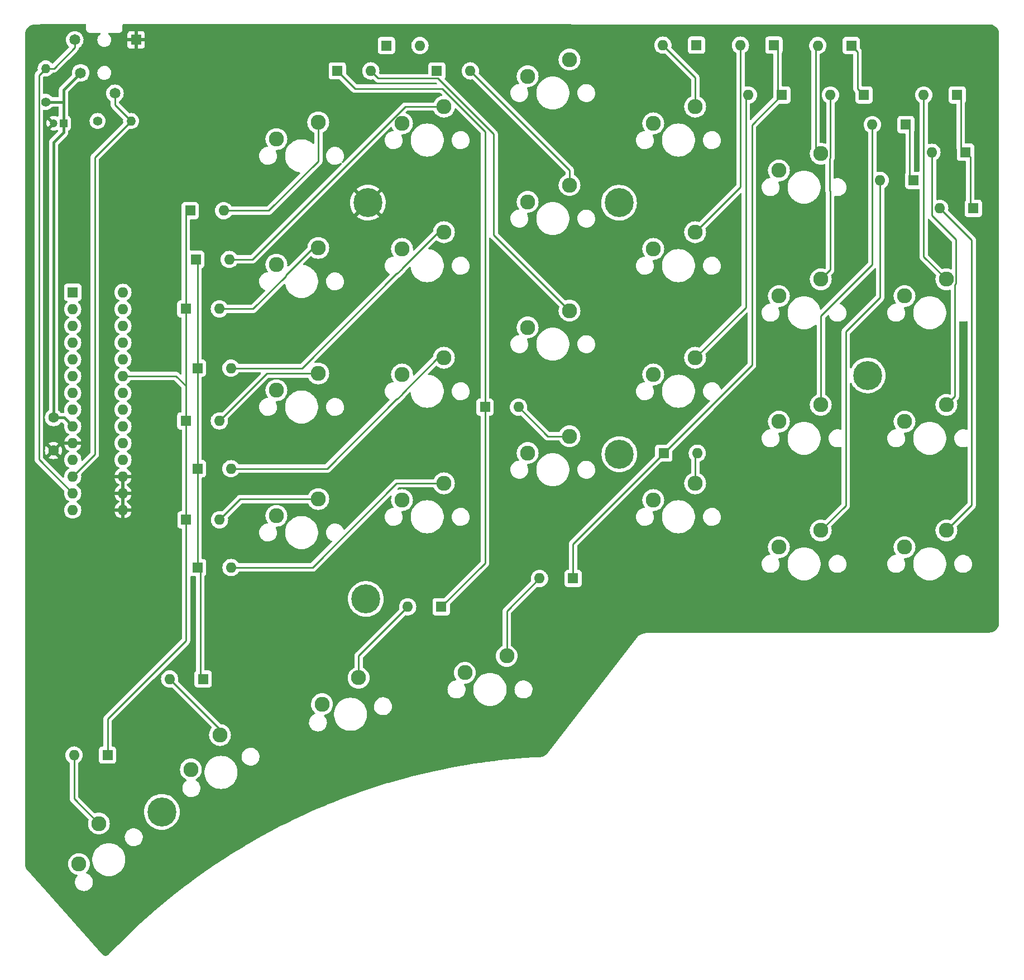
<source format=gtl>
G04 #@! TF.GenerationSoftware,KiCad,Pcbnew,(6.0.5)*
G04 #@! TF.CreationDate,2022-10-04T21:40:35-03:00*
G04 #@! TF.ProjectId,bluejay_right,626c7565-6a61-4795-9f72-696768742e6b,rev?*
G04 #@! TF.SameCoordinates,Original*
G04 #@! TF.FileFunction,Copper,L1,Top*
G04 #@! TF.FilePolarity,Positive*
%FSLAX46Y46*%
G04 Gerber Fmt 4.6, Leading zero omitted, Abs format (unit mm)*
G04 Created by KiCad (PCBNEW (6.0.5)) date 2022-10-04 21:40:35*
%MOMM*%
%LPD*%
G01*
G04 APERTURE LIST*
G04 #@! TA.AperFunction,ComponentPad*
%ADD10C,4.400000*%
G04 #@! TD*
G04 #@! TA.AperFunction,ComponentPad*
%ADD11C,2.286000*%
G04 #@! TD*
G04 #@! TA.AperFunction,ComponentPad*
%ADD12R,1.600000X1.600000*%
G04 #@! TD*
G04 #@! TA.AperFunction,ComponentPad*
%ADD13O,1.600000X1.600000*%
G04 #@! TD*
G04 #@! TA.AperFunction,ComponentPad*
%ADD14R,1.650000X1.650000*%
G04 #@! TD*
G04 #@! TA.AperFunction,ComponentPad*
%ADD15C,1.650000*%
G04 #@! TD*
G04 #@! TA.AperFunction,ComponentPad*
%ADD16R,1.200000X1.200000*%
G04 #@! TD*
G04 #@! TA.AperFunction,ComponentPad*
%ADD17C,1.200000*%
G04 #@! TD*
G04 #@! TA.AperFunction,ComponentPad*
%ADD18C,1.400000*%
G04 #@! TD*
G04 #@! TA.AperFunction,ComponentPad*
%ADD19O,1.400000X1.400000*%
G04 #@! TD*
G04 #@! TA.AperFunction,ComponentPad*
%ADD20C,1.600000*%
G04 #@! TD*
G04 #@! TA.AperFunction,ViaPad*
%ADD21C,0.800000*%
G04 #@! TD*
G04 #@! TA.AperFunction,Conductor*
%ADD22C,0.400000*%
G04 #@! TD*
G04 #@! TA.AperFunction,Conductor*
%ADD23C,0.250000*%
G04 #@! TD*
G04 APERTURE END LIST*
D10*
X29150000Y-9550000D03*
D11*
X40640000Y43180000D03*
X34290000Y40640000D03*
D10*
X-9000000Y28600000D03*
X66800000Y2400000D03*
D12*
X8770000Y-2400000D03*
D13*
X13850000Y-2400000D03*
D12*
X-34836300Y3500000D03*
D13*
X-29756300Y3500000D03*
D12*
X-34836300Y-11750000D03*
D13*
X-29756300Y-11750000D03*
D11*
X-31413429Y-52148468D03*
X-35827688Y-57372300D03*
D14*
X-44150000Y53300000D03*
D15*
X-52550000Y48300000D03*
X-47350000Y45200000D03*
X-53450000Y53300000D03*
D11*
X2540000Y43180000D03*
X-3810000Y40640000D03*
X40640000Y5080000D03*
X34290000Y2540000D03*
D16*
X-55150000Y40650000D03*
D17*
X-56650000Y40650000D03*
D12*
X-35086300Y20000000D03*
D13*
X-30006300Y20000000D03*
D12*
X82817500Y27750000D03*
D13*
X77737500Y27750000D03*
D12*
X81630000Y36250000D03*
D13*
X76550000Y36250000D03*
D11*
X78740000Y16986300D03*
X72390000Y14446300D03*
D10*
X-40230000Y-63820000D03*
D12*
X64317500Y52450000D03*
D13*
X59237500Y52450000D03*
D10*
X29090000Y28590000D03*
D11*
X40640000Y-13970000D03*
X34290000Y-16510000D03*
X78740000Y-21113800D03*
X72390000Y-23653800D03*
X-16510000Y2698700D03*
X-22860000Y158700D03*
X21590000Y12223800D03*
X15240000Y9683800D03*
D12*
X-36586300Y12500000D03*
D13*
X-31506300Y12500000D03*
D11*
X40640000Y24130000D03*
X34290000Y21590000D03*
X2540000Y24130000D03*
X-3810000Y21590000D03*
D12*
X-36586300Y-4500000D03*
D13*
X-31506300Y-4500000D03*
D11*
X78740000Y-2063800D03*
X72390000Y-4603800D03*
D18*
X-57850000Y43900000D03*
D19*
X-57850000Y48980000D03*
D11*
X2540000Y5080000D03*
X-3810000Y2540000D03*
D12*
X35882500Y-9400000D03*
D13*
X40962500Y-9400000D03*
D11*
X59690000Y-21113800D03*
X53340000Y-23653800D03*
X-16510000Y21748800D03*
X-22860000Y19208800D03*
X2540000Y-13970000D03*
X-3810000Y-16510000D03*
D12*
X40830000Y52500000D03*
D13*
X35750000Y52500000D03*
D11*
X-16510000Y40798800D03*
X-22860000Y38258800D03*
X59690000Y-2063800D03*
X53340000Y-4603800D03*
D12*
X53780000Y44950000D03*
D13*
X48700000Y44950000D03*
D12*
X-34817500Y-26750000D03*
D13*
X-29737500Y-26750000D03*
D11*
X21590000Y50323800D03*
X15240000Y47783800D03*
D12*
X72580000Y40450000D03*
D13*
X67500000Y40450000D03*
D12*
X-6180000Y52450000D03*
D13*
X-1100000Y52450000D03*
D18*
X-49990000Y41000000D03*
D19*
X-44910000Y41000000D03*
D11*
X-10395612Y-43472716D03*
X-15942508Y-47473471D03*
X-16510000Y-16351300D03*
X-22860000Y-18891300D03*
D12*
X-13630000Y48600000D03*
D13*
X-8550000Y48600000D03*
D12*
X52580000Y52500000D03*
D13*
X47500000Y52500000D03*
D20*
X-56660000Y-3990000D03*
X-56660000Y-8990000D03*
D11*
X12065000Y-40163800D03*
X5715000Y-42703800D03*
D12*
X22117500Y-28400000D03*
D13*
X17037500Y-28400000D03*
D12*
X-53750000Y15000000D03*
D13*
X-53750000Y12460000D03*
X-53750000Y9920000D03*
X-53750000Y7380000D03*
X-53750000Y4840000D03*
X-53750000Y2300000D03*
X-53750000Y-240000D03*
X-53750000Y-2780000D03*
X-53750000Y-5320000D03*
X-53750000Y-7860000D03*
X-53750000Y-10400000D03*
X-53750000Y-12940000D03*
X-53750000Y-15480000D03*
X-53750000Y-18020000D03*
X-46130000Y-18020000D03*
X-46130000Y-15480000D03*
X-46130000Y-12940000D03*
X-46130000Y-10400000D03*
X-46130000Y-7860000D03*
X-46130000Y-5320000D03*
X-46130000Y-2780000D03*
X-46130000Y-240000D03*
X-46130000Y2300000D03*
X-46130000Y4840000D03*
X-46130000Y7380000D03*
X-46130000Y9920000D03*
X-46130000Y12460000D03*
X-46130000Y15000000D03*
D11*
X21590000Y-6826300D03*
X15240000Y-9366300D03*
D12*
X1470000Y48600000D03*
D13*
X6550000Y48600000D03*
D11*
X59690000Y16986300D03*
X53340000Y14446300D03*
D12*
X66230000Y44950000D03*
D13*
X61150000Y44950000D03*
D12*
X2130000Y-32700000D03*
D13*
X-2950000Y-32700000D03*
D12*
X80380000Y44950000D03*
D13*
X75300000Y44950000D03*
D11*
X21590000Y31273800D03*
X15240000Y28733800D03*
D12*
X-36567500Y-19500000D03*
D13*
X-31487500Y-19500000D03*
D12*
X-33970000Y-43650000D03*
D13*
X-39050000Y-43650000D03*
D11*
X-49781596Y-65585233D03*
X-52800974Y-71721800D03*
D12*
X73780000Y32000000D03*
D13*
X68700000Y32000000D03*
D11*
X59690000Y36036300D03*
X53340000Y33496300D03*
D12*
X-35930000Y27400000D03*
D13*
X-30850000Y27400000D03*
D10*
X-9300000Y-31520000D03*
D12*
X-48470000Y-55200000D03*
D13*
X-53550000Y-55200000D03*
D21*
X77750000Y21750000D03*
X-20250000Y51250000D03*
X64750000Y12250000D03*
D22*
X-57850000Y43900000D02*
X-55200000Y43900000D01*
X-56660000Y-3990000D02*
X-56650000Y-3980000D01*
X-55150000Y40650000D02*
X-55150000Y43950000D01*
X-55150000Y39250000D02*
X-55150000Y40650000D01*
X-55200000Y43900000D02*
X-55150000Y43950000D01*
X-56650000Y37750000D02*
X-55150000Y39250000D01*
X-55150000Y43950000D02*
X-55150000Y45700000D01*
X-55080000Y-3990000D02*
X-53750000Y-5320000D01*
X-56660000Y-3990000D02*
X-55080000Y-3990000D01*
X-55150000Y45700000D02*
X-52550000Y48300000D01*
X-56650000Y-3980000D02*
X-56650000Y37750000D01*
D23*
X-36567500Y-19500000D02*
X-36567500Y-4518800D01*
X-36586300Y26743700D02*
X-35930000Y27400000D01*
X-36586300Y813700D02*
X-36586300Y12500000D01*
X-36567500Y-4518800D02*
X-36586300Y-4500000D01*
X-38072600Y2300000D02*
X-46130000Y2300000D01*
X-48470000Y-55200000D02*
X-48470000Y-49720000D01*
X-36586300Y813700D02*
X-38072600Y2300000D01*
X-36586300Y12500000D02*
X-36586300Y26743700D01*
X-36567500Y-37817500D02*
X-36567500Y-19500000D01*
X-36586300Y-4500000D02*
X-36586300Y813700D01*
X-48470000Y-49720000D02*
X-36567500Y-37817500D01*
X-24019346Y27400000D02*
X-30850000Y27400000D01*
X-16510000Y40798800D02*
X-16510000Y34909346D01*
X-16510000Y34909346D02*
X-24019346Y27400000D01*
X-16510000Y21748800D02*
X-17319454Y21748800D01*
X-26390000Y12500000D02*
X-31506300Y12500000D01*
X-21418421Y17471579D02*
X-26390000Y12500000D01*
X-17319454Y21748800D02*
X-21418421Y17649833D01*
X-21418421Y17649833D02*
X-21418421Y17471579D01*
X-16510000Y2698700D02*
X-24307600Y2698700D01*
X-24307600Y2698700D02*
X-31506300Y-4500000D01*
X-16510000Y-16351300D02*
X-28338800Y-16351300D01*
X-28338800Y-16351300D02*
X-31487500Y-19500000D01*
X-53550000Y-61816829D02*
X-49781596Y-65585233D01*
X-53550000Y-55200000D02*
X-53550000Y-61816829D01*
X-34836300Y-11750000D02*
X-34836300Y3500000D01*
X-34836300Y19750000D02*
X-35086300Y20000000D01*
X-33970000Y-43650000D02*
X-34400000Y-43220000D01*
X-34817500Y-26750000D02*
X-34817500Y-11768800D01*
X-34836300Y3500000D02*
X-34836300Y19750000D01*
X-34400000Y-43220000D02*
X-34400000Y-27167500D01*
X-34817500Y-11768800D02*
X-34836300Y-11750000D01*
X-34400000Y-27167500D02*
X-34817500Y-26750000D01*
X2540000Y43180000D02*
X-3345375Y43180000D01*
X-3345375Y43180000D02*
X-26525375Y20000000D01*
X-26525375Y20000000D02*
X-30006300Y20000000D01*
X-18950000Y3500000D02*
X-29756300Y3500000D01*
X2540000Y24130000D02*
X1680000Y24130000D01*
X-4625421Y17824579D02*
X-18950000Y3500000D01*
X-3854579Y18542413D02*
X-4572413Y17824579D01*
X1680000Y24130000D02*
X-3854579Y18595421D01*
X-4572413Y17824579D02*
X-4625421Y17824579D01*
X-3854579Y18595421D02*
X-3854579Y18542413D01*
X1630000Y5080000D02*
X-3854579Y-404579D01*
X-3854579Y-507587D02*
X-4572413Y-1225421D01*
X-15200000Y-11750000D02*
X-29756300Y-11750000D01*
X2540000Y5080000D02*
X1630000Y5080000D01*
X-4675421Y-1225421D02*
X-15200000Y-11750000D01*
X-3854579Y-404579D02*
X-3854579Y-507587D01*
X-4572413Y-1225421D02*
X-4675421Y-1225421D01*
X-17400000Y-26750000D02*
X-29737500Y-26750000D01*
X-4620000Y-13970000D02*
X-17400000Y-26750000D01*
X2540000Y-13970000D02*
X-4620000Y-13970000D01*
X-31413429Y-51286571D02*
X-31413429Y-52148468D01*
X-39050000Y-43650000D02*
X-31413429Y-51286571D01*
X2250000Y45900000D02*
X-10930000Y45900000D01*
X8770000Y39380000D02*
X2250000Y45900000D01*
X8770000Y-26060000D02*
X8770000Y-2400000D01*
X8770000Y-2400000D02*
X8770000Y39380000D01*
X-10930000Y45900000D02*
X-13630000Y48600000D01*
X2130000Y-32700000D02*
X8770000Y-26060000D01*
X21590000Y31273800D02*
X21590000Y33560000D01*
X21590000Y33560000D02*
X6550000Y48600000D01*
X1624511Y47475489D02*
X-7425489Y47475489D01*
X10100000Y39000000D02*
X1624511Y47475489D01*
X10100000Y23713800D02*
X10100000Y39000000D01*
X21590000Y12223800D02*
X10100000Y23713800D01*
X-7425489Y47475489D02*
X-8550000Y48600000D01*
X21590000Y-6826300D02*
X18276300Y-6826300D01*
X18276300Y-6826300D02*
X13850000Y-2400000D01*
X-10395612Y-40145612D02*
X-2950000Y-32700000D01*
X-10395612Y-43472716D02*
X-10395612Y-40145612D01*
X22117500Y-23165000D02*
X35882500Y-9400000D01*
X22117500Y-28400000D02*
X22117500Y-23165000D01*
X53150000Y45580000D02*
X53150000Y51930000D01*
X53780000Y44950000D02*
X53150000Y45580000D01*
X35882500Y-9400000D02*
X49250000Y3967500D01*
X49250000Y40420000D02*
X53780000Y44950000D01*
X49250000Y3967500D02*
X49250000Y40420000D01*
X36170000Y-9500000D02*
X35500000Y-9500000D01*
X53150000Y51930000D02*
X52580000Y52500000D01*
X40640000Y47610000D02*
X35750000Y52500000D01*
X40640000Y43180000D02*
X40640000Y47610000D01*
X40640000Y24130000D02*
X47500000Y30990000D01*
X47500000Y30990000D02*
X47500000Y52500000D01*
X48300000Y44550000D02*
X48700000Y44950000D01*
X40640000Y5080000D02*
X48300000Y12740000D01*
X48300000Y12740000D02*
X48300000Y44550000D01*
X40640000Y-9722500D02*
X40962500Y-9400000D01*
X40640000Y-13970000D02*
X40640000Y-9722500D01*
X12065000Y-40163800D02*
X12065000Y-33372500D01*
X12065000Y-33372500D02*
X17037500Y-28400000D01*
X65250000Y51517500D02*
X64317500Y52450000D01*
X73780000Y32000000D02*
X73150000Y32630000D01*
X66230000Y44950000D02*
X65250000Y45930000D01*
X73150000Y32630000D02*
X73150000Y39880000D01*
X65250000Y45930000D02*
X65250000Y51517500D01*
X73150000Y39880000D02*
X72580000Y40450000D01*
X58900000Y36826300D02*
X58900000Y52112500D01*
X58900000Y52112500D02*
X59237500Y52450000D01*
X59690000Y36036300D02*
X58900000Y36826300D01*
X61004579Y35275504D02*
X61157511Y35428436D01*
X61157511Y35428436D02*
X61157511Y44942489D01*
X61004579Y30448713D02*
X61004579Y35275504D01*
X61120000Y18416300D02*
X61120000Y30333292D01*
X61157511Y44942489D02*
X61150000Y44950000D01*
X61120000Y30333292D02*
X61004579Y30448713D01*
X59690000Y16986300D02*
X61120000Y18416300D01*
X67500000Y19210000D02*
X67500000Y40450000D01*
X59690000Y-2063800D02*
X59690000Y11400000D01*
X59690000Y11400000D02*
X67500000Y19210000D01*
X63490000Y-17313800D02*
X63490000Y9040000D01*
X63490000Y9040000D02*
X68700000Y14250000D01*
X59690000Y-21113800D02*
X63490000Y-17313800D01*
X68700000Y14250000D02*
X68700000Y32000000D01*
X82817500Y27750000D02*
X82350000Y28217500D01*
X80900000Y44430000D02*
X80380000Y44950000D01*
X82350000Y35530000D02*
X81630000Y36250000D01*
X80900000Y36980000D02*
X80900000Y44430000D01*
X81630000Y36250000D02*
X80900000Y36980000D01*
X82350000Y28217500D02*
X82350000Y35530000D01*
X78740000Y16986300D02*
X75300000Y20426300D01*
X75300000Y20426300D02*
X75300000Y44950000D01*
X80207511Y22992489D02*
X76550000Y26650000D01*
X80207511Y16378436D02*
X80207511Y22992489D01*
X80030000Y-773800D02*
X80030000Y16200925D01*
X78740000Y-2063800D02*
X80030000Y-773800D01*
X76550000Y26650000D02*
X76550000Y36250000D01*
X80030000Y16200925D02*
X80207511Y16378436D01*
X82570000Y-17283800D02*
X82570000Y22917500D01*
X78740000Y-21113800D02*
X82570000Y-17283800D01*
X82570000Y22917500D02*
X77737500Y27750000D01*
X-47350000Y45200000D02*
X-47350000Y43440000D01*
X-47350000Y43440000D02*
X-44910000Y41000000D01*
X-50400000Y-9590000D02*
X-53750000Y-12940000D01*
X-44910000Y41000000D02*
X-50400000Y35510000D01*
X-50400000Y35510000D02*
X-50400000Y-9590000D01*
X-56603274Y48980000D02*
X-57850000Y48980000D01*
X-58874511Y-10355489D02*
X-53750000Y-15480000D01*
X-53450000Y53300000D02*
X-53450000Y52133274D01*
X-53450000Y52133274D02*
X-56603274Y48980000D01*
X-57850000Y48980000D02*
X-58874511Y47955489D01*
X-58874511Y47955489D02*
X-58874511Y-10355489D01*
G04 #@! TA.AperFunction,Conductor*
G36*
X-51766379Y55671498D02*
G01*
X-51719886Y55617842D01*
X-51708500Y55565500D01*
X-51708500Y54908623D01*
X-51708502Y54907853D01*
X-51708976Y54830279D01*
X-51706509Y54821648D01*
X-51700850Y54801847D01*
X-51697272Y54785085D01*
X-51693080Y54755813D01*
X-51689366Y54747645D01*
X-51689366Y54747644D01*
X-51682452Y54732438D01*
X-51676004Y54714914D01*
X-51668949Y54690229D01*
X-51664157Y54682635D01*
X-51664156Y54682632D01*
X-51653170Y54665220D01*
X-51645031Y54650137D01*
X-51632792Y54623218D01*
X-51626931Y54616416D01*
X-51616030Y54603765D01*
X-51604927Y54588761D01*
X-51591224Y54567042D01*
X-51584499Y54561103D01*
X-51584496Y54561099D01*
X-51569062Y54547468D01*
X-51557018Y54535276D01*
X-51543573Y54519673D01*
X-51543570Y54519671D01*
X-51537713Y54512873D01*
X-51530184Y54507993D01*
X-51530183Y54507992D01*
X-51516165Y54498906D01*
X-51501291Y54487615D01*
X-51488783Y54476569D01*
X-51482049Y54470622D01*
X-51456250Y54458509D01*
X-51455289Y54458058D01*
X-51440309Y54449737D01*
X-51423017Y54438529D01*
X-51423012Y54438527D01*
X-51415485Y54433648D01*
X-51406892Y54431078D01*
X-51406887Y54431076D01*
X-51390880Y54426289D01*
X-51373436Y54419628D01*
X-51358324Y54412533D01*
X-51358322Y54412532D01*
X-51350200Y54408719D01*
X-51341333Y54407338D01*
X-51341332Y54407338D01*
X-51338647Y54406920D01*
X-51320983Y54404170D01*
X-51304268Y54400387D01*
X-51284534Y54394485D01*
X-51284528Y54394484D01*
X-51275934Y54391914D01*
X-51266963Y54391859D01*
X-51266962Y54391859D01*
X-51256903Y54391798D01*
X-51241494Y54391704D01*
X-51240711Y54391671D01*
X-51239614Y54391500D01*
X-51208623Y54391500D01*
X-51207853Y54391498D01*
X-51134215Y54391048D01*
X-51134214Y54391048D01*
X-51130279Y54391024D01*
X-51128935Y54391408D01*
X-51127590Y54391500D01*
X-49640374Y54391500D01*
X-49572253Y54371498D01*
X-49525760Y54317842D01*
X-49515656Y54247568D01*
X-49545150Y54182988D01*
X-49560738Y54167857D01*
X-49694689Y54058610D01*
X-49694692Y54058607D01*
X-49699464Y54054715D01*
X-49703392Y54049967D01*
X-49703393Y54049966D01*
X-49774254Y53964310D01*
X-49831783Y53894770D01*
X-49834712Y53889353D01*
X-49834714Y53889350D01*
X-49927584Y53717590D01*
X-49927586Y53717585D01*
X-49930514Y53712170D01*
X-49991898Y53513871D01*
X-49992542Y53507746D01*
X-49992542Y53507745D01*
X-50010194Y53339789D01*
X-50013596Y53307425D01*
X-50011991Y53289789D01*
X-49999429Y53151762D01*
X-49994782Y53100697D01*
X-49993044Y53094791D01*
X-49993043Y53094787D01*
X-49951673Y52954225D01*
X-49936173Y52901560D01*
X-49840001Y52717600D01*
X-49709929Y52555823D01*
X-49705212Y52551865D01*
X-49705210Y52551863D01*
X-49649927Y52505475D01*
X-49550911Y52422391D01*
X-49545519Y52419427D01*
X-49545515Y52419424D01*
X-49374402Y52325354D01*
X-49369005Y52322387D01*
X-49171139Y52259621D01*
X-49165022Y52258935D01*
X-49165018Y52258934D01*
X-49088402Y52250341D01*
X-49009587Y52241500D01*
X-48897763Y52241500D01*
X-48894707Y52241800D01*
X-48894700Y52241800D01*
X-48749534Y52256034D01*
X-48749531Y52256035D01*
X-48743408Y52256635D01*
X-48611454Y52296474D01*
X-48550593Y52314848D01*
X-48550590Y52314849D01*
X-48544685Y52316632D01*
X-48537365Y52320524D01*
X-48366847Y52411191D01*
X-48366845Y52411192D01*
X-48361401Y52414087D01*
X-48341484Y52430331D01*
X-45482999Y52430331D01*
X-45482629Y52423510D01*
X-45477105Y52372648D01*
X-45473479Y52357396D01*
X-45428324Y52236946D01*
X-45419786Y52221351D01*
X-45343285Y52119276D01*
X-45330724Y52106715D01*
X-45228649Y52030214D01*
X-45213054Y52021676D01*
X-45092606Y51976522D01*
X-45077351Y51972895D01*
X-45026486Y51967369D01*
X-45019672Y51967000D01*
X-44422115Y51967000D01*
X-44406876Y51971475D01*
X-44405671Y51972865D01*
X-44404000Y51980548D01*
X-44404000Y51985116D01*
X-43896000Y51985116D01*
X-43891525Y51969877D01*
X-43890135Y51968672D01*
X-43882452Y51967001D01*
X-43280331Y51967001D01*
X-43273510Y51967371D01*
X-43222648Y51972895D01*
X-43207396Y51976521D01*
X-43086946Y52021676D01*
X-43071351Y52030214D01*
X-42969276Y52106715D01*
X-42956715Y52119276D01*
X-42880214Y52221351D01*
X-42871676Y52236946D01*
X-42826522Y52357394D01*
X-42822895Y52372649D01*
X-42817369Y52423514D01*
X-42817000Y52430328D01*
X-42817000Y53027885D01*
X-42821475Y53043124D01*
X-42822865Y53044329D01*
X-42830548Y53046000D01*
X-43877885Y53046000D01*
X-43893124Y53041525D01*
X-43894329Y53040135D01*
X-43896000Y53032452D01*
X-43896000Y51985116D01*
X-44404000Y51985116D01*
X-44404000Y53027885D01*
X-44408475Y53043124D01*
X-44409865Y53044329D01*
X-44417548Y53046000D01*
X-45464884Y53046000D01*
X-45480123Y53041525D01*
X-45481328Y53040135D01*
X-45482999Y53032452D01*
X-45482999Y52430331D01*
X-48341484Y52430331D01*
X-48249348Y52505475D01*
X-48205311Y52541390D01*
X-48205308Y52541393D01*
X-48200536Y52545285D01*
X-48129871Y52630703D01*
X-48072145Y52700482D01*
X-48068217Y52705230D01*
X-48064124Y52712799D01*
X-47972416Y52882410D01*
X-47972414Y52882415D01*
X-47969486Y52887830D01*
X-47908102Y53086129D01*
X-47905935Y53106749D01*
X-47887048Y53286446D01*
X-47887048Y53286448D01*
X-47886404Y53292575D01*
X-47901295Y53456198D01*
X-47904659Y53493164D01*
X-47904660Y53493167D01*
X-47905218Y53499303D01*
X-47907702Y53507745D01*
X-47926647Y53572115D01*
X-45483000Y53572115D01*
X-45478525Y53556876D01*
X-45477135Y53555671D01*
X-45469452Y53554000D01*
X-44422115Y53554000D01*
X-44406876Y53558475D01*
X-44405671Y53559865D01*
X-44404000Y53567548D01*
X-44404000Y53572115D01*
X-43896000Y53572115D01*
X-43891525Y53556876D01*
X-43890135Y53555671D01*
X-43882452Y53554000D01*
X-42835116Y53554000D01*
X-42819877Y53558475D01*
X-42818672Y53559865D01*
X-42817001Y53567548D01*
X-42817001Y54169669D01*
X-42817371Y54176490D01*
X-42822895Y54227352D01*
X-42826521Y54242604D01*
X-42871676Y54363054D01*
X-42880214Y54378649D01*
X-42956715Y54480724D01*
X-42969276Y54493285D01*
X-43071351Y54569786D01*
X-43086946Y54578324D01*
X-43207394Y54623478D01*
X-43222649Y54627105D01*
X-43273514Y54632631D01*
X-43280328Y54633000D01*
X-43877885Y54633000D01*
X-43893124Y54628525D01*
X-43894329Y54627135D01*
X-43896000Y54619452D01*
X-43896000Y53572115D01*
X-44404000Y53572115D01*
X-44404000Y54614884D01*
X-44408475Y54630123D01*
X-44409865Y54631328D01*
X-44417548Y54632999D01*
X-45019669Y54632999D01*
X-45026490Y54632629D01*
X-45077352Y54627105D01*
X-45092604Y54623479D01*
X-45213054Y54578324D01*
X-45228649Y54569786D01*
X-45330724Y54493285D01*
X-45343285Y54480724D01*
X-45419786Y54378649D01*
X-45428324Y54363054D01*
X-45473478Y54242606D01*
X-45477105Y54227351D01*
X-45482631Y54176486D01*
X-45483000Y54169672D01*
X-45483000Y53572115D01*
X-47926647Y53572115D01*
X-47959661Y53684284D01*
X-47963827Y53698440D01*
X-48059999Y53882400D01*
X-48190071Y54044177D01*
X-48202629Y54054715D01*
X-48338803Y54168978D01*
X-48378130Y54228088D01*
X-48379256Y54299076D01*
X-48341825Y54359403D01*
X-48277720Y54389917D01*
X-48257812Y54391500D01*
X-46708623Y54391500D01*
X-46707852Y54391498D01*
X-46630279Y54391024D01*
X-46601848Y54399150D01*
X-46585085Y54402728D01*
X-46584247Y54402848D01*
X-46555813Y54406920D01*
X-46532436Y54417549D01*
X-46514913Y54423996D01*
X-46490229Y54431051D01*
X-46482635Y54435843D01*
X-46482632Y54435844D01*
X-46465220Y54446830D01*
X-46450135Y54454970D01*
X-46423218Y54467208D01*
X-46403765Y54483970D01*
X-46388761Y54495073D01*
X-46367042Y54508776D01*
X-46361103Y54515501D01*
X-46361099Y54515504D01*
X-46347468Y54530938D01*
X-46335276Y54542982D01*
X-46319673Y54556427D01*
X-46319671Y54556430D01*
X-46312873Y54562287D01*
X-46298906Y54583835D01*
X-46287615Y54598709D01*
X-46276569Y54611217D01*
X-46276568Y54611218D01*
X-46270622Y54617951D01*
X-46258057Y54644713D01*
X-46249737Y54659691D01*
X-46238529Y54676983D01*
X-46238527Y54676988D01*
X-46233648Y54684515D01*
X-46231078Y54693108D01*
X-46231076Y54693113D01*
X-46226289Y54709120D01*
X-46219628Y54726564D01*
X-46212533Y54741676D01*
X-46212532Y54741678D01*
X-46208719Y54749800D01*
X-46204170Y54779017D01*
X-46200387Y54795732D01*
X-46194485Y54815466D01*
X-46194484Y54815472D01*
X-46191914Y54824066D01*
X-46191704Y54858506D01*
X-46191671Y54859289D01*
X-46191500Y54860386D01*
X-46191500Y54891377D01*
X-46191498Y54892147D01*
X-46191048Y54965785D01*
X-46191048Y54965786D01*
X-46191024Y54969721D01*
X-46191408Y54971065D01*
X-46191500Y54972410D01*
X-46191500Y55565500D01*
X-46171498Y55633621D01*
X-46117842Y55680114D01*
X-46065500Y55691500D01*
X-40601986Y55691500D01*
X85184433Y55661510D01*
X85202267Y55660237D01*
X85229937Y55656271D01*
X85238820Y55657542D01*
X85238827Y55657542D01*
X85245017Y55658428D01*
X85270441Y55659471D01*
X85438619Y55649338D01*
X85456646Y55646937D01*
X85646321Y55607554D01*
X85663812Y55602582D01*
X85845838Y55536289D01*
X85862437Y55528845D01*
X85938496Y55487903D01*
X86033003Y55437031D01*
X86048361Y55427272D01*
X86203928Y55311844D01*
X86217715Y55299979D01*
X86355040Y55163341D01*
X86366970Y55149617D01*
X86483176Y54994629D01*
X86493012Y54979321D01*
X86585682Y54809211D01*
X86593210Y54792645D01*
X86609855Y54747644D01*
X86657271Y54619452D01*
X86660406Y54610975D01*
X86665470Y54593497D01*
X86705801Y54404025D01*
X86708294Y54386000D01*
X86718807Y54224950D01*
X86717978Y54207749D01*
X86717983Y54207749D01*
X86717810Y54198776D01*
X86716366Y54189915D01*
X86717467Y54181005D01*
X86720549Y54156064D01*
X86721500Y54140612D01*
X86721500Y-35061893D01*
X86720075Y-35080786D01*
X86716288Y-35105756D01*
X86717487Y-35114652D01*
X86717487Y-35114658D01*
X86718350Y-35121059D01*
X86719195Y-35146338D01*
X86707684Y-35317580D01*
X86705218Y-35335308D01*
X86664276Y-35528062D01*
X86659324Y-35545261D01*
X86591479Y-35730284D01*
X86584143Y-35746599D01*
X86503056Y-35897305D01*
X86490771Y-35920137D01*
X86481193Y-35935255D01*
X86430605Y-36003802D01*
X86364173Y-36093815D01*
X86352557Y-36107417D01*
X86214250Y-36247798D01*
X86200818Y-36259621D01*
X86044018Y-36378987D01*
X86029043Y-36388789D01*
X85856922Y-36484730D01*
X85840710Y-36492312D01*
X85656721Y-36562902D01*
X85639599Y-36568109D01*
X85502265Y-36599423D01*
X85447468Y-36611917D01*
X85429780Y-36614646D01*
X85265800Y-36628125D01*
X85247625Y-36627566D01*
X85239551Y-36627556D01*
X85230661Y-36626271D01*
X85211365Y-36629009D01*
X85202618Y-36630250D01*
X85184917Y-36631500D01*
X33783602Y-36631500D01*
X33758673Y-36629009D01*
X33755070Y-36628282D01*
X33749229Y-36627103D01*
X33742959Y-36626823D01*
X33741547Y-36626759D01*
X33741542Y-36626759D01*
X33736688Y-36626542D01*
X33727552Y-36627548D01*
X33716173Y-36628281D01*
X33591329Y-36630653D01*
X33439109Y-36633545D01*
X33439100Y-36633546D01*
X33435869Y-36633607D01*
X33137274Y-36670208D01*
X33134116Y-36670931D01*
X33134108Y-36670932D01*
X32974337Y-36707490D01*
X32844023Y-36737307D01*
X32840950Y-36738353D01*
X32840941Y-36738355D01*
X32562301Y-36833147D01*
X32562292Y-36833151D01*
X32559222Y-36834195D01*
X32556266Y-36835554D01*
X32288838Y-36958488D01*
X32288832Y-36958491D01*
X32285889Y-36959844D01*
X32283096Y-36961495D01*
X32283094Y-36961496D01*
X32057650Y-37094759D01*
X32044761Y-37101409D01*
X32042842Y-37102263D01*
X32036718Y-37104988D01*
X32032624Y-37107631D01*
X32032622Y-37107632D01*
X32030264Y-37109154D01*
X32030261Y-37109157D01*
X32026172Y-37111796D01*
X32022541Y-37115030D01*
X32019150Y-37117610D01*
X32013330Y-37120591D01*
X31967405Y-37164055D01*
X31964611Y-37166620D01*
X31936672Y-37191502D01*
X31917397Y-37208668D01*
X31895357Y-37243924D01*
X31888186Y-37254215D01*
X18352572Y-54750757D01*
X18110958Y-55063075D01*
X18090103Y-55084292D01*
X17952575Y-55194525D01*
X17941038Y-55203772D01*
X17927123Y-55213463D01*
X17731211Y-55331163D01*
X17716121Y-55338898D01*
X17587465Y-55394253D01*
X17506180Y-55429226D01*
X17490194Y-55434862D01*
X17320697Y-55482070D01*
X17270030Y-55496181D01*
X17253426Y-55499621D01*
X17027027Y-55530822D01*
X17010111Y-55532002D01*
X16814641Y-55532446D01*
X16793863Y-55530180D01*
X16788427Y-55529759D01*
X16779664Y-55527804D01*
X16767133Y-55528619D01*
X16763785Y-55528837D01*
X16741278Y-55528286D01*
X16730296Y-55527029D01*
X16730294Y-55527029D01*
X16725463Y-55526476D01*
X16720604Y-55526673D01*
X16720599Y-55526673D01*
X16718709Y-55526750D01*
X16712921Y-55526985D01*
X16709965Y-55527568D01*
X16708233Y-55527725D01*
X16057725Y-55568552D01*
X14791395Y-55648029D01*
X12872625Y-55806817D01*
X10957391Y-56003731D01*
X10956804Y-56003803D01*
X10956770Y-56003807D01*
X10090535Y-56110316D01*
X9046452Y-56238692D01*
X8118034Y-56371638D01*
X7141177Y-56511520D01*
X7141156Y-56511523D01*
X7140564Y-56511608D01*
X7139961Y-56511707D01*
X7139939Y-56511710D01*
X5829447Y-56726044D01*
X5240479Y-56822371D01*
X3346951Y-57170859D01*
X2338693Y-57377230D01*
X1461282Y-57556819D01*
X1461264Y-57556823D01*
X1460726Y-57556933D01*
X-417447Y-57980440D01*
X-418104Y-57980602D01*
X-2286215Y-58441062D01*
X-2286230Y-58441066D01*
X-2286827Y-58441213D01*
X-2287383Y-58441362D01*
X-2287407Y-58441368D01*
X-3752199Y-58833474D01*
X-4146675Y-58939070D01*
X-4652937Y-59085439D01*
X-5847556Y-59430824D01*
X-5996254Y-59473815D01*
X-5996765Y-59473974D01*
X-5996799Y-59473984D01*
X-7091482Y-59814205D01*
X-7834833Y-60045234D01*
X-9661686Y-60653103D01*
X-11476089Y-61297181D01*
X-11763020Y-61405508D01*
X-13276719Y-61976985D01*
X-13276738Y-61976992D01*
X-13277325Y-61977214D01*
X-13277879Y-61977436D01*
X-13277918Y-61977451D01*
X-14058735Y-62290117D01*
X-15064681Y-62692932D01*
X-15469556Y-62864477D01*
X-16836862Y-63443802D01*
X-16836898Y-63443818D01*
X-16837451Y-63444052D01*
X-17614306Y-63791585D01*
X-18099299Y-64008551D01*
X-18594933Y-64230277D01*
X-20336433Y-65051297D01*
X-21052289Y-65406351D01*
X-22060736Y-65906525D01*
X-22060783Y-65906549D01*
X-22061261Y-65906786D01*
X-22061783Y-65907058D01*
X-22061787Y-65907060D01*
X-23768178Y-66796115D01*
X-23768199Y-66796126D01*
X-23768736Y-66796406D01*
X-23769300Y-66796714D01*
X-23769307Y-66796718D01*
X-25242425Y-67601880D01*
X-25458182Y-67719806D01*
X-25458712Y-67720109D01*
X-25458720Y-67720114D01*
X-25645508Y-67827085D01*
X-27128931Y-68676620D01*
X-27439530Y-68862794D01*
X-28055855Y-69232222D01*
X-28780322Y-69666470D01*
X-28780808Y-69666774D01*
X-28780838Y-69666793D01*
X-29773576Y-70289008D01*
X-30411702Y-70688964D01*
X-30412247Y-70689321D01*
X-30412280Y-70689342D01*
X-31600762Y-71467584D01*
X-32022425Y-71743697D01*
X-32022935Y-71744046D01*
X-32022949Y-71744055D01*
X-33360237Y-72658244D01*
X-33611856Y-72830254D01*
X-35179365Y-73948203D01*
X-35179826Y-73948546D01*
X-35179851Y-73948564D01*
X-36253345Y-74746858D01*
X-36724332Y-75097103D01*
X-38246146Y-76276500D01*
X-39744205Y-77485926D01*
X-41217918Y-78724904D01*
X-41218328Y-78725262D01*
X-41218376Y-78725304D01*
X-42666226Y-79992529D01*
X-42666700Y-79992944D01*
X-44089979Y-81289544D01*
X-45487192Y-82614191D01*
X-45487670Y-82614663D01*
X-46857355Y-83965936D01*
X-46857394Y-83965975D01*
X-46857786Y-83966362D01*
X-47559340Y-84686573D01*
X-48188612Y-85332579D01*
X-48191407Y-85335228D01*
X-48192763Y-85336241D01*
X-48201542Y-85345213D01*
X-48214130Y-85362842D01*
X-48227180Y-85378316D01*
X-48236110Y-85387324D01*
X-48236114Y-85387330D01*
X-48242431Y-85393702D01*
X-48246707Y-85401594D01*
X-48247465Y-85402615D01*
X-48264442Y-85426455D01*
X-48327804Y-85495693D01*
X-48349546Y-85514576D01*
X-48396053Y-85546435D01*
X-48442558Y-85578292D01*
X-48468021Y-85591746D01*
X-48573071Y-85632677D01*
X-48600921Y-85639997D01*
X-48656722Y-85648000D01*
X-48712523Y-85656004D01*
X-48741311Y-85656808D01*
X-48853626Y-85647056D01*
X-48881846Y-85641301D01*
X-48989016Y-85606298D01*
X-49015192Y-85594287D01*
X-49111613Y-85535864D01*
X-49134377Y-85518222D01*
X-49197066Y-85456966D01*
X-49207750Y-85445113D01*
X-49212874Y-85438648D01*
X-49217394Y-85430898D01*
X-49251293Y-85398785D01*
X-49258643Y-85391213D01*
X-57802844Y-75816705D01*
X-60794372Y-72464442D01*
X-60813897Y-72435189D01*
X-60827602Y-72406712D01*
X-60865628Y-72327698D01*
X-60872409Y-72310467D01*
X-60921923Y-72151157D01*
X-60926107Y-72133107D01*
X-60946794Y-71999974D01*
X-60947483Y-71982823D01*
X-60947520Y-71982826D01*
X-60948133Y-71973872D01*
X-60947470Y-71964917D01*
X-60949348Y-71956134D01*
X-60949934Y-71947568D01*
X-60951500Y-71932749D01*
X-60951500Y-71721800D01*
X-54457581Y-71721800D01*
X-54437185Y-71980950D01*
X-54376501Y-72233720D01*
X-54374608Y-72238291D01*
X-54374607Y-72238293D01*
X-54306174Y-72403504D01*
X-54277022Y-72473884D01*
X-54141197Y-72695529D01*
X-54137980Y-72699296D01*
X-54137979Y-72699297D01*
X-54026417Y-72829919D01*
X-53972372Y-72893198D01*
X-53774703Y-73062023D01*
X-53553058Y-73197848D01*
X-53548488Y-73199741D01*
X-53548486Y-73199742D01*
X-53414883Y-73255082D01*
X-53312894Y-73297327D01*
X-53195455Y-73325521D01*
X-53125329Y-73342357D01*
X-53063760Y-73377709D01*
X-53031077Y-73440736D01*
X-53037657Y-73511427D01*
X-53060370Y-73548361D01*
X-53063128Y-73551479D01*
X-53066988Y-73555161D01*
X-53204697Y-73740249D01*
X-53207112Y-73744999D01*
X-53261799Y-73852561D01*
X-53309253Y-73945895D01*
X-53343459Y-74056056D01*
X-53376081Y-74161113D01*
X-53376082Y-74161119D01*
X-53377665Y-74166216D01*
X-53407976Y-74394915D01*
X-53399322Y-74625451D01*
X-53351948Y-74851233D01*
X-53267209Y-75065805D01*
X-53147529Y-75263032D01*
X-53144032Y-75267062D01*
X-53057408Y-75366887D01*
X-52996329Y-75437275D01*
X-52992198Y-75440662D01*
X-52822061Y-75580167D01*
X-52822055Y-75580171D01*
X-52817933Y-75583551D01*
X-52617441Y-75697677D01*
X-52612425Y-75699498D01*
X-52612420Y-75699500D01*
X-52405601Y-75774572D01*
X-52405597Y-75774573D01*
X-52400586Y-75776392D01*
X-52395337Y-75777341D01*
X-52395334Y-75777342D01*
X-52177653Y-75816705D01*
X-52177646Y-75816706D01*
X-52173569Y-75817443D01*
X-52155832Y-75818279D01*
X-52150884Y-75818513D01*
X-52150877Y-75818513D01*
X-52149396Y-75818583D01*
X-51987251Y-75818583D01*
X-51920295Y-75812902D01*
X-51820614Y-75804444D01*
X-51820610Y-75804443D01*
X-51815303Y-75803993D01*
X-51810148Y-75802655D01*
X-51810142Y-75802654D01*
X-51597173Y-75747378D01*
X-51597169Y-75747377D01*
X-51592004Y-75746036D01*
X-51587138Y-75743844D01*
X-51587135Y-75743843D01*
X-51386527Y-75653476D01*
X-51381661Y-75651284D01*
X-51377241Y-75648308D01*
X-51377237Y-75648306D01*
X-51276028Y-75580167D01*
X-51190291Y-75522445D01*
X-51023364Y-75363205D01*
X-50885655Y-75178117D01*
X-50830871Y-75070366D01*
X-50783518Y-74977229D01*
X-50783518Y-74977228D01*
X-50781099Y-74972471D01*
X-50741833Y-74846014D01*
X-50714271Y-74757253D01*
X-50714270Y-74757247D01*
X-50712687Y-74752150D01*
X-50682376Y-74523451D01*
X-50691030Y-74292915D01*
X-50738404Y-74067133D01*
X-50823143Y-73852561D01*
X-50942823Y-73655334D01*
X-51036113Y-73547826D01*
X-51090523Y-73485124D01*
X-51090525Y-73485122D01*
X-51094023Y-73481091D01*
X-51202068Y-73392499D01*
X-51268291Y-73338199D01*
X-51268297Y-73338195D01*
X-51272419Y-73334815D01*
X-51472911Y-73220689D01*
X-51477927Y-73218868D01*
X-51477932Y-73218866D01*
X-51648640Y-73156902D01*
X-51705849Y-73114857D01*
X-51731244Y-73048558D01*
X-51716764Y-72979054D01*
X-51687482Y-72942654D01*
X-51629576Y-72893198D01*
X-51575531Y-72829919D01*
X-51463969Y-72699297D01*
X-51463968Y-72699296D01*
X-51460751Y-72695529D01*
X-51324926Y-72473884D01*
X-51295773Y-72403504D01*
X-51227341Y-72238293D01*
X-51227340Y-72238291D01*
X-51225447Y-72233720D01*
X-51164763Y-71980950D01*
X-51144367Y-71721800D01*
X-51164763Y-71462650D01*
X-51223633Y-71217438D01*
X-50772400Y-71217438D01*
X-50732936Y-71529830D01*
X-50654630Y-71834813D01*
X-50538716Y-72127577D01*
X-50536814Y-72131036D01*
X-50536813Y-72131039D01*
X-50428695Y-72327704D01*
X-50387024Y-72403504D01*
X-50201945Y-72658244D01*
X-49986398Y-72887778D01*
X-49743782Y-73088487D01*
X-49477924Y-73257206D01*
X-49474345Y-73258890D01*
X-49474338Y-73258894D01*
X-49196606Y-73389584D01*
X-49196602Y-73389586D01*
X-49193016Y-73391273D01*
X-48893552Y-73488575D01*
X-48584254Y-73547577D01*
X-48490700Y-73553463D01*
X-48350642Y-73562275D01*
X-48350626Y-73562276D01*
X-48348647Y-73562400D01*
X-48191353Y-73562400D01*
X-48189374Y-73562276D01*
X-48189358Y-73562275D01*
X-48049300Y-73553463D01*
X-47955746Y-73547577D01*
X-47646448Y-73488575D01*
X-47346984Y-73391273D01*
X-47343398Y-73389586D01*
X-47343394Y-73389584D01*
X-47065662Y-73258894D01*
X-47065655Y-73258890D01*
X-47062076Y-73257206D01*
X-46796218Y-73088487D01*
X-46553602Y-72887778D01*
X-46338055Y-72658244D01*
X-46152976Y-72403504D01*
X-46111304Y-72327704D01*
X-46003187Y-72131039D01*
X-46003186Y-72131036D01*
X-46001284Y-72127577D01*
X-45885370Y-71834813D01*
X-45807064Y-71529830D01*
X-45767600Y-71217438D01*
X-45767600Y-70902562D01*
X-45807064Y-70590170D01*
X-45885370Y-70285187D01*
X-46001284Y-69992423D01*
X-46152976Y-69716496D01*
X-46338055Y-69461756D01*
X-46553602Y-69232222D01*
X-46796218Y-69031513D01*
X-47062076Y-68862794D01*
X-47065655Y-68861110D01*
X-47065662Y-68861106D01*
X-47343394Y-68730416D01*
X-47343398Y-68730414D01*
X-47346984Y-68728727D01*
X-47372602Y-68720403D01*
X-47506417Y-68676924D01*
X-47646448Y-68631425D01*
X-47955746Y-68572423D01*
X-48049300Y-68566537D01*
X-48189358Y-68557725D01*
X-48189374Y-68557724D01*
X-48191353Y-68557600D01*
X-48348647Y-68557600D01*
X-48350626Y-68557724D01*
X-48350642Y-68557725D01*
X-48490700Y-68566537D01*
X-48584254Y-68572423D01*
X-48893552Y-68631425D01*
X-49033583Y-68676924D01*
X-49167397Y-68720403D01*
X-49193016Y-68728727D01*
X-49196602Y-68730414D01*
X-49196606Y-68730416D01*
X-49474338Y-68861106D01*
X-49474345Y-68861110D01*
X-49477924Y-68862794D01*
X-49743782Y-69031513D01*
X-49986398Y-69232222D01*
X-50201945Y-69461756D01*
X-50387024Y-69716496D01*
X-50538716Y-69992423D01*
X-50654630Y-70285187D01*
X-50732936Y-70590170D01*
X-50772400Y-70902562D01*
X-50772400Y-71217438D01*
X-51223633Y-71217438D01*
X-51225447Y-71209880D01*
X-51324926Y-70969716D01*
X-51460751Y-70748071D01*
X-51629576Y-70550402D01*
X-51827245Y-70381577D01*
X-52048890Y-70245752D01*
X-52053460Y-70243859D01*
X-52053462Y-70243858D01*
X-52284481Y-70148167D01*
X-52284483Y-70148166D01*
X-52289054Y-70146273D01*
X-52375517Y-70125515D01*
X-52537011Y-70086744D01*
X-52537017Y-70086743D01*
X-52541824Y-70085589D01*
X-52800974Y-70065193D01*
X-53060124Y-70085589D01*
X-53064931Y-70086743D01*
X-53064937Y-70086744D01*
X-53226431Y-70125515D01*
X-53312894Y-70146273D01*
X-53317465Y-70148166D01*
X-53317467Y-70148167D01*
X-53548486Y-70243858D01*
X-53548488Y-70243859D01*
X-53553058Y-70245752D01*
X-53774703Y-70381577D01*
X-53972372Y-70550402D01*
X-54141197Y-70748071D01*
X-54277022Y-70969716D01*
X-54376501Y-71209880D01*
X-54437185Y-71462650D01*
X-54457581Y-71721800D01*
X-60951500Y-71721800D01*
X-60951500Y-67596549D01*
X-45857624Y-67596549D01*
X-45848970Y-67827085D01*
X-45801596Y-68052867D01*
X-45716857Y-68267439D01*
X-45597177Y-68464666D01*
X-45593680Y-68468696D01*
X-45452471Y-68631425D01*
X-45445977Y-68638909D01*
X-45441846Y-68642296D01*
X-45271709Y-68781801D01*
X-45271703Y-68781805D01*
X-45267581Y-68785185D01*
X-45067089Y-68899311D01*
X-45062073Y-68901132D01*
X-45062068Y-68901134D01*
X-44855249Y-68976206D01*
X-44855245Y-68976207D01*
X-44850234Y-68978026D01*
X-44844985Y-68978975D01*
X-44844982Y-68978976D01*
X-44627301Y-69018339D01*
X-44627294Y-69018340D01*
X-44623217Y-69019077D01*
X-44605480Y-69019913D01*
X-44600532Y-69020147D01*
X-44600525Y-69020147D01*
X-44599044Y-69020217D01*
X-44436899Y-69020217D01*
X-44369943Y-69014536D01*
X-44270262Y-69006078D01*
X-44270258Y-69006077D01*
X-44264951Y-69005627D01*
X-44259796Y-69004289D01*
X-44259790Y-69004288D01*
X-44046821Y-68949012D01*
X-44046817Y-68949011D01*
X-44041652Y-68947670D01*
X-44036786Y-68945478D01*
X-44036783Y-68945477D01*
X-43836175Y-68855110D01*
X-43831309Y-68852918D01*
X-43826889Y-68849942D01*
X-43826885Y-68849940D01*
X-43645022Y-68727501D01*
X-43639939Y-68724079D01*
X-43473012Y-68564839D01*
X-43335303Y-68379751D01*
X-43280519Y-68272000D01*
X-43233166Y-68178863D01*
X-43233166Y-68178862D01*
X-43230747Y-68174105D01*
X-43191481Y-68047648D01*
X-43163919Y-67958887D01*
X-43163918Y-67958881D01*
X-43162335Y-67953784D01*
X-43132024Y-67725085D01*
X-43140678Y-67494549D01*
X-43188052Y-67268767D01*
X-43206587Y-67221832D01*
X-43235931Y-67147529D01*
X-43272791Y-67054195D01*
X-43392471Y-66856968D01*
X-43475678Y-66761080D01*
X-43540171Y-66686758D01*
X-43540173Y-66686756D01*
X-43543671Y-66682725D01*
X-43585806Y-66648177D01*
X-43717939Y-66539833D01*
X-43717945Y-66539829D01*
X-43722067Y-66536449D01*
X-43922559Y-66422323D01*
X-43927575Y-66420502D01*
X-43927580Y-66420500D01*
X-44134399Y-66345428D01*
X-44134403Y-66345427D01*
X-44139414Y-66343608D01*
X-44144663Y-66342659D01*
X-44144666Y-66342658D01*
X-44362347Y-66303295D01*
X-44362354Y-66303294D01*
X-44366431Y-66302557D01*
X-44384168Y-66301721D01*
X-44389116Y-66301487D01*
X-44389123Y-66301487D01*
X-44390604Y-66301417D01*
X-44552749Y-66301417D01*
X-44619705Y-66307098D01*
X-44719386Y-66315556D01*
X-44719390Y-66315557D01*
X-44724697Y-66316007D01*
X-44729852Y-66317345D01*
X-44729858Y-66317346D01*
X-44942827Y-66372622D01*
X-44942831Y-66372623D01*
X-44947996Y-66373964D01*
X-44952862Y-66376156D01*
X-44952865Y-66376157D01*
X-45153473Y-66466524D01*
X-45158339Y-66468716D01*
X-45162759Y-66471692D01*
X-45162763Y-66471694D01*
X-45216104Y-66507606D01*
X-45349709Y-66597555D01*
X-45516636Y-66756795D01*
X-45519824Y-66761080D01*
X-45644049Y-66928045D01*
X-45654345Y-66941883D01*
X-45656760Y-66946633D01*
X-45711447Y-67054195D01*
X-45758901Y-67147529D01*
X-45793107Y-67257690D01*
X-45825729Y-67362747D01*
X-45825730Y-67362753D01*
X-45827313Y-67367850D01*
X-45857624Y-67596549D01*
X-60951500Y-67596549D01*
X-60951500Y-55200000D01*
X-54863498Y-55200000D01*
X-54843543Y-55428087D01*
X-54842119Y-55433400D01*
X-54842119Y-55433402D01*
X-54795428Y-55607652D01*
X-54784284Y-55649243D01*
X-54781961Y-55654224D01*
X-54781961Y-55654225D01*
X-54689849Y-55851762D01*
X-54689846Y-55851767D01*
X-54687523Y-55856749D01*
X-54618956Y-55954672D01*
X-54562503Y-56035295D01*
X-54556198Y-56044300D01*
X-54394300Y-56206198D01*
X-54389792Y-56209355D01*
X-54389789Y-56209357D01*
X-54237229Y-56316181D01*
X-54192901Y-56371638D01*
X-54183500Y-56419394D01*
X-54183500Y-61738062D01*
X-54184027Y-61749245D01*
X-54185702Y-61756738D01*
X-54185453Y-61764664D01*
X-54185453Y-61764665D01*
X-54183562Y-61824815D01*
X-54183500Y-61828774D01*
X-54183500Y-61856685D01*
X-54183003Y-61860619D01*
X-54183003Y-61860620D01*
X-54182995Y-61860685D01*
X-54182062Y-61872522D01*
X-54180673Y-61916718D01*
X-54175022Y-61936168D01*
X-54171013Y-61955529D01*
X-54168474Y-61975626D01*
X-54165555Y-61982997D01*
X-54165555Y-61982999D01*
X-54152196Y-62016741D01*
X-54148351Y-62027971D01*
X-54136018Y-62070422D01*
X-54131985Y-62077241D01*
X-54131983Y-62077246D01*
X-54125707Y-62087857D01*
X-54117012Y-62105605D01*
X-54109552Y-62124446D01*
X-54104890Y-62130862D01*
X-54104890Y-62130863D01*
X-54083564Y-62160216D01*
X-54077048Y-62170136D01*
X-54054542Y-62208191D01*
X-54040221Y-62222512D01*
X-54027381Y-62237545D01*
X-54015472Y-62253936D01*
X-54004538Y-62262981D01*
X-53981395Y-62282127D01*
X-53972616Y-62290117D01*
X-51367536Y-64895198D01*
X-51333510Y-64957510D01*
X-51340222Y-65032510D01*
X-51357123Y-65073313D01*
X-51417807Y-65326083D01*
X-51438203Y-65585233D01*
X-51417807Y-65844383D01*
X-51416653Y-65849190D01*
X-51416652Y-65849196D01*
X-51402826Y-65906786D01*
X-51357123Y-66097153D01*
X-51355230Y-66101724D01*
X-51355229Y-66101726D01*
X-51271736Y-66303295D01*
X-51257644Y-66337317D01*
X-51121819Y-66558962D01*
X-50952994Y-66756631D01*
X-50755325Y-66925456D01*
X-50533680Y-67061281D01*
X-50529110Y-67063174D01*
X-50529108Y-67063175D01*
X-50325459Y-67147529D01*
X-50293516Y-67160760D01*
X-50207053Y-67181518D01*
X-50045559Y-67220289D01*
X-50045553Y-67220290D01*
X-50040746Y-67221444D01*
X-49781596Y-67241840D01*
X-49522446Y-67221444D01*
X-49517639Y-67220290D01*
X-49517633Y-67220289D01*
X-49356139Y-67181518D01*
X-49269676Y-67160760D01*
X-49237733Y-67147529D01*
X-49034084Y-67063175D01*
X-49034082Y-67063174D01*
X-49029512Y-67061281D01*
X-48807867Y-66925456D01*
X-48610198Y-66756631D01*
X-48441373Y-66558962D01*
X-48305548Y-66337317D01*
X-48291455Y-66303295D01*
X-48207963Y-66101726D01*
X-48207962Y-66101724D01*
X-48206069Y-66097153D01*
X-48160366Y-65906786D01*
X-48146540Y-65849196D01*
X-48146539Y-65849190D01*
X-48145385Y-65844383D01*
X-48124989Y-65585233D01*
X-48145385Y-65326083D01*
X-48206069Y-65073313D01*
X-48254036Y-64957510D01*
X-48303654Y-64837721D01*
X-48303655Y-64837719D01*
X-48305548Y-64833149D01*
X-48441373Y-64611504D01*
X-48610198Y-64413835D01*
X-48807867Y-64245010D01*
X-49029512Y-64109185D01*
X-49034082Y-64107292D01*
X-49034084Y-64107291D01*
X-49265103Y-64011600D01*
X-49265105Y-64011599D01*
X-49269676Y-64009706D01*
X-49356139Y-63988948D01*
X-49517633Y-63950177D01*
X-49517639Y-63950176D01*
X-49522446Y-63949022D01*
X-49781596Y-63928626D01*
X-50040746Y-63949022D01*
X-50045553Y-63950176D01*
X-50045559Y-63950177D01*
X-50207053Y-63988948D01*
X-50293516Y-64009706D01*
X-50298087Y-64011599D01*
X-50298089Y-64011600D01*
X-50334319Y-64026607D01*
X-50404909Y-64034196D01*
X-50471632Y-63999293D01*
X-50679340Y-63791585D01*
X-42943302Y-63791585D01*
X-42927064Y-64117759D01*
X-42926423Y-64121490D01*
X-42926422Y-64121498D01*
X-42875543Y-64417597D01*
X-42871759Y-64439619D01*
X-42778186Y-64752504D01*
X-42776673Y-64755975D01*
X-42776671Y-64755981D01*
X-42715993Y-64895198D01*
X-42647703Y-65051881D01*
X-42645780Y-65055152D01*
X-42645778Y-65055156D01*
X-42603416Y-65127215D01*
X-42482198Y-65333414D01*
X-42479897Y-65336429D01*
X-42286369Y-65590012D01*
X-42286364Y-65590017D01*
X-42284069Y-65593025D01*
X-42056186Y-65826953D01*
X-41983365Y-65885607D01*
X-41804804Y-66029431D01*
X-41804799Y-66029435D01*
X-41801851Y-66031809D01*
X-41524747Y-66204627D01*
X-41228888Y-66342903D01*
X-41141522Y-66371543D01*
X-40992180Y-66420500D01*
X-40918560Y-66444634D01*
X-40598258Y-66508346D01*
X-40594486Y-66508633D01*
X-40594478Y-66508634D01*
X-40276398Y-66532829D01*
X-40276393Y-66532829D01*
X-40272621Y-66533116D01*
X-39946367Y-66518586D01*
X-39886575Y-66508634D01*
X-39627963Y-66465590D01*
X-39627958Y-66465589D01*
X-39624222Y-66464967D01*
X-39310851Y-66373034D01*
X-39307384Y-66371544D01*
X-39307380Y-66371543D01*
X-39014279Y-66245616D01*
X-39014277Y-66245615D01*
X-39010795Y-66244119D01*
X-38728399Y-66080091D01*
X-38499196Y-65907060D01*
X-38470779Y-65885607D01*
X-38470778Y-65885606D01*
X-38467755Y-65883324D01*
X-38232637Y-65656670D01*
X-38026451Y-65403410D01*
X-37977661Y-65326083D01*
X-37854212Y-65130428D01*
X-37854210Y-65130425D01*
X-37852185Y-65127215D01*
X-37824481Y-65068740D01*
X-37771785Y-64957510D01*
X-37712362Y-64832084D01*
X-37685812Y-64752504D01*
X-37610210Y-64525897D01*
X-37610208Y-64525891D01*
X-37609008Y-64522293D01*
X-37543619Y-64202329D01*
X-37537044Y-64121498D01*
X-37517326Y-63879061D01*
X-37517144Y-63876826D01*
X-37516549Y-63820000D01*
X-37518490Y-63787796D01*
X-37535974Y-63497793D01*
X-37535974Y-63497789D01*
X-37536202Y-63494015D01*
X-37541350Y-63465824D01*
X-37594195Y-63176473D01*
X-37594196Y-63176469D01*
X-37594875Y-63172751D01*
X-37602278Y-63148907D01*
X-37690596Y-62864477D01*
X-37691718Y-62860863D01*
X-37825330Y-62562869D01*
X-37993774Y-62283084D01*
X-37996101Y-62280100D01*
X-37996106Y-62280093D01*
X-38192274Y-62028558D01*
X-38192276Y-62028556D01*
X-38194610Y-62025563D01*
X-38424930Y-61794034D01*
X-38681397Y-61591852D01*
X-38960295Y-61421945D01*
X-38963739Y-61420379D01*
X-38963743Y-61420377D01*
X-39144430Y-61338224D01*
X-39257586Y-61286775D01*
X-39568963Y-61188300D01*
X-39786508Y-61147390D01*
X-39886191Y-61128645D01*
X-39886193Y-61128645D01*
X-39889914Y-61127945D01*
X-40215792Y-61106586D01*
X-40219572Y-61106794D01*
X-40219573Y-61106794D01*
X-40295142Y-61110953D01*
X-40541876Y-61124532D01*
X-40545603Y-61125193D01*
X-40545607Y-61125193D01*
X-40702660Y-61153027D01*
X-40863443Y-61181522D01*
X-40867059Y-61182624D01*
X-40867067Y-61182626D01*
X-41168441Y-61274478D01*
X-41175833Y-61276731D01*
X-41474523Y-61408781D01*
X-41499959Y-61423914D01*
X-41751926Y-61573817D01*
X-41751932Y-61573821D01*
X-41755186Y-61575757D01*
X-41758188Y-61578073D01*
X-41989770Y-61756738D01*
X-42013756Y-61775243D01*
X-42096487Y-61856685D01*
X-42218924Y-61977214D01*
X-42246487Y-62004347D01*
X-42248851Y-62007314D01*
X-42248854Y-62007317D01*
X-42347303Y-62130863D01*
X-42450009Y-62259751D01*
X-42621374Y-62537757D01*
X-42758098Y-62834336D01*
X-42759259Y-62837940D01*
X-42759259Y-62837941D01*
X-42767804Y-62864477D01*
X-42858203Y-63145192D01*
X-42858921Y-63148903D01*
X-42858922Y-63148907D01*
X-42919518Y-63462105D01*
X-42919519Y-63462114D01*
X-42920237Y-63465824D01*
X-42920504Y-63469600D01*
X-42920505Y-63469605D01*
X-42943034Y-63787796D01*
X-42943302Y-63791585D01*
X-50679340Y-63791585D01*
X-52879595Y-61591329D01*
X-52913621Y-61529017D01*
X-52916500Y-61502234D01*
X-52916500Y-57372300D01*
X-37484295Y-57372300D01*
X-37463899Y-57631450D01*
X-37462745Y-57636257D01*
X-37462744Y-57636263D01*
X-37453967Y-57672821D01*
X-37403215Y-57884220D01*
X-37401322Y-57888791D01*
X-37401321Y-57888793D01*
X-37361993Y-57983738D01*
X-37303736Y-58124384D01*
X-37167911Y-58346029D01*
X-36999086Y-58543698D01*
X-36801417Y-58712523D01*
X-36579772Y-58848348D01*
X-36575202Y-58850241D01*
X-36575200Y-58850242D01*
X-36540753Y-58864510D01*
X-36485472Y-58909058D01*
X-36463051Y-58976421D01*
X-36480609Y-59045213D01*
X-36518603Y-59085439D01*
X-36611459Y-59147954D01*
X-36778386Y-59307194D01*
X-36781574Y-59311479D01*
X-36902355Y-59473815D01*
X-36916095Y-59492282D01*
X-36918510Y-59497032D01*
X-36998356Y-59654078D01*
X-37020651Y-59697928D01*
X-37054857Y-59808089D01*
X-37087479Y-59913146D01*
X-37087480Y-59913152D01*
X-37089063Y-59918249D01*
X-37089764Y-59923541D01*
X-37105869Y-60045055D01*
X-37119374Y-60146948D01*
X-37110720Y-60377484D01*
X-37063346Y-60603266D01*
X-36978607Y-60817838D01*
X-36858927Y-61015065D01*
X-36855430Y-61019095D01*
X-36713525Y-61182626D01*
X-36707727Y-61189308D01*
X-36703596Y-61192695D01*
X-36533459Y-61332200D01*
X-36533453Y-61332204D01*
X-36529331Y-61335584D01*
X-36328839Y-61449710D01*
X-36323823Y-61451531D01*
X-36323818Y-61451533D01*
X-36116999Y-61526605D01*
X-36116995Y-61526606D01*
X-36111984Y-61528425D01*
X-36106735Y-61529374D01*
X-36106732Y-61529375D01*
X-35889051Y-61568738D01*
X-35889044Y-61568739D01*
X-35884967Y-61569476D01*
X-35867230Y-61570312D01*
X-35862282Y-61570546D01*
X-35862275Y-61570546D01*
X-35860794Y-61570616D01*
X-35698649Y-61570616D01*
X-35631693Y-61564935D01*
X-35532012Y-61556477D01*
X-35532008Y-61556476D01*
X-35526701Y-61556026D01*
X-35521546Y-61554688D01*
X-35521540Y-61554687D01*
X-35308571Y-61499411D01*
X-35308567Y-61499410D01*
X-35303402Y-61498069D01*
X-35298536Y-61495877D01*
X-35298533Y-61495876D01*
X-35097923Y-61405508D01*
X-35097924Y-61405508D01*
X-35093059Y-61403317D01*
X-35088639Y-61400341D01*
X-35088635Y-61400339D01*
X-34935411Y-61297181D01*
X-34901689Y-61274478D01*
X-34734762Y-61115238D01*
X-34663230Y-61019095D01*
X-34600237Y-60934430D01*
X-34600235Y-60934427D01*
X-34597053Y-60930150D01*
X-34542269Y-60822399D01*
X-34494916Y-60729262D01*
X-34494916Y-60729261D01*
X-34492497Y-60724504D01*
X-34453231Y-60598047D01*
X-34425669Y-60509286D01*
X-34425668Y-60509280D01*
X-34424085Y-60504183D01*
X-34400827Y-60328700D01*
X-34394474Y-60280769D01*
X-34394474Y-60280764D01*
X-34393774Y-60275484D01*
X-34402428Y-60044948D01*
X-34449802Y-59819166D01*
X-34534541Y-59604594D01*
X-34639987Y-59430824D01*
X-34651452Y-59411930D01*
X-34651453Y-59411929D01*
X-34654221Y-59407367D01*
X-34741146Y-59307194D01*
X-34801921Y-59237157D01*
X-34801923Y-59237155D01*
X-34805421Y-59233124D01*
X-34847556Y-59198576D01*
X-34979689Y-59090232D01*
X-34979695Y-59090228D01*
X-34983817Y-59086848D01*
X-34988453Y-59084209D01*
X-34988456Y-59084207D01*
X-35047831Y-59050409D01*
X-35097138Y-58999327D01*
X-35110999Y-58929696D01*
X-35085016Y-58863625D01*
X-35051338Y-58833478D01*
X-34853959Y-58712523D01*
X-34656290Y-58543698D01*
X-34487465Y-58346029D01*
X-34351640Y-58124384D01*
X-34293382Y-57983738D01*
X-33773600Y-57983738D01*
X-33734136Y-58296130D01*
X-33655830Y-58601113D01*
X-33539916Y-58893877D01*
X-33538014Y-58897336D01*
X-33538013Y-58897339D01*
X-33433829Y-59086848D01*
X-33388224Y-59169804D01*
X-33203145Y-59424544D01*
X-32987598Y-59654078D01*
X-32744982Y-59854787D01*
X-32479124Y-60023506D01*
X-32475545Y-60025190D01*
X-32475538Y-60025194D01*
X-32197806Y-60155884D01*
X-32197802Y-60155886D01*
X-32194216Y-60157573D01*
X-31894752Y-60254875D01*
X-31585454Y-60313877D01*
X-31491900Y-60319763D01*
X-31351842Y-60328575D01*
X-31351826Y-60328576D01*
X-31349847Y-60328700D01*
X-31192553Y-60328700D01*
X-31190574Y-60328576D01*
X-31190558Y-60328575D01*
X-31050500Y-60319763D01*
X-30956946Y-60313877D01*
X-30647648Y-60254875D01*
X-30348184Y-60157573D01*
X-30344598Y-60155886D01*
X-30344594Y-60155884D01*
X-30066862Y-60025194D01*
X-30066855Y-60025190D01*
X-30063276Y-60023506D01*
X-29797418Y-59854787D01*
X-29554802Y-59654078D01*
X-29339255Y-59424544D01*
X-29154176Y-59169804D01*
X-29108570Y-59086848D01*
X-29004387Y-58897339D01*
X-29004386Y-58897336D01*
X-29002484Y-58893877D01*
X-28886570Y-58601113D01*
X-28808264Y-58296130D01*
X-28768800Y-57983738D01*
X-28768800Y-57668862D01*
X-28808264Y-57356470D01*
X-28886570Y-57051487D01*
X-29002484Y-56758723D01*
X-29107119Y-56568392D01*
X-29152267Y-56486268D01*
X-29152269Y-56486265D01*
X-29154176Y-56482796D01*
X-29331461Y-56238783D01*
X-29336927Y-56231260D01*
X-29336928Y-56231258D01*
X-29339255Y-56228056D01*
X-29554802Y-55998522D01*
X-29797418Y-55797813D01*
X-30033493Y-55647995D01*
X-30059929Y-55631218D01*
X-30059930Y-55631218D01*
X-30063276Y-55629094D01*
X-30066855Y-55627410D01*
X-30066862Y-55627406D01*
X-30344594Y-55496716D01*
X-30344598Y-55496714D01*
X-30348184Y-55495027D01*
X-30647648Y-55397725D01*
X-30755684Y-55377116D01*
X-28148626Y-55377116D01*
X-28139972Y-55607652D01*
X-28092598Y-55833434D01*
X-28090640Y-55838393D01*
X-28090639Y-55838395D01*
X-28081610Y-55861257D01*
X-28007859Y-56048006D01*
X-27937109Y-56164598D01*
X-27900353Y-56225170D01*
X-27888179Y-56245233D01*
X-27884682Y-56249263D01*
X-27755119Y-56398571D01*
X-27736979Y-56419476D01*
X-27732848Y-56422863D01*
X-27562711Y-56562368D01*
X-27562705Y-56562372D01*
X-27558583Y-56565752D01*
X-27358091Y-56679878D01*
X-27353075Y-56681699D01*
X-27353070Y-56681701D01*
X-27146251Y-56756773D01*
X-27146247Y-56756774D01*
X-27141236Y-56758593D01*
X-27135987Y-56759542D01*
X-27135984Y-56759543D01*
X-26918303Y-56798906D01*
X-26918296Y-56798907D01*
X-26914219Y-56799644D01*
X-26896482Y-56800480D01*
X-26891534Y-56800714D01*
X-26891527Y-56800714D01*
X-26890046Y-56800784D01*
X-26727901Y-56800784D01*
X-26660945Y-56795103D01*
X-26561264Y-56786645D01*
X-26561260Y-56786644D01*
X-26555953Y-56786194D01*
X-26550798Y-56784856D01*
X-26550792Y-56784855D01*
X-26337823Y-56729579D01*
X-26337819Y-56729578D01*
X-26332654Y-56728237D01*
X-26327788Y-56726045D01*
X-26327785Y-56726044D01*
X-26127177Y-56635677D01*
X-26122311Y-56633485D01*
X-26117891Y-56630509D01*
X-26117887Y-56630507D01*
X-26003221Y-56553308D01*
X-25930941Y-56504646D01*
X-25764014Y-56345406D01*
X-25692482Y-56249263D01*
X-25629489Y-56164598D01*
X-25629487Y-56164595D01*
X-25626305Y-56160318D01*
X-25569268Y-56048134D01*
X-25524168Y-55959430D01*
X-25524168Y-55959429D01*
X-25521749Y-55954672D01*
X-25476307Y-55808327D01*
X-25454921Y-55739454D01*
X-25454920Y-55739448D01*
X-25453337Y-55734351D01*
X-25426518Y-55532002D01*
X-25423726Y-55510937D01*
X-25423726Y-55510932D01*
X-25423026Y-55505652D01*
X-25423381Y-55496181D01*
X-25431480Y-55280447D01*
X-25431680Y-55275116D01*
X-25479054Y-55049334D01*
X-25563793Y-54834762D01*
X-25683473Y-54637535D01*
X-25770398Y-54537362D01*
X-25831173Y-54467325D01*
X-25831175Y-54467323D01*
X-25834673Y-54463292D01*
X-25876808Y-54428744D01*
X-26008941Y-54320400D01*
X-26008947Y-54320396D01*
X-26013069Y-54317016D01*
X-26213561Y-54202890D01*
X-26218577Y-54201069D01*
X-26218582Y-54201067D01*
X-26425401Y-54125995D01*
X-26425405Y-54125994D01*
X-26430416Y-54124175D01*
X-26435665Y-54123226D01*
X-26435668Y-54123225D01*
X-26653349Y-54083862D01*
X-26653356Y-54083861D01*
X-26657433Y-54083124D01*
X-26675170Y-54082288D01*
X-26680118Y-54082054D01*
X-26680125Y-54082054D01*
X-26681606Y-54081984D01*
X-26843751Y-54081984D01*
X-26910707Y-54087665D01*
X-27010388Y-54096123D01*
X-27010392Y-54096124D01*
X-27015699Y-54096574D01*
X-27020854Y-54097912D01*
X-27020860Y-54097913D01*
X-27233829Y-54153189D01*
X-27233833Y-54153190D01*
X-27238998Y-54154531D01*
X-27243864Y-54156723D01*
X-27243867Y-54156724D01*
X-27326177Y-54193802D01*
X-27449341Y-54249283D01*
X-27453761Y-54252259D01*
X-27453765Y-54252261D01*
X-27521019Y-54297540D01*
X-27640711Y-54378122D01*
X-27807638Y-54537362D01*
X-27945347Y-54722450D01*
X-27947762Y-54727200D01*
X-28002449Y-54834762D01*
X-28049903Y-54928096D01*
X-28065210Y-54977393D01*
X-28116731Y-55143314D01*
X-28116732Y-55143320D01*
X-28118315Y-55148417D01*
X-28125877Y-55205475D01*
X-28141589Y-55324025D01*
X-28148626Y-55377116D01*
X-30755684Y-55377116D01*
X-30956946Y-55338723D01*
X-31050500Y-55332837D01*
X-31190558Y-55324025D01*
X-31190574Y-55324024D01*
X-31192553Y-55323900D01*
X-31349847Y-55323900D01*
X-31351826Y-55324024D01*
X-31351842Y-55324025D01*
X-31491900Y-55332837D01*
X-31585454Y-55338723D01*
X-31894752Y-55397725D01*
X-32194216Y-55495027D01*
X-32197802Y-55496714D01*
X-32197806Y-55496716D01*
X-32475538Y-55627406D01*
X-32475545Y-55627410D01*
X-32479124Y-55629094D01*
X-32482470Y-55631218D01*
X-32482471Y-55631218D01*
X-32508907Y-55647995D01*
X-32744982Y-55797813D01*
X-32987598Y-55998522D01*
X-33203145Y-56228056D01*
X-33205472Y-56231258D01*
X-33205473Y-56231260D01*
X-33210939Y-56238783D01*
X-33388224Y-56482796D01*
X-33390131Y-56486265D01*
X-33390133Y-56486268D01*
X-33435281Y-56568392D01*
X-33539916Y-56758723D01*
X-33655830Y-57051487D01*
X-33734136Y-57356470D01*
X-33773600Y-57668862D01*
X-33773600Y-57983738D01*
X-34293382Y-57983738D01*
X-34254055Y-57888793D01*
X-34254054Y-57888791D01*
X-34252161Y-57884220D01*
X-34201409Y-57672821D01*
X-34192632Y-57636263D01*
X-34192631Y-57636257D01*
X-34191477Y-57631450D01*
X-34171081Y-57372300D01*
X-34191477Y-57113150D01*
X-34206280Y-57051487D01*
X-34251006Y-56865192D01*
X-34252161Y-56860380D01*
X-34276875Y-56800714D01*
X-34349746Y-56624788D01*
X-34349747Y-56624786D01*
X-34351640Y-56620216D01*
X-34487465Y-56398571D01*
X-34517622Y-56363261D01*
X-34653077Y-56204664D01*
X-34656290Y-56200902D01*
X-34835085Y-56048197D01*
X-34850191Y-56035295D01*
X-34850192Y-56035294D01*
X-34853959Y-56032077D01*
X-35075604Y-55896252D01*
X-35080174Y-55894359D01*
X-35080176Y-55894358D01*
X-35311195Y-55798667D01*
X-35311197Y-55798666D01*
X-35315768Y-55796773D01*
X-35416969Y-55772477D01*
X-35563725Y-55737244D01*
X-35563731Y-55737243D01*
X-35568538Y-55736089D01*
X-35827688Y-55715693D01*
X-36086838Y-55736089D01*
X-36091645Y-55737243D01*
X-36091651Y-55737244D01*
X-36238407Y-55772477D01*
X-36339608Y-55796773D01*
X-36344179Y-55798666D01*
X-36344181Y-55798667D01*
X-36575200Y-55894358D01*
X-36575202Y-55894359D01*
X-36579772Y-55896252D01*
X-36801417Y-56032077D01*
X-36805184Y-56035294D01*
X-36805185Y-56035295D01*
X-36820291Y-56048197D01*
X-36999086Y-56200902D01*
X-37002299Y-56204664D01*
X-37137753Y-56363261D01*
X-37167911Y-56398571D01*
X-37303736Y-56620216D01*
X-37305629Y-56624786D01*
X-37305630Y-56624788D01*
X-37378501Y-56800714D01*
X-37403215Y-56860380D01*
X-37404370Y-56865192D01*
X-37449095Y-57051487D01*
X-37463899Y-57113150D01*
X-37484295Y-57372300D01*
X-52916500Y-57372300D01*
X-52916500Y-56419394D01*
X-52896498Y-56351273D01*
X-52862771Y-56316181D01*
X-52710211Y-56209357D01*
X-52710208Y-56209355D01*
X-52705700Y-56206198D01*
X-52547636Y-56048134D01*
X-49778500Y-56048134D01*
X-49771745Y-56110316D01*
X-49720615Y-56246705D01*
X-49633261Y-56363261D01*
X-49516705Y-56450615D01*
X-49380316Y-56501745D01*
X-49318134Y-56508500D01*
X-47621866Y-56508500D01*
X-47559684Y-56501745D01*
X-47423295Y-56450615D01*
X-47306739Y-56363261D01*
X-47219385Y-56246705D01*
X-47168255Y-56110316D01*
X-47161500Y-56048134D01*
X-47161500Y-54351866D01*
X-47168255Y-54289684D01*
X-47219385Y-54153295D01*
X-47306739Y-54036739D01*
X-47423295Y-53949385D01*
X-47559684Y-53898255D01*
X-47621866Y-53891500D01*
X-47710500Y-53891500D01*
X-47778621Y-53871498D01*
X-47825114Y-53817842D01*
X-47836500Y-53765500D01*
X-47836500Y-50034594D01*
X-47816498Y-49966473D01*
X-47799595Y-49945499D01*
X-41504095Y-43650000D01*
X-40363498Y-43650000D01*
X-40343543Y-43878087D01*
X-40342120Y-43883398D01*
X-40342119Y-43883402D01*
X-40297023Y-44051699D01*
X-40284284Y-44099243D01*
X-40281961Y-44104224D01*
X-40281961Y-44104225D01*
X-40189849Y-44301762D01*
X-40189846Y-44301767D01*
X-40187523Y-44306749D01*
X-40161395Y-44344063D01*
X-40073922Y-44468987D01*
X-40056198Y-44494300D01*
X-39894300Y-44656198D01*
X-39889792Y-44659355D01*
X-39889789Y-44659357D01*
X-39848458Y-44688297D01*
X-39706749Y-44787523D01*
X-39701767Y-44789846D01*
X-39701762Y-44789849D01*
X-39579652Y-44846789D01*
X-39499243Y-44884284D01*
X-39493935Y-44885706D01*
X-39493933Y-44885707D01*
X-39283402Y-44942119D01*
X-39283400Y-44942119D01*
X-39278087Y-44943543D01*
X-39050000Y-44963498D01*
X-38821913Y-44943543D01*
X-38816602Y-44942120D01*
X-38816591Y-44942118D01*
X-38758459Y-44926541D01*
X-38687483Y-44928230D01*
X-38636752Y-44959152D01*
X-32682851Y-50913053D01*
X-32648825Y-50975365D01*
X-32653890Y-51046180D01*
X-32676134Y-51083977D01*
X-32753652Y-51174739D01*
X-32889477Y-51396384D01*
X-32891370Y-51400954D01*
X-32891371Y-51400956D01*
X-32975656Y-51604438D01*
X-32988956Y-51636548D01*
X-33049640Y-51889318D01*
X-33070036Y-52148468D01*
X-33049640Y-52407618D01*
X-32988956Y-52660388D01*
X-32889477Y-52900552D01*
X-32753652Y-53122197D01*
X-32584827Y-53319866D01*
X-32387158Y-53488691D01*
X-32165513Y-53624516D01*
X-32160943Y-53626409D01*
X-32160941Y-53626410D01*
X-31929922Y-53722101D01*
X-31925349Y-53723995D01*
X-31838886Y-53744753D01*
X-31677392Y-53783524D01*
X-31677386Y-53783525D01*
X-31672579Y-53784679D01*
X-31413429Y-53805075D01*
X-31154279Y-53784679D01*
X-31149472Y-53783525D01*
X-31149466Y-53783524D01*
X-30987972Y-53744753D01*
X-30901509Y-53723995D01*
X-30896936Y-53722101D01*
X-30665917Y-53626410D01*
X-30665915Y-53626409D01*
X-30661345Y-53624516D01*
X-30439700Y-53488691D01*
X-30242031Y-53319866D01*
X-30073206Y-53122197D01*
X-29937381Y-52900552D01*
X-29837902Y-52660388D01*
X-29777218Y-52407618D01*
X-29756822Y-52148468D01*
X-29777218Y-51889318D01*
X-29837902Y-51636548D01*
X-29851202Y-51604438D01*
X-29935487Y-51400956D01*
X-29935488Y-51400954D01*
X-29937381Y-51396384D01*
X-30073206Y-51174739D01*
X-30242031Y-50977070D01*
X-30388604Y-50851885D01*
X-30435932Y-50811463D01*
X-30435933Y-50811462D01*
X-30439700Y-50808245D01*
X-30661345Y-50672420D01*
X-30665915Y-50670527D01*
X-30665917Y-50670526D01*
X-30896936Y-50574835D01*
X-30896938Y-50574834D01*
X-30901509Y-50572941D01*
X-30987972Y-50552183D01*
X-31149466Y-50513412D01*
X-31149472Y-50513411D01*
X-31154279Y-50512257D01*
X-31257250Y-50504153D01*
X-31323591Y-50478867D01*
X-31336459Y-50467636D01*
X-31623100Y-50180995D01*
X-17923102Y-50180995D01*
X-17914448Y-50411531D01*
X-17867074Y-50637313D01*
X-17865116Y-50642272D01*
X-17865115Y-50642274D01*
X-17824705Y-50744599D01*
X-17782335Y-50851885D01*
X-17711585Y-50968477D01*
X-17666810Y-51042264D01*
X-17662655Y-51049112D01*
X-17659158Y-51053142D01*
X-17549975Y-51178964D01*
X-17511455Y-51223355D01*
X-17507324Y-51226742D01*
X-17337187Y-51366247D01*
X-17337181Y-51366251D01*
X-17333059Y-51369631D01*
X-17132567Y-51483757D01*
X-17127551Y-51485578D01*
X-17127546Y-51485580D01*
X-16920727Y-51560652D01*
X-16920723Y-51560653D01*
X-16915712Y-51562472D01*
X-16910463Y-51563421D01*
X-16910460Y-51563422D01*
X-16692779Y-51602785D01*
X-16692772Y-51602786D01*
X-16688695Y-51603523D01*
X-16670958Y-51604359D01*
X-16666010Y-51604593D01*
X-16666003Y-51604593D01*
X-16664522Y-51604663D01*
X-16502377Y-51604663D01*
X-16435421Y-51598982D01*
X-16335740Y-51590524D01*
X-16335736Y-51590523D01*
X-16330429Y-51590073D01*
X-16325274Y-51588735D01*
X-16325268Y-51588734D01*
X-16112299Y-51533458D01*
X-16112295Y-51533457D01*
X-16107130Y-51532116D01*
X-16102264Y-51529924D01*
X-16102261Y-51529923D01*
X-15901653Y-51439556D01*
X-15896787Y-51437364D01*
X-15892367Y-51434388D01*
X-15892363Y-51434386D01*
X-15760908Y-51345884D01*
X-15705417Y-51308525D01*
X-15538490Y-51149285D01*
X-15458864Y-51042264D01*
X-15403965Y-50968477D01*
X-15403963Y-50968474D01*
X-15400781Y-50964197D01*
X-15345997Y-50856446D01*
X-15298644Y-50763309D01*
X-15298644Y-50763308D01*
X-15296225Y-50758551D01*
X-15238232Y-50571786D01*
X-15229397Y-50543333D01*
X-15229396Y-50543327D01*
X-15227813Y-50538230D01*
X-15197502Y-50309531D01*
X-15206156Y-50078995D01*
X-15253530Y-49853213D01*
X-15338269Y-49638641D01*
X-15457949Y-49441414D01*
X-15546906Y-49338900D01*
X-15599089Y-49278764D01*
X-15628628Y-49214205D01*
X-15622839Y-49173738D01*
X-14133600Y-49173738D01*
X-14094136Y-49486130D01*
X-14015830Y-49791113D01*
X-13899916Y-50083877D01*
X-13898014Y-50087336D01*
X-13898013Y-50087339D01*
X-13772956Y-50314816D01*
X-13748224Y-50359804D01*
X-13745893Y-50363012D01*
X-13594210Y-50571786D01*
X-13563145Y-50614544D01*
X-13347598Y-50844078D01*
X-13104982Y-51044787D01*
X-12839124Y-51213506D01*
X-12835545Y-51215190D01*
X-12835538Y-51215194D01*
X-12557806Y-51345884D01*
X-12557802Y-51345886D01*
X-12554216Y-51347573D01*
X-12550444Y-51348799D01*
X-12550443Y-51348799D01*
X-12486329Y-51369631D01*
X-12254752Y-51444875D01*
X-11945454Y-51503877D01*
X-11851900Y-51509763D01*
X-11711842Y-51518575D01*
X-11711826Y-51518576D01*
X-11709847Y-51518700D01*
X-11552553Y-51518700D01*
X-11550574Y-51518576D01*
X-11550558Y-51518575D01*
X-11410500Y-51509763D01*
X-11316946Y-51503877D01*
X-11007648Y-51444875D01*
X-10776071Y-51369631D01*
X-10711957Y-51348799D01*
X-10711956Y-51348799D01*
X-10708184Y-51347573D01*
X-10704598Y-51345886D01*
X-10704594Y-51345884D01*
X-10426862Y-51215194D01*
X-10426855Y-51215190D01*
X-10423276Y-51213506D01*
X-10157418Y-51044787D01*
X-9914802Y-50844078D01*
X-9699255Y-50614544D01*
X-9668189Y-50571786D01*
X-9516507Y-50363012D01*
X-9514176Y-50359804D01*
X-9489443Y-50314816D01*
X-9364387Y-50087339D01*
X-9364386Y-50087336D01*
X-9362484Y-50083877D01*
X-9246570Y-49791113D01*
X-9168264Y-49486130D01*
X-9128800Y-49173738D01*
X-9128800Y-48858862D01*
X-9168264Y-48546470D01*
X-9246570Y-48241487D01*
X-9362484Y-47948723D01*
X-9364387Y-47945261D01*
X-9486538Y-47723069D01*
X-8064898Y-47723069D01*
X-8064698Y-47728399D01*
X-8064698Y-47728400D01*
X-8064359Y-47737434D01*
X-8056244Y-47953605D01*
X-8008870Y-48179387D01*
X-7924131Y-48393959D01*
X-7804451Y-48591186D01*
X-7800954Y-48595216D01*
X-7666038Y-48750693D01*
X-7653251Y-48765429D01*
X-7649120Y-48768816D01*
X-7478983Y-48908321D01*
X-7478977Y-48908325D01*
X-7474855Y-48911705D01*
X-7274363Y-49025831D01*
X-7269347Y-49027652D01*
X-7269342Y-49027654D01*
X-7062523Y-49102726D01*
X-7062519Y-49102727D01*
X-7057508Y-49104546D01*
X-7052259Y-49105495D01*
X-7052256Y-49105496D01*
X-6834575Y-49144859D01*
X-6834568Y-49144860D01*
X-6830491Y-49145597D01*
X-6812754Y-49146433D01*
X-6807806Y-49146667D01*
X-6807799Y-49146667D01*
X-6806318Y-49146737D01*
X-6644173Y-49146737D01*
X-6577217Y-49141056D01*
X-6477536Y-49132598D01*
X-6477532Y-49132597D01*
X-6472225Y-49132147D01*
X-6467070Y-49130809D01*
X-6467064Y-49130808D01*
X-6254095Y-49075532D01*
X-6254091Y-49075531D01*
X-6248926Y-49074190D01*
X-6244060Y-49071998D01*
X-6244057Y-49071997D01*
X-6043449Y-48981630D01*
X-6038583Y-48979438D01*
X-6034163Y-48976462D01*
X-6034159Y-48976460D01*
X-5865367Y-48862821D01*
X-5847213Y-48850599D01*
X-5680286Y-48691359D01*
X-5572486Y-48546470D01*
X-5545761Y-48510551D01*
X-5545759Y-48510548D01*
X-5542577Y-48506271D01*
X-5487793Y-48398520D01*
X-5440440Y-48305383D01*
X-5440440Y-48305382D01*
X-5438021Y-48300625D01*
X-5398755Y-48174168D01*
X-5371193Y-48085407D01*
X-5371192Y-48085401D01*
X-5369609Y-48080304D01*
X-5352817Y-47953605D01*
X-5339998Y-47856890D01*
X-5339998Y-47856885D01*
X-5339298Y-47851605D01*
X-5347952Y-47621069D01*
X-5395326Y-47395287D01*
X-5480065Y-47180715D01*
X-5568002Y-47035798D01*
X-5596976Y-46988051D01*
X-5596977Y-46988050D01*
X-5599745Y-46983488D01*
X-5686670Y-46883315D01*
X-5747445Y-46813278D01*
X-5747447Y-46813276D01*
X-5750945Y-46809245D01*
X-5793080Y-46774697D01*
X-5925213Y-46666353D01*
X-5925219Y-46666349D01*
X-5929341Y-46662969D01*
X-6129833Y-46548843D01*
X-6134849Y-46547022D01*
X-6134854Y-46547020D01*
X-6341673Y-46471948D01*
X-6341677Y-46471947D01*
X-6346688Y-46470128D01*
X-6351937Y-46469179D01*
X-6351940Y-46469178D01*
X-6569621Y-46429815D01*
X-6569628Y-46429814D01*
X-6573705Y-46429077D01*
X-6591442Y-46428241D01*
X-6596390Y-46428007D01*
X-6596397Y-46428007D01*
X-6597878Y-46427937D01*
X-6760023Y-46427937D01*
X-6826979Y-46433618D01*
X-6926660Y-46442076D01*
X-6926664Y-46442077D01*
X-6931971Y-46442527D01*
X-6937126Y-46443865D01*
X-6937132Y-46443866D01*
X-7150101Y-46499142D01*
X-7150105Y-46499143D01*
X-7155270Y-46500484D01*
X-7160136Y-46502676D01*
X-7160139Y-46502677D01*
X-7348939Y-46587725D01*
X-7365613Y-46595236D01*
X-7370033Y-46598212D01*
X-7370037Y-46598214D01*
X-7462298Y-46660329D01*
X-7556983Y-46724075D01*
X-7723910Y-46883315D01*
X-7861619Y-47068403D01*
X-7886980Y-47118285D01*
X-7921407Y-47185998D01*
X-7966175Y-47274049D01*
X-8000381Y-47384210D01*
X-8033003Y-47489267D01*
X-8033004Y-47489273D01*
X-8034587Y-47494370D01*
X-8064898Y-47723069D01*
X-9486538Y-47723069D01*
X-9512267Y-47676268D01*
X-9512269Y-47676265D01*
X-9514176Y-47672796D01*
X-9699255Y-47418056D01*
X-9914802Y-47188522D01*
X-10157418Y-46987813D01*
X-10423276Y-46819094D01*
X-10426855Y-46817410D01*
X-10426862Y-46817406D01*
X-10704594Y-46686716D01*
X-10704598Y-46686714D01*
X-10708184Y-46685027D01*
X-10765656Y-46666353D01*
X-10960021Y-46603200D01*
X-11007648Y-46587725D01*
X-11316946Y-46528723D01*
X-11410500Y-46522837D01*
X-11550558Y-46514025D01*
X-11550574Y-46514024D01*
X-11552553Y-46513900D01*
X-11709847Y-46513900D01*
X-11711826Y-46514024D01*
X-11711842Y-46514025D01*
X-11851900Y-46522837D01*
X-11945454Y-46528723D01*
X-12254752Y-46587725D01*
X-12302379Y-46603200D01*
X-12496743Y-46666353D01*
X-12554216Y-46685027D01*
X-12557802Y-46686714D01*
X-12557806Y-46686716D01*
X-12835538Y-46817406D01*
X-12835545Y-46817410D01*
X-12839124Y-46819094D01*
X-13104982Y-46987813D01*
X-13347598Y-47188522D01*
X-13563145Y-47418056D01*
X-13748224Y-47672796D01*
X-13750131Y-47676265D01*
X-13750133Y-47676268D01*
X-13898013Y-47945261D01*
X-13899916Y-47948723D01*
X-14015830Y-48241487D01*
X-14094136Y-48546470D01*
X-14133600Y-48858862D01*
X-14133600Y-49173738D01*
X-15622839Y-49173738D01*
X-15618574Y-49143923D01*
X-15572119Y-49090235D01*
X-15533338Y-49073666D01*
X-15480262Y-49060923D01*
X-15435402Y-49050154D01*
X-15435399Y-49050153D01*
X-15430588Y-49048998D01*
X-15426015Y-49047104D01*
X-15194996Y-48951413D01*
X-15194994Y-48951412D01*
X-15190424Y-48949519D01*
X-14968779Y-48813694D01*
X-14916233Y-48768816D01*
X-14774872Y-48648082D01*
X-14771110Y-48644869D01*
X-14602285Y-48447200D01*
X-14466460Y-48225555D01*
X-14449391Y-48184348D01*
X-14368875Y-47989964D01*
X-14368874Y-47989962D01*
X-14366981Y-47985391D01*
X-14306297Y-47732621D01*
X-14285901Y-47473471D01*
X-14306297Y-47214321D01*
X-14311797Y-47191409D01*
X-14346223Y-47048014D01*
X-14366981Y-46961551D01*
X-14425109Y-46821218D01*
X-14464566Y-46725959D01*
X-14464567Y-46725957D01*
X-14466460Y-46721387D01*
X-14602285Y-46499742D01*
X-14650007Y-46443866D01*
X-14767897Y-46305835D01*
X-14771110Y-46302073D01*
X-14968779Y-46133248D01*
X-15190424Y-45997423D01*
X-15194994Y-45995530D01*
X-15194996Y-45995529D01*
X-15426015Y-45899838D01*
X-15426017Y-45899837D01*
X-15430588Y-45897944D01*
X-15517051Y-45877186D01*
X-15678545Y-45838415D01*
X-15678551Y-45838414D01*
X-15683358Y-45837260D01*
X-15942508Y-45816864D01*
X-16201658Y-45837260D01*
X-16206465Y-45838414D01*
X-16206471Y-45838415D01*
X-16367965Y-45877186D01*
X-16454428Y-45897944D01*
X-16458999Y-45899837D01*
X-16459001Y-45899838D01*
X-16690020Y-45995529D01*
X-16690022Y-45995530D01*
X-16694592Y-45997423D01*
X-16916237Y-46133248D01*
X-17113906Y-46302073D01*
X-17117119Y-46305835D01*
X-17235008Y-46443866D01*
X-17282731Y-46499742D01*
X-17418556Y-46721387D01*
X-17420449Y-46725957D01*
X-17420450Y-46725959D01*
X-17459907Y-46821218D01*
X-17518035Y-46961551D01*
X-17538793Y-47048014D01*
X-17573218Y-47191409D01*
X-17578719Y-47214321D01*
X-17599115Y-47473471D01*
X-17578719Y-47732621D01*
X-17518035Y-47985391D01*
X-17516142Y-47989962D01*
X-17516141Y-47989964D01*
X-17435624Y-48184348D01*
X-17418556Y-48225555D01*
X-17282731Y-48447200D01*
X-17113906Y-48644869D01*
X-16990000Y-48750695D01*
X-16951192Y-48810143D01*
X-16950684Y-48881138D01*
X-16988640Y-48941137D01*
X-17020081Y-48961386D01*
X-17218951Y-49050970D01*
X-17223817Y-49053162D01*
X-17228237Y-49056138D01*
X-17228241Y-49056140D01*
X-17300140Y-49104546D01*
X-17415187Y-49182001D01*
X-17582114Y-49341241D01*
X-17585302Y-49345526D01*
X-17710773Y-49514166D01*
X-17719823Y-49526329D01*
X-17722238Y-49531079D01*
X-17797920Y-49679935D01*
X-17824379Y-49731975D01*
X-17858585Y-49842136D01*
X-17891207Y-49947193D01*
X-17891208Y-49947199D01*
X-17892791Y-49952296D01*
X-17906704Y-50057271D01*
X-17909743Y-50080204D01*
X-17923102Y-50180995D01*
X-31623100Y-50180995D01*
X-36624563Y-45179532D01*
X3082200Y-45179532D01*
X3090854Y-45410068D01*
X3138228Y-45635850D01*
X3140186Y-45640809D01*
X3140187Y-45640811D01*
X3168945Y-45713630D01*
X3222967Y-45850422D01*
X3342647Y-46047649D01*
X3346144Y-46051679D01*
X3432768Y-46151504D01*
X3493847Y-46221892D01*
X3497978Y-46225279D01*
X3668115Y-46364784D01*
X3668121Y-46364788D01*
X3672243Y-46368168D01*
X3872735Y-46482294D01*
X3877751Y-46484115D01*
X3877756Y-46484117D01*
X4084575Y-46559189D01*
X4084579Y-46559190D01*
X4089590Y-46561009D01*
X4094839Y-46561958D01*
X4094842Y-46561959D01*
X4312523Y-46601322D01*
X4312530Y-46601323D01*
X4316607Y-46602060D01*
X4334344Y-46602896D01*
X4339292Y-46603130D01*
X4339299Y-46603130D01*
X4340780Y-46603200D01*
X4502925Y-46603200D01*
X4569881Y-46597519D01*
X4669562Y-46589061D01*
X4669566Y-46589060D01*
X4674873Y-46588610D01*
X4680028Y-46587272D01*
X4680034Y-46587271D01*
X4893003Y-46531995D01*
X4893007Y-46531994D01*
X4898172Y-46530653D01*
X4903038Y-46528461D01*
X4903041Y-46528460D01*
X5103649Y-46438093D01*
X5108515Y-46435901D01*
X5112935Y-46432925D01*
X5112939Y-46432923D01*
X5288333Y-46314839D01*
X5299885Y-46307062D01*
X5466812Y-46147822D01*
X5544738Y-46043086D01*
X5601337Y-45967014D01*
X5601339Y-45967011D01*
X5604521Y-45962734D01*
X5659305Y-45854983D01*
X5706658Y-45761846D01*
X5706658Y-45761845D01*
X5709077Y-45757088D01*
X5748343Y-45630631D01*
X5775905Y-45541870D01*
X5775906Y-45541864D01*
X5777489Y-45536767D01*
X5795452Y-45401238D01*
X7022600Y-45401238D01*
X7062064Y-45713630D01*
X7140370Y-46018613D01*
X7256284Y-46311377D01*
X7258186Y-46314836D01*
X7258187Y-46314839D01*
X7392520Y-46559189D01*
X7407976Y-46587304D01*
X7593055Y-46842044D01*
X7808602Y-47071578D01*
X8051218Y-47272287D01*
X8317076Y-47441006D01*
X8320655Y-47442690D01*
X8320662Y-47442694D01*
X8598394Y-47573384D01*
X8598398Y-47573386D01*
X8601984Y-47575073D01*
X8901448Y-47672375D01*
X9210746Y-47731377D01*
X9304300Y-47737263D01*
X9444358Y-47746075D01*
X9444374Y-47746076D01*
X9446353Y-47746200D01*
X9603647Y-47746200D01*
X9605626Y-47746076D01*
X9605642Y-47746075D01*
X9745700Y-47737263D01*
X9839254Y-47731377D01*
X10148552Y-47672375D01*
X10448016Y-47575073D01*
X10451602Y-47573386D01*
X10451606Y-47573384D01*
X10729338Y-47442694D01*
X10729345Y-47442690D01*
X10732924Y-47441006D01*
X10998782Y-47272287D01*
X11241398Y-47071578D01*
X11456945Y-46842044D01*
X11642024Y-46587304D01*
X11657481Y-46559189D01*
X11791813Y-46314839D01*
X11791814Y-46314836D01*
X11793716Y-46311377D01*
X11909630Y-46018613D01*
X11987936Y-45713630D01*
X12027400Y-45401238D01*
X12027400Y-45179532D01*
X13242200Y-45179532D01*
X13250854Y-45410068D01*
X13298228Y-45635850D01*
X13300186Y-45640809D01*
X13300187Y-45640811D01*
X13328945Y-45713630D01*
X13382967Y-45850422D01*
X13502647Y-46047649D01*
X13506144Y-46051679D01*
X13592768Y-46151504D01*
X13653847Y-46221892D01*
X13657978Y-46225279D01*
X13828115Y-46364784D01*
X13828121Y-46364788D01*
X13832243Y-46368168D01*
X14032735Y-46482294D01*
X14037751Y-46484115D01*
X14037756Y-46484117D01*
X14244575Y-46559189D01*
X14244579Y-46559190D01*
X14249590Y-46561009D01*
X14254839Y-46561958D01*
X14254842Y-46561959D01*
X14472523Y-46601322D01*
X14472530Y-46601323D01*
X14476607Y-46602060D01*
X14494344Y-46602896D01*
X14499292Y-46603130D01*
X14499299Y-46603130D01*
X14500780Y-46603200D01*
X14662925Y-46603200D01*
X14729881Y-46597519D01*
X14829562Y-46589061D01*
X14829566Y-46589060D01*
X14834873Y-46588610D01*
X14840028Y-46587272D01*
X14840034Y-46587271D01*
X15053003Y-46531995D01*
X15053007Y-46531994D01*
X15058172Y-46530653D01*
X15063038Y-46528461D01*
X15063041Y-46528460D01*
X15263649Y-46438093D01*
X15268515Y-46435901D01*
X15272935Y-46432925D01*
X15272939Y-46432923D01*
X15448333Y-46314839D01*
X15459885Y-46307062D01*
X15626812Y-46147822D01*
X15704738Y-46043086D01*
X15761337Y-45967014D01*
X15761339Y-45967011D01*
X15764521Y-45962734D01*
X15819305Y-45854983D01*
X15866658Y-45761846D01*
X15866658Y-45761845D01*
X15869077Y-45757088D01*
X15908343Y-45630631D01*
X15935905Y-45541870D01*
X15935906Y-45541864D01*
X15937489Y-45536767D01*
X15967800Y-45308068D01*
X15959146Y-45077532D01*
X15911772Y-44851750D01*
X15882610Y-44777906D01*
X15863893Y-44730512D01*
X15827033Y-44637178D01*
X15707353Y-44439951D01*
X15639338Y-44361570D01*
X15559653Y-44269741D01*
X15559651Y-44269739D01*
X15556153Y-44265708D01*
X15500686Y-44220228D01*
X15381885Y-44122816D01*
X15381879Y-44122812D01*
X15377757Y-44119432D01*
X15177265Y-44005306D01*
X15172249Y-44003485D01*
X15172244Y-44003483D01*
X14965425Y-43928411D01*
X14965421Y-43928410D01*
X14960410Y-43926591D01*
X14955161Y-43925642D01*
X14955158Y-43925641D01*
X14737477Y-43886278D01*
X14737470Y-43886277D01*
X14733393Y-43885540D01*
X14714670Y-43884657D01*
X14710708Y-43884470D01*
X14710701Y-43884470D01*
X14709220Y-43884400D01*
X14547075Y-43884400D01*
X14480119Y-43890081D01*
X14380438Y-43898539D01*
X14380434Y-43898540D01*
X14375127Y-43898990D01*
X14369972Y-43900328D01*
X14369966Y-43900329D01*
X14156997Y-43955605D01*
X14156993Y-43955606D01*
X14151828Y-43956947D01*
X14146962Y-43959139D01*
X14146959Y-43959140D01*
X13965669Y-44040805D01*
X13941485Y-44051699D01*
X13937065Y-44054675D01*
X13937061Y-44054677D01*
X13924332Y-44063247D01*
X13750115Y-44180538D01*
X13583188Y-44339778D01*
X13580000Y-44344063D01*
X13462841Y-44501531D01*
X13445479Y-44524866D01*
X13443064Y-44529616D01*
X13383217Y-44647327D01*
X13340923Y-44730512D01*
X13322498Y-44789849D01*
X13274095Y-44945730D01*
X13274094Y-44945736D01*
X13272511Y-44950833D01*
X13259852Y-45046349D01*
X13248855Y-45129323D01*
X13242200Y-45179532D01*
X12027400Y-45179532D01*
X12027400Y-45086362D01*
X11987936Y-44773970D01*
X11909630Y-44468987D01*
X11793716Y-44176223D01*
X11791813Y-44172761D01*
X11643933Y-43903768D01*
X11643931Y-43903765D01*
X11642024Y-43900296D01*
X11456945Y-43645556D01*
X11241398Y-43416022D01*
X10998782Y-43215313D01*
X10732924Y-43046594D01*
X10729345Y-43044910D01*
X10729338Y-43044906D01*
X10451606Y-42914216D01*
X10451602Y-42914214D01*
X10448016Y-42912527D01*
X10148552Y-42815225D01*
X9839254Y-42756223D01*
X9745700Y-42750337D01*
X9605642Y-42741525D01*
X9605626Y-42741524D01*
X9603647Y-42741400D01*
X9446353Y-42741400D01*
X9444374Y-42741524D01*
X9444358Y-42741525D01*
X9304300Y-42750337D01*
X9210746Y-42756223D01*
X8901448Y-42815225D01*
X8601984Y-42912527D01*
X8598398Y-42914214D01*
X8598394Y-42914216D01*
X8320662Y-43044906D01*
X8320655Y-43044910D01*
X8317076Y-43046594D01*
X8051218Y-43215313D01*
X7808602Y-43416022D01*
X7593055Y-43645556D01*
X7407976Y-43900296D01*
X7406069Y-43903765D01*
X7406067Y-43903768D01*
X7258187Y-44172761D01*
X7256284Y-44176223D01*
X7140370Y-44468987D01*
X7062064Y-44773970D01*
X7022600Y-45086362D01*
X7022600Y-45401238D01*
X5795452Y-45401238D01*
X5807800Y-45308068D01*
X5799146Y-45077532D01*
X5751772Y-44851750D01*
X5722610Y-44777906D01*
X5703893Y-44730512D01*
X5667033Y-44637178D01*
X5614972Y-44551384D01*
X5596733Y-44482771D01*
X5618485Y-44415188D01*
X5673321Y-44370094D01*
X5715092Y-44361570D01*
X5715000Y-44360407D01*
X5974150Y-44340011D01*
X5978957Y-44338857D01*
X5978963Y-44338856D01*
X6140457Y-44300085D01*
X6226920Y-44279327D01*
X6250063Y-44269741D01*
X6462512Y-44181742D01*
X6462514Y-44181741D01*
X6467084Y-44179848D01*
X6688729Y-44044023D01*
X6763897Y-43979824D01*
X6882636Y-43878411D01*
X6886398Y-43875198D01*
X7055223Y-43677529D01*
X7191048Y-43455884D01*
X7202850Y-43427393D01*
X7288633Y-43220293D01*
X7288634Y-43220291D01*
X7290527Y-43215720D01*
X7331130Y-43046594D01*
X7350056Y-42967763D01*
X7350057Y-42967757D01*
X7351211Y-42962950D01*
X7371607Y-42703800D01*
X7351211Y-42444650D01*
X7344823Y-42418039D01*
X7308764Y-42267842D01*
X7290527Y-42191880D01*
X7191048Y-41951716D01*
X7055223Y-41730071D01*
X6886398Y-41532402D01*
X6688729Y-41363577D01*
X6467084Y-41227752D01*
X6462514Y-41225859D01*
X6462512Y-41225858D01*
X6231493Y-41130167D01*
X6231491Y-41130166D01*
X6226920Y-41128273D01*
X6140457Y-41107515D01*
X5978963Y-41068744D01*
X5978957Y-41068743D01*
X5974150Y-41067589D01*
X5715000Y-41047193D01*
X5455850Y-41067589D01*
X5451043Y-41068743D01*
X5451037Y-41068744D01*
X5289543Y-41107515D01*
X5203080Y-41128273D01*
X5198509Y-41130166D01*
X5198507Y-41130167D01*
X4967488Y-41225858D01*
X4967486Y-41225859D01*
X4962916Y-41227752D01*
X4741271Y-41363577D01*
X4543602Y-41532402D01*
X4374777Y-41730071D01*
X4238952Y-41951716D01*
X4139473Y-42191880D01*
X4121236Y-42267842D01*
X4085178Y-42418039D01*
X4078789Y-42444650D01*
X4058393Y-42703800D01*
X4078789Y-42962950D01*
X4079943Y-42967757D01*
X4079944Y-42967763D01*
X4098870Y-43046594D01*
X4139473Y-43215720D01*
X4141366Y-43220291D01*
X4141367Y-43220293D01*
X4227151Y-43427393D01*
X4238952Y-43455884D01*
X4374777Y-43677529D01*
X4380959Y-43684767D01*
X4409989Y-43749555D01*
X4399384Y-43819755D01*
X4352509Y-43873078D01*
X4295801Y-43892145D01*
X4268336Y-43894475D01*
X4220438Y-43898539D01*
X4220434Y-43898540D01*
X4215127Y-43898990D01*
X4209972Y-43900328D01*
X4209966Y-43900329D01*
X3996997Y-43955605D01*
X3996993Y-43955606D01*
X3991828Y-43956947D01*
X3986962Y-43959139D01*
X3986959Y-43959140D01*
X3805669Y-44040805D01*
X3781485Y-44051699D01*
X3777065Y-44054675D01*
X3777061Y-44054677D01*
X3764332Y-44063247D01*
X3590115Y-44180538D01*
X3423188Y-44339778D01*
X3420000Y-44344063D01*
X3302841Y-44501531D01*
X3285479Y-44524866D01*
X3283064Y-44529616D01*
X3223217Y-44647327D01*
X3180923Y-44730512D01*
X3162498Y-44789849D01*
X3114095Y-44945730D01*
X3114094Y-44945736D01*
X3112511Y-44950833D01*
X3099852Y-45046349D01*
X3088855Y-45129323D01*
X3082200Y-45179532D01*
X-36624563Y-45179532D01*
X-37740848Y-44063247D01*
X-37774874Y-44000935D01*
X-37773460Y-43941541D01*
X-37769454Y-43926591D01*
X-37756457Y-43878087D01*
X-37736502Y-43650000D01*
X-37756457Y-43421913D01*
X-37757881Y-43416598D01*
X-37814293Y-43206067D01*
X-37814294Y-43206065D01*
X-37815716Y-43200757D01*
X-37886612Y-43048718D01*
X-37910151Y-42998238D01*
X-37910154Y-42998233D01*
X-37912477Y-42993251D01*
X-38036273Y-42816452D01*
X-38040643Y-42810211D01*
X-38040645Y-42810208D01*
X-38043802Y-42805700D01*
X-38205700Y-42643802D01*
X-38210208Y-42640645D01*
X-38210211Y-42640643D01*
X-38288389Y-42585902D01*
X-38393251Y-42512477D01*
X-38398233Y-42510154D01*
X-38398238Y-42510151D01*
X-38595775Y-42418039D01*
X-38595776Y-42418039D01*
X-38600757Y-42415716D01*
X-38606065Y-42414294D01*
X-38606067Y-42414293D01*
X-38816598Y-42357881D01*
X-38816600Y-42357881D01*
X-38821913Y-42356457D01*
X-39050000Y-42336502D01*
X-39278087Y-42356457D01*
X-39283400Y-42357881D01*
X-39283402Y-42357881D01*
X-39493933Y-42414293D01*
X-39493935Y-42414294D01*
X-39499243Y-42415716D01*
X-39504224Y-42418039D01*
X-39504225Y-42418039D01*
X-39701762Y-42510151D01*
X-39701767Y-42510154D01*
X-39706749Y-42512477D01*
X-39811611Y-42585902D01*
X-39889789Y-42640643D01*
X-39889792Y-42640645D01*
X-39894300Y-42643802D01*
X-40056198Y-42805700D01*
X-40059355Y-42810208D01*
X-40059357Y-42810211D01*
X-40063727Y-42816452D01*
X-40187523Y-42993251D01*
X-40189846Y-42998233D01*
X-40189849Y-42998238D01*
X-40213388Y-43048718D01*
X-40284284Y-43200757D01*
X-40285706Y-43206065D01*
X-40285707Y-43206067D01*
X-40342119Y-43416598D01*
X-40343543Y-43421913D01*
X-40363498Y-43650000D01*
X-41504095Y-43650000D01*
X-36175247Y-38321152D01*
X-36166961Y-38313612D01*
X-36160482Y-38309500D01*
X-36113856Y-38259848D01*
X-36111102Y-38257007D01*
X-36091365Y-38237270D01*
X-36088885Y-38234073D01*
X-36081180Y-38225051D01*
X-36056341Y-38198600D01*
X-36050914Y-38192821D01*
X-36047095Y-38185875D01*
X-36047093Y-38185872D01*
X-36041152Y-38175066D01*
X-36030301Y-38158547D01*
X-36022742Y-38148801D01*
X-36017886Y-38142541D01*
X-36014741Y-38135272D01*
X-36014738Y-38135268D01*
X-36000326Y-38101963D01*
X-35995109Y-38091313D01*
X-35973805Y-38052560D01*
X-35968767Y-38032937D01*
X-35962363Y-38014234D01*
X-35957467Y-38002920D01*
X-35957467Y-38002919D01*
X-35954319Y-37995645D01*
X-35953080Y-37987822D01*
X-35953077Y-37987812D01*
X-35947401Y-37951976D01*
X-35944995Y-37940356D01*
X-35935972Y-37905211D01*
X-35935972Y-37905210D01*
X-35934000Y-37897530D01*
X-35934000Y-37877276D01*
X-35932449Y-37857565D01*
X-35930520Y-37845386D01*
X-35929280Y-37837557D01*
X-35933441Y-37793538D01*
X-35934000Y-37781681D01*
X-35934000Y-28156248D01*
X-35913998Y-28088127D01*
X-35860342Y-28041634D01*
X-35790068Y-28031530D01*
X-35763776Y-28038264D01*
X-35727816Y-28051745D01*
X-35665634Y-28058500D01*
X-35159500Y-28058500D01*
X-35091379Y-28078502D01*
X-35044886Y-28132158D01*
X-35033500Y-28184500D01*
X-35033500Y-42348945D01*
X-35053502Y-42417066D01*
X-35083935Y-42449771D01*
X-35133261Y-42486739D01*
X-35220615Y-42603295D01*
X-35271745Y-42739684D01*
X-35278500Y-42801866D01*
X-35278500Y-44498134D01*
X-35271745Y-44560316D01*
X-35220615Y-44696705D01*
X-35133261Y-44813261D01*
X-35016705Y-44900615D01*
X-34880316Y-44951745D01*
X-34818134Y-44958500D01*
X-33121866Y-44958500D01*
X-33059684Y-44951745D01*
X-32923295Y-44900615D01*
X-32806739Y-44813261D01*
X-32719385Y-44696705D01*
X-32668255Y-44560316D01*
X-32661500Y-44498134D01*
X-32661500Y-43472716D01*
X-12052219Y-43472716D01*
X-12031823Y-43731866D01*
X-12030669Y-43736673D01*
X-12030668Y-43736679D01*
X-11996719Y-43878087D01*
X-11971139Y-43984636D01*
X-11969246Y-43989207D01*
X-11969245Y-43989209D01*
X-11916398Y-44116792D01*
X-11871660Y-44224800D01*
X-11735835Y-44446445D01*
X-11732618Y-44450212D01*
X-11732617Y-44450213D01*
X-11691635Y-44498197D01*
X-11567010Y-44644114D01*
X-11563248Y-44647327D01*
X-11399099Y-44787523D01*
X-11369341Y-44812939D01*
X-11147696Y-44948764D01*
X-11143126Y-44950657D01*
X-11143124Y-44950658D01*
X-11112125Y-44963498D01*
X-10907532Y-45048243D01*
X-10821069Y-45069001D01*
X-10659575Y-45107772D01*
X-10659569Y-45107773D01*
X-10654762Y-45108927D01*
X-10395612Y-45129323D01*
X-10136462Y-45108927D01*
X-10131655Y-45107773D01*
X-10131649Y-45107772D01*
X-9970155Y-45069001D01*
X-9883692Y-45048243D01*
X-9679099Y-44963498D01*
X-9648100Y-44950658D01*
X-9648098Y-44950657D01*
X-9643528Y-44948764D01*
X-9421883Y-44812939D01*
X-9392124Y-44787523D01*
X-9227976Y-44647327D01*
X-9224214Y-44644114D01*
X-9099589Y-44498197D01*
X-9058607Y-44450213D01*
X-9058606Y-44450212D01*
X-9055389Y-44446445D01*
X-8919564Y-44224800D01*
X-8874825Y-44116792D01*
X-8821979Y-43989209D01*
X-8821978Y-43989207D01*
X-8820085Y-43984636D01*
X-8794505Y-43878087D01*
X-8760556Y-43736679D01*
X-8760555Y-43736673D01*
X-8759401Y-43731866D01*
X-8739005Y-43472716D01*
X-8759401Y-43213566D01*
X-8820085Y-42960796D01*
X-8839379Y-42914216D01*
X-8917670Y-42725204D01*
X-8917671Y-42725202D01*
X-8919564Y-42720632D01*
X-9055389Y-42498987D01*
X-9070445Y-42481358D01*
X-9221001Y-42305080D01*
X-9224214Y-42301318D01*
X-9324694Y-42215500D01*
X-9418115Y-42135711D01*
X-9418116Y-42135710D01*
X-9421883Y-42132493D01*
X-9643528Y-41996668D01*
X-9684331Y-41979767D01*
X-9739611Y-41935218D01*
X-9762112Y-41863358D01*
X-9762112Y-40460206D01*
X-9742110Y-40392085D01*
X-9725207Y-40371111D01*
X-9517896Y-40163800D01*
X10408393Y-40163800D01*
X10428789Y-40422950D01*
X10489473Y-40675720D01*
X10588952Y-40915884D01*
X10724777Y-41137529D01*
X10893602Y-41335198D01*
X11091271Y-41504023D01*
X11312916Y-41639848D01*
X11317486Y-41641741D01*
X11317488Y-41641742D01*
X11521637Y-41726303D01*
X11553080Y-41739327D01*
X11639543Y-41760085D01*
X11801037Y-41798856D01*
X11801043Y-41798857D01*
X11805850Y-41800011D01*
X12065000Y-41820407D01*
X12324150Y-41800011D01*
X12328957Y-41798857D01*
X12328963Y-41798856D01*
X12490457Y-41760085D01*
X12576920Y-41739327D01*
X12608363Y-41726303D01*
X12812512Y-41641742D01*
X12812514Y-41641741D01*
X12817084Y-41639848D01*
X13038729Y-41504023D01*
X13236398Y-41335198D01*
X13405223Y-41137529D01*
X13541048Y-40915884D01*
X13640527Y-40675720D01*
X13701211Y-40422950D01*
X13721607Y-40163800D01*
X13701211Y-39904650D01*
X13692077Y-39866601D01*
X13652863Y-39703263D01*
X13640527Y-39651880D01*
X13541048Y-39411716D01*
X13405223Y-39190071D01*
X13236398Y-38992402D01*
X13038729Y-38823577D01*
X12817084Y-38687752D01*
X12776281Y-38670851D01*
X12721001Y-38626302D01*
X12698500Y-38554442D01*
X12698500Y-33687094D01*
X12718502Y-33618973D01*
X12735405Y-33597999D01*
X16624252Y-29709152D01*
X16686564Y-29675126D01*
X16745959Y-29676541D01*
X16804091Y-29692118D01*
X16804102Y-29692120D01*
X16809413Y-29693543D01*
X17037500Y-29713498D01*
X17265587Y-29693543D01*
X17270900Y-29692119D01*
X17270902Y-29692119D01*
X17481433Y-29635707D01*
X17481435Y-29635706D01*
X17486743Y-29634284D01*
X17491725Y-29631961D01*
X17689262Y-29539849D01*
X17689267Y-29539846D01*
X17694249Y-29537523D01*
X17835958Y-29438297D01*
X17877289Y-29409357D01*
X17877292Y-29409355D01*
X17881800Y-29406198D01*
X18039864Y-29248134D01*
X20809000Y-29248134D01*
X20815755Y-29310316D01*
X20866885Y-29446705D01*
X20954239Y-29563261D01*
X21070795Y-29650615D01*
X21207184Y-29701745D01*
X21269366Y-29708500D01*
X22965634Y-29708500D01*
X23027816Y-29701745D01*
X23164205Y-29650615D01*
X23280761Y-29563261D01*
X23368115Y-29446705D01*
X23419245Y-29310316D01*
X23426000Y-29248134D01*
X23426000Y-27551866D01*
X23419245Y-27489684D01*
X23368115Y-27353295D01*
X23280761Y-27236739D01*
X23164205Y-27149385D01*
X23027816Y-27098255D01*
X22965634Y-27091500D01*
X22877000Y-27091500D01*
X22808879Y-27071498D01*
X22762386Y-27017842D01*
X22751000Y-26965500D01*
X22751000Y-26129532D01*
X50707200Y-26129532D01*
X50715854Y-26360068D01*
X50763228Y-26585850D01*
X50765186Y-26590809D01*
X50765187Y-26590811D01*
X50793945Y-26663630D01*
X50847967Y-26800422D01*
X50918717Y-26917014D01*
X50955777Y-26978087D01*
X50967647Y-26997649D01*
X50971144Y-27001679D01*
X51113488Y-27165716D01*
X51118847Y-27171892D01*
X51122978Y-27175279D01*
X51293115Y-27314784D01*
X51293121Y-27314788D01*
X51297243Y-27318168D01*
X51497735Y-27432294D01*
X51502751Y-27434115D01*
X51502756Y-27434117D01*
X51709575Y-27509189D01*
X51709579Y-27509190D01*
X51714590Y-27511009D01*
X51719839Y-27511958D01*
X51719842Y-27511959D01*
X51937523Y-27551322D01*
X51937530Y-27551323D01*
X51941607Y-27552060D01*
X51959344Y-27552896D01*
X51964292Y-27553130D01*
X51964299Y-27553130D01*
X51965780Y-27553200D01*
X52127925Y-27553200D01*
X52194881Y-27547519D01*
X52294562Y-27539061D01*
X52294566Y-27539060D01*
X52299873Y-27538610D01*
X52305028Y-27537272D01*
X52305034Y-27537271D01*
X52518003Y-27481995D01*
X52518007Y-27481994D01*
X52523172Y-27480653D01*
X52528038Y-27478461D01*
X52528041Y-27478460D01*
X52728649Y-27388093D01*
X52733515Y-27385901D01*
X52737935Y-27382925D01*
X52737939Y-27382923D01*
X52885520Y-27283564D01*
X52924885Y-27257062D01*
X53091812Y-27097822D01*
X53180897Y-26978087D01*
X53226337Y-26917014D01*
X53226339Y-26917011D01*
X53229521Y-26912734D01*
X53284305Y-26804983D01*
X53331658Y-26711846D01*
X53331658Y-26711845D01*
X53334077Y-26707088D01*
X53373343Y-26580631D01*
X53400905Y-26491870D01*
X53400906Y-26491864D01*
X53402489Y-26486767D01*
X53420451Y-26351238D01*
X54647600Y-26351238D01*
X54687064Y-26663630D01*
X54765370Y-26968613D01*
X54881284Y-27261377D01*
X54883186Y-27264836D01*
X54883187Y-27264839D01*
X55017520Y-27509189D01*
X55032976Y-27537304D01*
X55077217Y-27598197D01*
X55215333Y-27788297D01*
X55218055Y-27792044D01*
X55433602Y-28021578D01*
X55676218Y-28222287D01*
X55942076Y-28391006D01*
X55945655Y-28392690D01*
X55945662Y-28392694D01*
X56223394Y-28523384D01*
X56223398Y-28523386D01*
X56226984Y-28525073D01*
X56526448Y-28622375D01*
X56835746Y-28681377D01*
X56929300Y-28687263D01*
X57069358Y-28696075D01*
X57069374Y-28696076D01*
X57071353Y-28696200D01*
X57228647Y-28696200D01*
X57230626Y-28696076D01*
X57230642Y-28696075D01*
X57370700Y-28687263D01*
X57464254Y-28681377D01*
X57773552Y-28622375D01*
X58073016Y-28525073D01*
X58076602Y-28523386D01*
X58076606Y-28523384D01*
X58354338Y-28392694D01*
X58354345Y-28392690D01*
X58357924Y-28391006D01*
X58623782Y-28222287D01*
X58866398Y-28021578D01*
X59081945Y-27792044D01*
X59084668Y-27788297D01*
X59222783Y-27598197D01*
X59267024Y-27537304D01*
X59282481Y-27509189D01*
X59416813Y-27264839D01*
X59416814Y-27264836D01*
X59418716Y-27261377D01*
X59534630Y-26968613D01*
X59612936Y-26663630D01*
X59652400Y-26351238D01*
X59652400Y-26129532D01*
X60867200Y-26129532D01*
X60875854Y-26360068D01*
X60923228Y-26585850D01*
X60925186Y-26590809D01*
X60925187Y-26590811D01*
X60953945Y-26663630D01*
X61007967Y-26800422D01*
X61078717Y-26917014D01*
X61115777Y-26978087D01*
X61127647Y-26997649D01*
X61131144Y-27001679D01*
X61273488Y-27165716D01*
X61278847Y-27171892D01*
X61282978Y-27175279D01*
X61453115Y-27314784D01*
X61453121Y-27314788D01*
X61457243Y-27318168D01*
X61657735Y-27432294D01*
X61662751Y-27434115D01*
X61662756Y-27434117D01*
X61869575Y-27509189D01*
X61869579Y-27509190D01*
X61874590Y-27511009D01*
X61879839Y-27511958D01*
X61879842Y-27511959D01*
X62097523Y-27551322D01*
X62097530Y-27551323D01*
X62101607Y-27552060D01*
X62119344Y-27552896D01*
X62124292Y-27553130D01*
X62124299Y-27553130D01*
X62125780Y-27553200D01*
X62287925Y-27553200D01*
X62354881Y-27547519D01*
X62454562Y-27539061D01*
X62454566Y-27539060D01*
X62459873Y-27538610D01*
X62465028Y-27537272D01*
X62465034Y-27537271D01*
X62678003Y-27481995D01*
X62678007Y-27481994D01*
X62683172Y-27480653D01*
X62688038Y-27478461D01*
X62688041Y-27478460D01*
X62888649Y-27388093D01*
X62893515Y-27385901D01*
X62897935Y-27382925D01*
X62897939Y-27382923D01*
X63045520Y-27283564D01*
X63084885Y-27257062D01*
X63251812Y-27097822D01*
X63340897Y-26978087D01*
X63386337Y-26917014D01*
X63386339Y-26917011D01*
X63389521Y-26912734D01*
X63444305Y-26804983D01*
X63491658Y-26711846D01*
X63491658Y-26711845D01*
X63494077Y-26707088D01*
X63533343Y-26580631D01*
X63560905Y-26491870D01*
X63560906Y-26491864D01*
X63562489Y-26486767D01*
X63580976Y-26347279D01*
X63592100Y-26263353D01*
X63592100Y-26263348D01*
X63592800Y-26258068D01*
X63587975Y-26129532D01*
X69757200Y-26129532D01*
X69765854Y-26360068D01*
X69813228Y-26585850D01*
X69815186Y-26590809D01*
X69815187Y-26590811D01*
X69843945Y-26663630D01*
X69897967Y-26800422D01*
X69968717Y-26917014D01*
X70005777Y-26978087D01*
X70017647Y-26997649D01*
X70021144Y-27001679D01*
X70163488Y-27165716D01*
X70168847Y-27171892D01*
X70172978Y-27175279D01*
X70343115Y-27314784D01*
X70343121Y-27314788D01*
X70347243Y-27318168D01*
X70547735Y-27432294D01*
X70552751Y-27434115D01*
X70552756Y-27434117D01*
X70759575Y-27509189D01*
X70759579Y-27509190D01*
X70764590Y-27511009D01*
X70769839Y-27511958D01*
X70769842Y-27511959D01*
X70987523Y-27551322D01*
X70987530Y-27551323D01*
X70991607Y-27552060D01*
X71009344Y-27552896D01*
X71014292Y-27553130D01*
X71014299Y-27553130D01*
X71015780Y-27553200D01*
X71177925Y-27553200D01*
X71244881Y-27547519D01*
X71344562Y-27539061D01*
X71344566Y-27539060D01*
X71349873Y-27538610D01*
X71355028Y-27537272D01*
X71355034Y-27537271D01*
X71568003Y-27481995D01*
X71568007Y-27481994D01*
X71573172Y-27480653D01*
X71578038Y-27478461D01*
X71578041Y-27478460D01*
X71778649Y-27388093D01*
X71783515Y-27385901D01*
X71787935Y-27382925D01*
X71787939Y-27382923D01*
X71935520Y-27283564D01*
X71974885Y-27257062D01*
X72141812Y-27097822D01*
X72230897Y-26978087D01*
X72276337Y-26917014D01*
X72276339Y-26917011D01*
X72279521Y-26912734D01*
X72334305Y-26804983D01*
X72381658Y-26711846D01*
X72381658Y-26711845D01*
X72384077Y-26707088D01*
X72423343Y-26580631D01*
X72450905Y-26491870D01*
X72450906Y-26491864D01*
X72452489Y-26486767D01*
X72470451Y-26351238D01*
X73697600Y-26351238D01*
X73737064Y-26663630D01*
X73815370Y-26968613D01*
X73931284Y-27261377D01*
X73933186Y-27264836D01*
X73933187Y-27264839D01*
X74067520Y-27509189D01*
X74082976Y-27537304D01*
X74127217Y-27598197D01*
X74265333Y-27788297D01*
X74268055Y-27792044D01*
X74483602Y-28021578D01*
X74726218Y-28222287D01*
X74992076Y-28391006D01*
X74995655Y-28392690D01*
X74995662Y-28392694D01*
X75273394Y-28523384D01*
X75273398Y-28523386D01*
X75276984Y-28525073D01*
X75576448Y-28622375D01*
X75885746Y-28681377D01*
X75979300Y-28687263D01*
X76119358Y-28696075D01*
X76119374Y-28696076D01*
X76121353Y-28696200D01*
X76278647Y-28696200D01*
X76280626Y-28696076D01*
X76280642Y-28696075D01*
X76420700Y-28687263D01*
X76514254Y-28681377D01*
X76823552Y-28622375D01*
X77123016Y-28525073D01*
X77126602Y-28523386D01*
X77126606Y-28523384D01*
X77404338Y-28392694D01*
X77404345Y-28392690D01*
X77407924Y-28391006D01*
X77673782Y-28222287D01*
X77916398Y-28021578D01*
X78131945Y-27792044D01*
X78134668Y-27788297D01*
X78272783Y-27598197D01*
X78317024Y-27537304D01*
X78332481Y-27509189D01*
X78466813Y-27264839D01*
X78466814Y-27264836D01*
X78468716Y-27261377D01*
X78584630Y-26968613D01*
X78662936Y-26663630D01*
X78702400Y-26351238D01*
X78702400Y-26129532D01*
X79917200Y-26129532D01*
X79925854Y-26360068D01*
X79973228Y-26585850D01*
X79975186Y-26590809D01*
X79975187Y-26590811D01*
X80003945Y-26663630D01*
X80057967Y-26800422D01*
X80128717Y-26917014D01*
X80165777Y-26978087D01*
X80177647Y-26997649D01*
X80181144Y-27001679D01*
X80323488Y-27165716D01*
X80328847Y-27171892D01*
X80332978Y-27175279D01*
X80503115Y-27314784D01*
X80503121Y-27314788D01*
X80507243Y-27318168D01*
X80707735Y-27432294D01*
X80712751Y-27434115D01*
X80712756Y-27434117D01*
X80919575Y-27509189D01*
X80919579Y-27509190D01*
X80924590Y-27511009D01*
X80929839Y-27511958D01*
X80929842Y-27511959D01*
X81147523Y-27551322D01*
X81147530Y-27551323D01*
X81151607Y-27552060D01*
X81169344Y-27552896D01*
X81174292Y-27553130D01*
X81174299Y-27553130D01*
X81175780Y-27553200D01*
X81337925Y-27553200D01*
X81404881Y-27547519D01*
X81504562Y-27539061D01*
X81504566Y-27539060D01*
X81509873Y-27538610D01*
X81515028Y-27537272D01*
X81515034Y-27537271D01*
X81728003Y-27481995D01*
X81728007Y-27481994D01*
X81733172Y-27480653D01*
X81738038Y-27478461D01*
X81738041Y-27478460D01*
X81938649Y-27388093D01*
X81943515Y-27385901D01*
X81947935Y-27382925D01*
X81947939Y-27382923D01*
X82095520Y-27283564D01*
X82134885Y-27257062D01*
X82301812Y-27097822D01*
X82390897Y-26978087D01*
X82436337Y-26917014D01*
X82436339Y-26917011D01*
X82439521Y-26912734D01*
X82494305Y-26804983D01*
X82541658Y-26711846D01*
X82541658Y-26711845D01*
X82544077Y-26707088D01*
X82583343Y-26580631D01*
X82610905Y-26491870D01*
X82610906Y-26491864D01*
X82612489Y-26486767D01*
X82630976Y-26347279D01*
X82642100Y-26263353D01*
X82642100Y-26263348D01*
X82642800Y-26258068D01*
X82634146Y-26027532D01*
X82586772Y-25801750D01*
X82557610Y-25727906D01*
X82538893Y-25680512D01*
X82502033Y-25587178D01*
X82382353Y-25389951D01*
X82314338Y-25311570D01*
X82234653Y-25219741D01*
X82234651Y-25219739D01*
X82231153Y-25215708D01*
X82189018Y-25181160D01*
X82056885Y-25072816D01*
X82056879Y-25072812D01*
X82052757Y-25069432D01*
X81852265Y-24955306D01*
X81847249Y-24953485D01*
X81847244Y-24953483D01*
X81640425Y-24878411D01*
X81640421Y-24878410D01*
X81635410Y-24876591D01*
X81630161Y-24875642D01*
X81630158Y-24875641D01*
X81412477Y-24836278D01*
X81412470Y-24836277D01*
X81408393Y-24835540D01*
X81389670Y-24834657D01*
X81385708Y-24834470D01*
X81385701Y-24834470D01*
X81384220Y-24834400D01*
X81222075Y-24834400D01*
X81155119Y-24840081D01*
X81055438Y-24848539D01*
X81055434Y-24848540D01*
X81050127Y-24848990D01*
X81044972Y-24850328D01*
X81044966Y-24850329D01*
X80831997Y-24905605D01*
X80831993Y-24905606D01*
X80826828Y-24906947D01*
X80821962Y-24909139D01*
X80821959Y-24909140D01*
X80723521Y-24953483D01*
X80616485Y-25001699D01*
X80612065Y-25004675D01*
X80612061Y-25004677D01*
X80519800Y-25066792D01*
X80425115Y-25130538D01*
X80258188Y-25289778D01*
X80255000Y-25294063D01*
X80134176Y-25456457D01*
X80120479Y-25474866D01*
X80100433Y-25514293D01*
X80063377Y-25587178D01*
X80015923Y-25680512D01*
X80011080Y-25696109D01*
X79949095Y-25895730D01*
X79949094Y-25895736D01*
X79947511Y-25900833D01*
X79946810Y-25906125D01*
X79919309Y-26113621D01*
X79917200Y-26129532D01*
X78702400Y-26129532D01*
X78702400Y-26036362D01*
X78662936Y-25723970D01*
X78584630Y-25418987D01*
X78468716Y-25126223D01*
X78466813Y-25122761D01*
X78318933Y-24853768D01*
X78318931Y-24853765D01*
X78317024Y-24850296D01*
X78131945Y-24595556D01*
X77916398Y-24366022D01*
X77673782Y-24165313D01*
X77407924Y-23996594D01*
X77404345Y-23994910D01*
X77404338Y-23994906D01*
X77126606Y-23864216D01*
X77126602Y-23864214D01*
X77123016Y-23862527D01*
X76823552Y-23765225D01*
X76514254Y-23706223D01*
X76420700Y-23700337D01*
X76280642Y-23691525D01*
X76280626Y-23691524D01*
X76278647Y-23691400D01*
X76121353Y-23691400D01*
X76119374Y-23691524D01*
X76119358Y-23691525D01*
X75979300Y-23700337D01*
X75885746Y-23706223D01*
X75576448Y-23765225D01*
X75276984Y-23862527D01*
X75273398Y-23864214D01*
X75273394Y-23864216D01*
X74995662Y-23994906D01*
X74995655Y-23994910D01*
X74992076Y-23996594D01*
X74726218Y-24165313D01*
X74483602Y-24366022D01*
X74268055Y-24595556D01*
X74082976Y-24850296D01*
X74081069Y-24853765D01*
X74081067Y-24853768D01*
X73933187Y-25122761D01*
X73931284Y-25126223D01*
X73815370Y-25418987D01*
X73737064Y-25723970D01*
X73697600Y-26036362D01*
X73697600Y-26351238D01*
X72470451Y-26351238D01*
X72470976Y-26347279D01*
X72482100Y-26263353D01*
X72482100Y-26263348D01*
X72482800Y-26258068D01*
X72474146Y-26027532D01*
X72426772Y-25801750D01*
X72397610Y-25727906D01*
X72378893Y-25680512D01*
X72342033Y-25587178D01*
X72289972Y-25501384D01*
X72271733Y-25432771D01*
X72293485Y-25365188D01*
X72348321Y-25320094D01*
X72390092Y-25311570D01*
X72390000Y-25310407D01*
X72649150Y-25290011D01*
X72653957Y-25288857D01*
X72653963Y-25288856D01*
X72815457Y-25250085D01*
X72901920Y-25229327D01*
X72925063Y-25219741D01*
X73137512Y-25131742D01*
X73137514Y-25131741D01*
X73142084Y-25129848D01*
X73363729Y-24994023D01*
X73499094Y-24878411D01*
X73557636Y-24828411D01*
X73561398Y-24825198D01*
X73730223Y-24627529D01*
X73866048Y-24405884D01*
X73882560Y-24366022D01*
X73963633Y-24170293D01*
X73963634Y-24170291D01*
X73965527Y-24165720D01*
X74006130Y-23996594D01*
X74025056Y-23917763D01*
X74025057Y-23917757D01*
X74026211Y-23912950D01*
X74046607Y-23653800D01*
X74026211Y-23394650D01*
X73993664Y-23259078D01*
X73966682Y-23146692D01*
X73965527Y-23141880D01*
X73950344Y-23105224D01*
X73867942Y-22906288D01*
X73867941Y-22906286D01*
X73866048Y-22901716D01*
X73730223Y-22680071D01*
X73683695Y-22625593D01*
X73564611Y-22486164D01*
X73561398Y-22482402D01*
X73363729Y-22313577D01*
X73142084Y-22177752D01*
X73137514Y-22175859D01*
X73137512Y-22175858D01*
X72906493Y-22080167D01*
X72906491Y-22080166D01*
X72901920Y-22078273D01*
X72815457Y-22057515D01*
X72653963Y-22018744D01*
X72653957Y-22018743D01*
X72649150Y-22017589D01*
X72390000Y-21997193D01*
X72130850Y-22017589D01*
X72126043Y-22018743D01*
X72126037Y-22018744D01*
X71964543Y-22057515D01*
X71878080Y-22078273D01*
X71873509Y-22080166D01*
X71873507Y-22080167D01*
X71642488Y-22175858D01*
X71642486Y-22175859D01*
X71637916Y-22177752D01*
X71416271Y-22313577D01*
X71218602Y-22482402D01*
X71215389Y-22486164D01*
X71096306Y-22625593D01*
X71049777Y-22680071D01*
X70913952Y-22901716D01*
X70912059Y-22906286D01*
X70912058Y-22906288D01*
X70829656Y-23105224D01*
X70814473Y-23141880D01*
X70813318Y-23146692D01*
X70786337Y-23259078D01*
X70753789Y-23394650D01*
X70733393Y-23653800D01*
X70753789Y-23912950D01*
X70754943Y-23917757D01*
X70754944Y-23917763D01*
X70773870Y-23996594D01*
X70814473Y-24165720D01*
X70816366Y-24170291D01*
X70816367Y-24170293D01*
X70897441Y-24366022D01*
X70913952Y-24405884D01*
X71049777Y-24627529D01*
X71055959Y-24634767D01*
X71084989Y-24699555D01*
X71074384Y-24769755D01*
X71027509Y-24823078D01*
X70970801Y-24842145D01*
X70943336Y-24844475D01*
X70895438Y-24848539D01*
X70895434Y-24848540D01*
X70890127Y-24848990D01*
X70884972Y-24850328D01*
X70884966Y-24850329D01*
X70671997Y-24905605D01*
X70671993Y-24905606D01*
X70666828Y-24906947D01*
X70661962Y-24909139D01*
X70661959Y-24909140D01*
X70563521Y-24953483D01*
X70456485Y-25001699D01*
X70452065Y-25004675D01*
X70452061Y-25004677D01*
X70359800Y-25066792D01*
X70265115Y-25130538D01*
X70098188Y-25289778D01*
X70095000Y-25294063D01*
X69974176Y-25456457D01*
X69960479Y-25474866D01*
X69940433Y-25514293D01*
X69903377Y-25587178D01*
X69855923Y-25680512D01*
X69851080Y-25696109D01*
X69789095Y-25895730D01*
X69789094Y-25895736D01*
X69787511Y-25900833D01*
X69786810Y-25906125D01*
X69759309Y-26113621D01*
X69757200Y-26129532D01*
X63587975Y-26129532D01*
X63584146Y-26027532D01*
X63536772Y-25801750D01*
X63507610Y-25727906D01*
X63488893Y-25680512D01*
X63452033Y-25587178D01*
X63332353Y-25389951D01*
X63264338Y-25311570D01*
X63184653Y-25219741D01*
X63184651Y-25219739D01*
X63181153Y-25215708D01*
X63139018Y-25181160D01*
X63006885Y-25072816D01*
X63006879Y-25072812D01*
X63002757Y-25069432D01*
X62802265Y-24955306D01*
X62797249Y-24953485D01*
X62797244Y-24953483D01*
X62590425Y-24878411D01*
X62590421Y-24878410D01*
X62585410Y-24876591D01*
X62580161Y-24875642D01*
X62580158Y-24875641D01*
X62362477Y-24836278D01*
X62362470Y-24836277D01*
X62358393Y-24835540D01*
X62339670Y-24834657D01*
X62335708Y-24834470D01*
X62335701Y-24834470D01*
X62334220Y-24834400D01*
X62172075Y-24834400D01*
X62105119Y-24840081D01*
X62005438Y-24848539D01*
X62005434Y-24848540D01*
X62000127Y-24848990D01*
X61994972Y-24850328D01*
X61994966Y-24850329D01*
X61781997Y-24905605D01*
X61781993Y-24905606D01*
X61776828Y-24906947D01*
X61771962Y-24909139D01*
X61771959Y-24909140D01*
X61673521Y-24953483D01*
X61566485Y-25001699D01*
X61562065Y-25004675D01*
X61562061Y-25004677D01*
X61469800Y-25066792D01*
X61375115Y-25130538D01*
X61208188Y-25289778D01*
X61205000Y-25294063D01*
X61084176Y-25456457D01*
X61070479Y-25474866D01*
X61050433Y-25514293D01*
X61013377Y-25587178D01*
X60965923Y-25680512D01*
X60961080Y-25696109D01*
X60899095Y-25895730D01*
X60899094Y-25895736D01*
X60897511Y-25900833D01*
X60896810Y-25906125D01*
X60869309Y-26113621D01*
X60867200Y-26129532D01*
X59652400Y-26129532D01*
X59652400Y-26036362D01*
X59612936Y-25723970D01*
X59534630Y-25418987D01*
X59418716Y-25126223D01*
X59416813Y-25122761D01*
X59268933Y-24853768D01*
X59268931Y-24853765D01*
X59267024Y-24850296D01*
X59081945Y-24595556D01*
X58866398Y-24366022D01*
X58623782Y-24165313D01*
X58357924Y-23996594D01*
X58354345Y-23994910D01*
X58354338Y-23994906D01*
X58076606Y-23864216D01*
X58076602Y-23864214D01*
X58073016Y-23862527D01*
X57773552Y-23765225D01*
X57464254Y-23706223D01*
X57370700Y-23700337D01*
X57230642Y-23691525D01*
X57230626Y-23691524D01*
X57228647Y-23691400D01*
X57071353Y-23691400D01*
X57069374Y-23691524D01*
X57069358Y-23691525D01*
X56929300Y-23700337D01*
X56835746Y-23706223D01*
X56526448Y-23765225D01*
X56226984Y-23862527D01*
X56223398Y-23864214D01*
X56223394Y-23864216D01*
X55945662Y-23994906D01*
X55945655Y-23994910D01*
X55942076Y-23996594D01*
X55676218Y-24165313D01*
X55433602Y-24366022D01*
X55218055Y-24595556D01*
X55032976Y-24850296D01*
X55031069Y-24853765D01*
X55031067Y-24853768D01*
X54883187Y-25122761D01*
X54881284Y-25126223D01*
X54765370Y-25418987D01*
X54687064Y-25723970D01*
X54647600Y-26036362D01*
X54647600Y-26351238D01*
X53420451Y-26351238D01*
X53420976Y-26347279D01*
X53432100Y-26263353D01*
X53432100Y-26263348D01*
X53432800Y-26258068D01*
X53424146Y-26027532D01*
X53376772Y-25801750D01*
X53347610Y-25727906D01*
X53328893Y-25680512D01*
X53292033Y-25587178D01*
X53239972Y-25501384D01*
X53221733Y-25432771D01*
X53243485Y-25365188D01*
X53298321Y-25320094D01*
X53340092Y-25311570D01*
X53340000Y-25310407D01*
X53599150Y-25290011D01*
X53603957Y-25288857D01*
X53603963Y-25288856D01*
X53765457Y-25250085D01*
X53851920Y-25229327D01*
X53875063Y-25219741D01*
X54087512Y-25131742D01*
X54087514Y-25131741D01*
X54092084Y-25129848D01*
X54313729Y-24994023D01*
X54449094Y-24878411D01*
X54507636Y-24828411D01*
X54511398Y-24825198D01*
X54680223Y-24627529D01*
X54816048Y-24405884D01*
X54832560Y-24366022D01*
X54913633Y-24170293D01*
X54913634Y-24170291D01*
X54915527Y-24165720D01*
X54956130Y-23996594D01*
X54975056Y-23917763D01*
X54975057Y-23917757D01*
X54976211Y-23912950D01*
X54996607Y-23653800D01*
X54976211Y-23394650D01*
X54943664Y-23259078D01*
X54916682Y-23146692D01*
X54915527Y-23141880D01*
X54900344Y-23105224D01*
X54817942Y-22906288D01*
X54817941Y-22906286D01*
X54816048Y-22901716D01*
X54680223Y-22680071D01*
X54633695Y-22625593D01*
X54514611Y-22486164D01*
X54511398Y-22482402D01*
X54313729Y-22313577D01*
X54092084Y-22177752D01*
X54087514Y-22175859D01*
X54087512Y-22175858D01*
X53856493Y-22080167D01*
X53856491Y-22080166D01*
X53851920Y-22078273D01*
X53765457Y-22057515D01*
X53603963Y-22018744D01*
X53603957Y-22018743D01*
X53599150Y-22017589D01*
X53340000Y-21997193D01*
X53080850Y-22017589D01*
X53076043Y-22018743D01*
X53076037Y-22018744D01*
X52914543Y-22057515D01*
X52828080Y-22078273D01*
X52823509Y-22080166D01*
X52823507Y-22080167D01*
X52592488Y-22175858D01*
X52592486Y-22175859D01*
X52587916Y-22177752D01*
X52366271Y-22313577D01*
X52168602Y-22482402D01*
X52165389Y-22486164D01*
X52046306Y-22625593D01*
X51999777Y-22680071D01*
X51863952Y-22901716D01*
X51862059Y-22906286D01*
X51862058Y-22906288D01*
X51779656Y-23105224D01*
X51764473Y-23141880D01*
X51763318Y-23146692D01*
X51736337Y-23259078D01*
X51703789Y-23394650D01*
X51683393Y-23653800D01*
X51703789Y-23912950D01*
X51704943Y-23917757D01*
X51704944Y-23917763D01*
X51723870Y-23996594D01*
X51764473Y-24165720D01*
X51766366Y-24170291D01*
X51766367Y-24170293D01*
X51847441Y-24366022D01*
X51863952Y-24405884D01*
X51999777Y-24627529D01*
X52005959Y-24634767D01*
X52034989Y-24699555D01*
X52024384Y-24769755D01*
X51977509Y-24823078D01*
X51920801Y-24842145D01*
X51893336Y-24844475D01*
X51845438Y-24848539D01*
X51845434Y-24848540D01*
X51840127Y-24848990D01*
X51834972Y-24850328D01*
X51834966Y-24850329D01*
X51621997Y-24905605D01*
X51621993Y-24905606D01*
X51616828Y-24906947D01*
X51611962Y-24909139D01*
X51611959Y-24909140D01*
X51513521Y-24953483D01*
X51406485Y-25001699D01*
X51402065Y-25004675D01*
X51402061Y-25004677D01*
X51309800Y-25066792D01*
X51215115Y-25130538D01*
X51048188Y-25289778D01*
X51045000Y-25294063D01*
X50924176Y-25456457D01*
X50910479Y-25474866D01*
X50890433Y-25514293D01*
X50853377Y-25587178D01*
X50805923Y-25680512D01*
X50801080Y-25696109D01*
X50739095Y-25895730D01*
X50739094Y-25895736D01*
X50737511Y-25900833D01*
X50736810Y-25906125D01*
X50709309Y-26113621D01*
X50707200Y-26129532D01*
X22751000Y-26129532D01*
X22751000Y-23479594D01*
X22771002Y-23411473D01*
X22787905Y-23390499D01*
X27192672Y-18985732D01*
X31657200Y-18985732D01*
X31665854Y-19216268D01*
X31713228Y-19442050D01*
X31715186Y-19447009D01*
X31715187Y-19447011D01*
X31743945Y-19519830D01*
X31797967Y-19656622D01*
X31867366Y-19770988D01*
X31905030Y-19833056D01*
X31917647Y-19853849D01*
X31921144Y-19857879D01*
X32050766Y-20007255D01*
X32068847Y-20028092D01*
X32072978Y-20031479D01*
X32243115Y-20170984D01*
X32243121Y-20170988D01*
X32247243Y-20174368D01*
X32447735Y-20288494D01*
X32452751Y-20290315D01*
X32452756Y-20290317D01*
X32659575Y-20365389D01*
X32659579Y-20365390D01*
X32664590Y-20367209D01*
X32669839Y-20368158D01*
X32669842Y-20368159D01*
X32887523Y-20407522D01*
X32887530Y-20407523D01*
X32891607Y-20408260D01*
X32909344Y-20409096D01*
X32914292Y-20409330D01*
X32914299Y-20409330D01*
X32915780Y-20409400D01*
X33077925Y-20409400D01*
X33144881Y-20403719D01*
X33244562Y-20395261D01*
X33244566Y-20395260D01*
X33249873Y-20394810D01*
X33255028Y-20393472D01*
X33255034Y-20393471D01*
X33468003Y-20338195D01*
X33468007Y-20338194D01*
X33473172Y-20336853D01*
X33478038Y-20334661D01*
X33478041Y-20334660D01*
X33678649Y-20244293D01*
X33683515Y-20242101D01*
X33687935Y-20239125D01*
X33687939Y-20239123D01*
X33825307Y-20146640D01*
X33874885Y-20113262D01*
X34041812Y-19954022D01*
X34105226Y-19868790D01*
X34176337Y-19773214D01*
X34176339Y-19773211D01*
X34179521Y-19768934D01*
X34234305Y-19661183D01*
X34281658Y-19568046D01*
X34281658Y-19568045D01*
X34284077Y-19563288D01*
X34335274Y-19398408D01*
X34350905Y-19348070D01*
X34350906Y-19348064D01*
X34352489Y-19342967D01*
X34370452Y-19207438D01*
X35597600Y-19207438D01*
X35637064Y-19519830D01*
X35715370Y-19824813D01*
X35831284Y-20117577D01*
X35833186Y-20121036D01*
X35833187Y-20121039D01*
X35968597Y-20367348D01*
X35982976Y-20393504D01*
X36168055Y-20648244D01*
X36383602Y-20877778D01*
X36626218Y-21078487D01*
X36892076Y-21247206D01*
X36895655Y-21248890D01*
X36895662Y-21248894D01*
X37173394Y-21379584D01*
X37173398Y-21379586D01*
X37176984Y-21381273D01*
X37476448Y-21478575D01*
X37785746Y-21537577D01*
X37879300Y-21543463D01*
X38019358Y-21552275D01*
X38019374Y-21552276D01*
X38021353Y-21552400D01*
X38178647Y-21552400D01*
X38180626Y-21552276D01*
X38180642Y-21552275D01*
X38320700Y-21543463D01*
X38414254Y-21537577D01*
X38723552Y-21478575D01*
X39023016Y-21381273D01*
X39026602Y-21379586D01*
X39026606Y-21379584D01*
X39304338Y-21248894D01*
X39304345Y-21248890D01*
X39307924Y-21247206D01*
X39573782Y-21078487D01*
X39816398Y-20877778D01*
X40031945Y-20648244D01*
X40217024Y-20393504D01*
X40231404Y-20367348D01*
X40366813Y-20121039D01*
X40366814Y-20121036D01*
X40368716Y-20117577D01*
X40484630Y-19824813D01*
X40562936Y-19519830D01*
X40602400Y-19207438D01*
X40602400Y-18985732D01*
X41817200Y-18985732D01*
X41825854Y-19216268D01*
X41873228Y-19442050D01*
X41875186Y-19447009D01*
X41875187Y-19447011D01*
X41903945Y-19519830D01*
X41957967Y-19656622D01*
X42027366Y-19770988D01*
X42065030Y-19833056D01*
X42077647Y-19853849D01*
X42081144Y-19857879D01*
X42210766Y-20007255D01*
X42228847Y-20028092D01*
X42232978Y-20031479D01*
X42403115Y-20170984D01*
X42403121Y-20170988D01*
X42407243Y-20174368D01*
X42607735Y-20288494D01*
X42612751Y-20290315D01*
X42612756Y-20290317D01*
X42819575Y-20365389D01*
X42819579Y-20365390D01*
X42824590Y-20367209D01*
X42829839Y-20368158D01*
X42829842Y-20368159D01*
X43047523Y-20407522D01*
X43047530Y-20407523D01*
X43051607Y-20408260D01*
X43069344Y-20409096D01*
X43074292Y-20409330D01*
X43074299Y-20409330D01*
X43075780Y-20409400D01*
X43237925Y-20409400D01*
X43304881Y-20403719D01*
X43404562Y-20395261D01*
X43404566Y-20395260D01*
X43409873Y-20394810D01*
X43415028Y-20393472D01*
X43415034Y-20393471D01*
X43628003Y-20338195D01*
X43628007Y-20338194D01*
X43633172Y-20336853D01*
X43638038Y-20334661D01*
X43638041Y-20334660D01*
X43838649Y-20244293D01*
X43843515Y-20242101D01*
X43847935Y-20239125D01*
X43847939Y-20239123D01*
X43985307Y-20146640D01*
X44034885Y-20113262D01*
X44201812Y-19954022D01*
X44265226Y-19868790D01*
X44336337Y-19773214D01*
X44336339Y-19773211D01*
X44339521Y-19768934D01*
X44394305Y-19661183D01*
X44441658Y-19568046D01*
X44441658Y-19568045D01*
X44444077Y-19563288D01*
X44495274Y-19398408D01*
X44510905Y-19348070D01*
X44510906Y-19348064D01*
X44512489Y-19342967D01*
X44537486Y-19154366D01*
X44542100Y-19119553D01*
X44542100Y-19119548D01*
X44542800Y-19114268D01*
X44542266Y-19100027D01*
X44535846Y-18929025D01*
X44534146Y-18883732D01*
X44486772Y-18657950D01*
X44484370Y-18651866D01*
X44438893Y-18536712D01*
X44402033Y-18443378D01*
X44282353Y-18246151D01*
X44235250Y-18191869D01*
X44134653Y-18075941D01*
X44134651Y-18075939D01*
X44131153Y-18071908D01*
X44061170Y-18014525D01*
X43956885Y-17929016D01*
X43956879Y-17929012D01*
X43952757Y-17925632D01*
X43752265Y-17811506D01*
X43747249Y-17809685D01*
X43747244Y-17809683D01*
X43540425Y-17734611D01*
X43540421Y-17734610D01*
X43535410Y-17732791D01*
X43530161Y-17731842D01*
X43530158Y-17731841D01*
X43312477Y-17692478D01*
X43312470Y-17692477D01*
X43308393Y-17691740D01*
X43289670Y-17690857D01*
X43285708Y-17690670D01*
X43285701Y-17690670D01*
X43284220Y-17690600D01*
X43122075Y-17690600D01*
X43062206Y-17695680D01*
X42955438Y-17704739D01*
X42955434Y-17704740D01*
X42950127Y-17705190D01*
X42944972Y-17706528D01*
X42944966Y-17706529D01*
X42731997Y-17761805D01*
X42731993Y-17761806D01*
X42726828Y-17763147D01*
X42721962Y-17765339D01*
X42721959Y-17765340D01*
X42540669Y-17847005D01*
X42516485Y-17857899D01*
X42512065Y-17860875D01*
X42512061Y-17860877D01*
X42433448Y-17913803D01*
X42325115Y-17986738D01*
X42158188Y-18145978D01*
X42155000Y-18150263D01*
X42053621Y-18286522D01*
X42020479Y-18331066D01*
X42018064Y-18335816D01*
X41947781Y-18474053D01*
X41915923Y-18536712D01*
X41884756Y-18637084D01*
X41849095Y-18751930D01*
X41849094Y-18751936D01*
X41847511Y-18757033D01*
X41836084Y-18843251D01*
X41822768Y-18943723D01*
X41817200Y-18985732D01*
X40602400Y-18985732D01*
X40602400Y-18892562D01*
X40562936Y-18580170D01*
X40484630Y-18275187D01*
X40368716Y-17982423D01*
X40366813Y-17978961D01*
X40218933Y-17709968D01*
X40218931Y-17709965D01*
X40217024Y-17706496D01*
X40055175Y-17483729D01*
X40034273Y-17454960D01*
X40034272Y-17454958D01*
X40031945Y-17451756D01*
X39816398Y-17222222D01*
X39573782Y-17021513D01*
X39307924Y-16852794D01*
X39304345Y-16851110D01*
X39304338Y-16851106D01*
X39026606Y-16720416D01*
X39026602Y-16720414D01*
X39023016Y-16718727D01*
X38723552Y-16621425D01*
X38414254Y-16562423D01*
X38320700Y-16556537D01*
X38180642Y-16547725D01*
X38180626Y-16547724D01*
X38178647Y-16547600D01*
X38021353Y-16547600D01*
X38019374Y-16547724D01*
X38019358Y-16547725D01*
X37879300Y-16556537D01*
X37785746Y-16562423D01*
X37476448Y-16621425D01*
X37176984Y-16718727D01*
X37173398Y-16720414D01*
X37173394Y-16720416D01*
X36895662Y-16851106D01*
X36895655Y-16851110D01*
X36892076Y-16852794D01*
X36626218Y-17021513D01*
X36383602Y-17222222D01*
X36168055Y-17451756D01*
X36165728Y-17454958D01*
X36165727Y-17454960D01*
X36144825Y-17483729D01*
X35982976Y-17706496D01*
X35981069Y-17709965D01*
X35981067Y-17709968D01*
X35833187Y-17978961D01*
X35831284Y-17982423D01*
X35715370Y-18275187D01*
X35637064Y-18580170D01*
X35597600Y-18892562D01*
X35597600Y-19207438D01*
X34370452Y-19207438D01*
X34377486Y-19154366D01*
X34382100Y-19119553D01*
X34382100Y-19119548D01*
X34382800Y-19114268D01*
X34382266Y-19100027D01*
X34375846Y-18929025D01*
X34374146Y-18883732D01*
X34326772Y-18657950D01*
X34324370Y-18651866D01*
X34278893Y-18536712D01*
X34242033Y-18443378D01*
X34189972Y-18357584D01*
X34171733Y-18288971D01*
X34193485Y-18221388D01*
X34248321Y-18176294D01*
X34290092Y-18167770D01*
X34290000Y-18166607D01*
X34549150Y-18146211D01*
X34553957Y-18145057D01*
X34553963Y-18145056D01*
X34715457Y-18106285D01*
X34801920Y-18085527D01*
X34825063Y-18075941D01*
X35037512Y-17987942D01*
X35037514Y-17987941D01*
X35042084Y-17986048D01*
X35263729Y-17850223D01*
X35293543Y-17824760D01*
X35449543Y-17691523D01*
X35461398Y-17681398D01*
X35569954Y-17554295D01*
X35627005Y-17487497D01*
X35627006Y-17487496D01*
X35630223Y-17483729D01*
X35766048Y-17262084D01*
X35768946Y-17255089D01*
X35863633Y-17026493D01*
X35863634Y-17026491D01*
X35865527Y-17021920D01*
X35903627Y-16863220D01*
X35925056Y-16773963D01*
X35925057Y-16773957D01*
X35926211Y-16769150D01*
X35946607Y-16510000D01*
X35926211Y-16250850D01*
X35899901Y-16141257D01*
X35866682Y-16002892D01*
X35865527Y-15998080D01*
X35848675Y-15957396D01*
X35767942Y-15762488D01*
X35767941Y-15762486D01*
X35766048Y-15757916D01*
X35630223Y-15536271D01*
X35461398Y-15338602D01*
X35327601Y-15224329D01*
X35267497Y-15172995D01*
X35267496Y-15172994D01*
X35263729Y-15169777D01*
X35042084Y-15033952D01*
X35037514Y-15032059D01*
X35037512Y-15032058D01*
X34806493Y-14936367D01*
X34806491Y-14936366D01*
X34801920Y-14934473D01*
X34715457Y-14913715D01*
X34553963Y-14874944D01*
X34553957Y-14874943D01*
X34549150Y-14873789D01*
X34290000Y-14853393D01*
X34030850Y-14873789D01*
X34026043Y-14874943D01*
X34026037Y-14874944D01*
X33864543Y-14913715D01*
X33778080Y-14934473D01*
X33773509Y-14936366D01*
X33773507Y-14936367D01*
X33542488Y-15032058D01*
X33542486Y-15032059D01*
X33537916Y-15033952D01*
X33316271Y-15169777D01*
X33312504Y-15172994D01*
X33312503Y-15172995D01*
X33252399Y-15224329D01*
X33118602Y-15338602D01*
X32949777Y-15536271D01*
X32813952Y-15757916D01*
X32812059Y-15762486D01*
X32812058Y-15762488D01*
X32731325Y-15957396D01*
X32714473Y-15998080D01*
X32713318Y-16002892D01*
X32680100Y-16141257D01*
X32653789Y-16250850D01*
X32633393Y-16510000D01*
X32653789Y-16769150D01*
X32654943Y-16773957D01*
X32654944Y-16773963D01*
X32676373Y-16863220D01*
X32714473Y-17021920D01*
X32716366Y-17026491D01*
X32716367Y-17026493D01*
X32811055Y-17255089D01*
X32813952Y-17262084D01*
X32949777Y-17483729D01*
X32955959Y-17490967D01*
X32984989Y-17555755D01*
X32974384Y-17625955D01*
X32927509Y-17679278D01*
X32870801Y-17698345D01*
X32846803Y-17700381D01*
X32795438Y-17704739D01*
X32795434Y-17704740D01*
X32790127Y-17705190D01*
X32784972Y-17706528D01*
X32784966Y-17706529D01*
X32571997Y-17761805D01*
X32571993Y-17761806D01*
X32566828Y-17763147D01*
X32561962Y-17765339D01*
X32561959Y-17765340D01*
X32380669Y-17847005D01*
X32356485Y-17857899D01*
X32352065Y-17860875D01*
X32352061Y-17860877D01*
X32273448Y-17913803D01*
X32165115Y-17986738D01*
X31998188Y-18145978D01*
X31995000Y-18150263D01*
X31893621Y-18286522D01*
X31860479Y-18331066D01*
X31858064Y-18335816D01*
X31787781Y-18474053D01*
X31755923Y-18536712D01*
X31724756Y-18637084D01*
X31689095Y-18751930D01*
X31689094Y-18751936D01*
X31687511Y-18757033D01*
X31676084Y-18843251D01*
X31662768Y-18943723D01*
X31657200Y-18985732D01*
X27192672Y-18985732D01*
X32208404Y-13970000D01*
X38983393Y-13970000D01*
X39003789Y-14229150D01*
X39004943Y-14233957D01*
X39004944Y-14233963D01*
X39030438Y-14340151D01*
X39064473Y-14481920D01*
X39066366Y-14486491D01*
X39066367Y-14486493D01*
X39161055Y-14715089D01*
X39163952Y-14722084D01*
X39299777Y-14943729D01*
X39302994Y-14947496D01*
X39302995Y-14947497D01*
X39360046Y-15014295D01*
X39468602Y-15141398D01*
X39472364Y-15144611D01*
X39604413Y-15257391D01*
X39666271Y-15310223D01*
X39887916Y-15446048D01*
X39892486Y-15447941D01*
X39892488Y-15447942D01*
X39983101Y-15485475D01*
X40128080Y-15545527D01*
X40214543Y-15566285D01*
X40376037Y-15605056D01*
X40376043Y-15605057D01*
X40380850Y-15606211D01*
X40640000Y-15626607D01*
X40899150Y-15606211D01*
X40903957Y-15605057D01*
X40903963Y-15605056D01*
X41065457Y-15566285D01*
X41151920Y-15545527D01*
X41296899Y-15485475D01*
X41387512Y-15447942D01*
X41387514Y-15447941D01*
X41392084Y-15446048D01*
X41613729Y-15310223D01*
X41675588Y-15257391D01*
X41807636Y-15144611D01*
X41811398Y-15141398D01*
X41919954Y-15014295D01*
X41977005Y-14947497D01*
X41977006Y-14947496D01*
X41980223Y-14943729D01*
X42116048Y-14722084D01*
X42118946Y-14715089D01*
X42213633Y-14486493D01*
X42213634Y-14486491D01*
X42215527Y-14481920D01*
X42249562Y-14340151D01*
X42275056Y-14233963D01*
X42275057Y-14233957D01*
X42276211Y-14229150D01*
X42296607Y-13970000D01*
X42276211Y-13710850D01*
X42249901Y-13601257D01*
X42216682Y-13462892D01*
X42215527Y-13458080D01*
X42189106Y-13394294D01*
X42117942Y-13222488D01*
X42117940Y-13222484D01*
X42116048Y-13217916D01*
X41980223Y-12996271D01*
X41959952Y-12972536D01*
X41849250Y-12842921D01*
X41811398Y-12798602D01*
X41669362Y-12677292D01*
X41617497Y-12632995D01*
X41617496Y-12632994D01*
X41613729Y-12629777D01*
X41392084Y-12493952D01*
X41351281Y-12477051D01*
X41296001Y-12432502D01*
X41273500Y-12360642D01*
X41273500Y-10768010D01*
X41293502Y-10699889D01*
X41347158Y-10653396D01*
X41366888Y-10646304D01*
X41406425Y-10635710D01*
X41406436Y-10635706D01*
X41411743Y-10634284D01*
X41425033Y-10628087D01*
X41614262Y-10539849D01*
X41614267Y-10539846D01*
X41619249Y-10537523D01*
X41738688Y-10453891D01*
X41802289Y-10409357D01*
X41802292Y-10409355D01*
X41806800Y-10406198D01*
X41968698Y-10244300D01*
X42100023Y-10056749D01*
X42102346Y-10051767D01*
X42102349Y-10051762D01*
X42194461Y-9854225D01*
X42194461Y-9854224D01*
X42196784Y-9849243D01*
X42213535Y-9786730D01*
X42254619Y-9633402D01*
X42254619Y-9633400D01*
X42256043Y-9628087D01*
X42275998Y-9400000D01*
X42256043Y-9171913D01*
X42245006Y-9130723D01*
X42198207Y-8956067D01*
X42198206Y-8956065D01*
X42196784Y-8950757D01*
X42158827Y-8869357D01*
X42102349Y-8748238D01*
X42102346Y-8748233D01*
X42100023Y-8743251D01*
X42012306Y-8617978D01*
X41971857Y-8560211D01*
X41971855Y-8560208D01*
X41968698Y-8555700D01*
X41806800Y-8393802D01*
X41802292Y-8390645D01*
X41802289Y-8390643D01*
X41714245Y-8328994D01*
X41619249Y-8262477D01*
X41614267Y-8260154D01*
X41614262Y-8260151D01*
X41416725Y-8168039D01*
X41416724Y-8168039D01*
X41411743Y-8165716D01*
X41406435Y-8164294D01*
X41406433Y-8164293D01*
X41195902Y-8107881D01*
X41195900Y-8107881D01*
X41190587Y-8106457D01*
X40962500Y-8086502D01*
X40734413Y-8106457D01*
X40729100Y-8107881D01*
X40729098Y-8107881D01*
X40518567Y-8164293D01*
X40518565Y-8164294D01*
X40513257Y-8165716D01*
X40508276Y-8168039D01*
X40508275Y-8168039D01*
X40310738Y-8260151D01*
X40310733Y-8260154D01*
X40305751Y-8262477D01*
X40210755Y-8328994D01*
X40122711Y-8390643D01*
X40122708Y-8390645D01*
X40118200Y-8393802D01*
X39956302Y-8555700D01*
X39953145Y-8560208D01*
X39953143Y-8560211D01*
X39912694Y-8617978D01*
X39824977Y-8743251D01*
X39822654Y-8748233D01*
X39822651Y-8748238D01*
X39766173Y-8869357D01*
X39728216Y-8950757D01*
X39726794Y-8956065D01*
X39726793Y-8956067D01*
X39679994Y-9130723D01*
X39668957Y-9171913D01*
X39649002Y-9400000D01*
X39668957Y-9628087D01*
X39670381Y-9633400D01*
X39670381Y-9633402D01*
X39711466Y-9786730D01*
X39728216Y-9849243D01*
X39730539Y-9854224D01*
X39730539Y-9854225D01*
X39822651Y-10051762D01*
X39822654Y-10051767D01*
X39824977Y-10056749D01*
X39956302Y-10244300D01*
X39969595Y-10257593D01*
X40003621Y-10319905D01*
X40006500Y-10346688D01*
X40006500Y-12360642D01*
X39986498Y-12428763D01*
X39928719Y-12477051D01*
X39887916Y-12493952D01*
X39666271Y-12629777D01*
X39662504Y-12632994D01*
X39662503Y-12632995D01*
X39610638Y-12677292D01*
X39468602Y-12798602D01*
X39430750Y-12842921D01*
X39320049Y-12972536D01*
X39299777Y-12996271D01*
X39163952Y-13217916D01*
X39162060Y-13222484D01*
X39162058Y-13222488D01*
X39090894Y-13394294D01*
X39064473Y-13458080D01*
X39063318Y-13462892D01*
X39030100Y-13601257D01*
X39003789Y-13710850D01*
X38983393Y-13970000D01*
X32208404Y-13970000D01*
X35432999Y-10745405D01*
X35495311Y-10711379D01*
X35522094Y-10708500D01*
X36730634Y-10708500D01*
X36792816Y-10701745D01*
X36929205Y-10650615D01*
X37045761Y-10563261D01*
X37133115Y-10446705D01*
X37184245Y-10310316D01*
X37191000Y-10248134D01*
X37191000Y-9039594D01*
X37211002Y-8971473D01*
X37227905Y-8950499D01*
X39098872Y-7079532D01*
X50707200Y-7079532D01*
X50715854Y-7310068D01*
X50763228Y-7535850D01*
X50765186Y-7540809D01*
X50765187Y-7540811D01*
X50793945Y-7613630D01*
X50847967Y-7750422D01*
X50967647Y-7947649D01*
X50971144Y-7951679D01*
X51111999Y-8114000D01*
X51118847Y-8121892D01*
X51122978Y-8125279D01*
X51293115Y-8264784D01*
X51293121Y-8264788D01*
X51297243Y-8268168D01*
X51497735Y-8382294D01*
X51502751Y-8384115D01*
X51502756Y-8384117D01*
X51709575Y-8459189D01*
X51709579Y-8459190D01*
X51714590Y-8461009D01*
X51719839Y-8461958D01*
X51719842Y-8461959D01*
X51937523Y-8501322D01*
X51937530Y-8501323D01*
X51941607Y-8502060D01*
X51959344Y-8502896D01*
X51964292Y-8503130D01*
X51964299Y-8503130D01*
X51965780Y-8503200D01*
X52127925Y-8503200D01*
X52194881Y-8497519D01*
X52294562Y-8489061D01*
X52294566Y-8489060D01*
X52299873Y-8488610D01*
X52305028Y-8487272D01*
X52305034Y-8487271D01*
X52518003Y-8431995D01*
X52518009Y-8431993D01*
X52523172Y-8430653D01*
X52528038Y-8428461D01*
X52528041Y-8428460D01*
X52728649Y-8338093D01*
X52733515Y-8335901D01*
X52737935Y-8332925D01*
X52737939Y-8332923D01*
X52846030Y-8260151D01*
X52924885Y-8207062D01*
X53091812Y-8047822D01*
X53169738Y-7943086D01*
X53226337Y-7867014D01*
X53226339Y-7867011D01*
X53229521Y-7862734D01*
X53285380Y-7752868D01*
X53331658Y-7661846D01*
X53331658Y-7661845D01*
X53334077Y-7657088D01*
X53380398Y-7507911D01*
X53400905Y-7441870D01*
X53400906Y-7441864D01*
X53402489Y-7436767D01*
X53420452Y-7301238D01*
X54647600Y-7301238D01*
X54687064Y-7613630D01*
X54765370Y-7918613D01*
X54881284Y-8211377D01*
X54883186Y-8214836D01*
X54883187Y-8214839D01*
X55030559Y-8482907D01*
X55032976Y-8487304D01*
X55218055Y-8742044D01*
X55433602Y-8971578D01*
X55676218Y-9172287D01*
X55942076Y-9341006D01*
X55945655Y-9342690D01*
X55945662Y-9342694D01*
X56223394Y-9473384D01*
X56223398Y-9473386D01*
X56226984Y-9475073D01*
X56526448Y-9572375D01*
X56835746Y-9631377D01*
X56929300Y-9637263D01*
X57069358Y-9646075D01*
X57069374Y-9646076D01*
X57071353Y-9646200D01*
X57228647Y-9646200D01*
X57230626Y-9646076D01*
X57230642Y-9646075D01*
X57370700Y-9637263D01*
X57464254Y-9631377D01*
X57773552Y-9572375D01*
X58073016Y-9475073D01*
X58076602Y-9473386D01*
X58076606Y-9473384D01*
X58354338Y-9342694D01*
X58354345Y-9342690D01*
X58357924Y-9341006D01*
X58623782Y-9172287D01*
X58866398Y-8971578D01*
X59081945Y-8742044D01*
X59267024Y-8487304D01*
X59269442Y-8482907D01*
X59416813Y-8214839D01*
X59416814Y-8214836D01*
X59418716Y-8211377D01*
X59534630Y-7918613D01*
X59612936Y-7613630D01*
X59652400Y-7301238D01*
X59652400Y-6986362D01*
X59612936Y-6673970D01*
X59534630Y-6368987D01*
X59418716Y-6076223D01*
X59351114Y-5953255D01*
X59268933Y-5803768D01*
X59268931Y-5803765D01*
X59267024Y-5800296D01*
X59088001Y-5553891D01*
X59084273Y-5548760D01*
X59084272Y-5548758D01*
X59081945Y-5545556D01*
X58866398Y-5316022D01*
X58623782Y-5115313D01*
X58357924Y-4946594D01*
X58354345Y-4944910D01*
X58354338Y-4944906D01*
X58076606Y-4814216D01*
X58076602Y-4814214D01*
X58073016Y-4812527D01*
X57773552Y-4715225D01*
X57464254Y-4656223D01*
X57370700Y-4650337D01*
X57230642Y-4641525D01*
X57230626Y-4641524D01*
X57228647Y-4641400D01*
X57071353Y-4641400D01*
X57069374Y-4641524D01*
X57069358Y-4641525D01*
X56929300Y-4650337D01*
X56835746Y-4656223D01*
X56526448Y-4715225D01*
X56226984Y-4812527D01*
X56223398Y-4814214D01*
X56223394Y-4814216D01*
X55945662Y-4944906D01*
X55945655Y-4944910D01*
X55942076Y-4946594D01*
X55676218Y-5115313D01*
X55433602Y-5316022D01*
X55218055Y-5545556D01*
X55215728Y-5548758D01*
X55215727Y-5548760D01*
X55211999Y-5553891D01*
X55032976Y-5800296D01*
X55031069Y-5803765D01*
X55031067Y-5803768D01*
X54948886Y-5953255D01*
X54881284Y-6076223D01*
X54765370Y-6368987D01*
X54687064Y-6673970D01*
X54647600Y-6986362D01*
X54647600Y-7301238D01*
X53420452Y-7301238D01*
X53432100Y-7213353D01*
X53432100Y-7213348D01*
X53432800Y-7208068D01*
X53424146Y-6977532D01*
X53376772Y-6751750D01*
X53365212Y-6722477D01*
X53328893Y-6630512D01*
X53292033Y-6537178D01*
X53239972Y-6451384D01*
X53221733Y-6382771D01*
X53243485Y-6315188D01*
X53298321Y-6270094D01*
X53340092Y-6261570D01*
X53340000Y-6260407D01*
X53599150Y-6240011D01*
X53603957Y-6238857D01*
X53603963Y-6238856D01*
X53795800Y-6192800D01*
X53851920Y-6179327D01*
X53856493Y-6177433D01*
X54087512Y-6081742D01*
X54087514Y-6081741D01*
X54092084Y-6079848D01*
X54313729Y-5944023D01*
X54322915Y-5936178D01*
X54507636Y-5778411D01*
X54511398Y-5775198D01*
X54614140Y-5654902D01*
X54677005Y-5581297D01*
X54677006Y-5581296D01*
X54680223Y-5577529D01*
X54816048Y-5355884D01*
X54819166Y-5348358D01*
X54913633Y-5120293D01*
X54913634Y-5120291D01*
X54915527Y-5115720D01*
X54956130Y-4946594D01*
X54975056Y-4867763D01*
X54975057Y-4867757D01*
X54976211Y-4862950D01*
X54996607Y-4603800D01*
X54976211Y-4344650D01*
X54968806Y-4313802D01*
X54916682Y-4096692D01*
X54915527Y-4091880D01*
X54898594Y-4050999D01*
X54817942Y-3856288D01*
X54817941Y-3856286D01*
X54816048Y-3851716D01*
X54680223Y-3630071D01*
X54671442Y-3619789D01*
X54514611Y-3436164D01*
X54511398Y-3432402D01*
X54395307Y-3333251D01*
X54317497Y-3266795D01*
X54317496Y-3266794D01*
X54313729Y-3263577D01*
X54092084Y-3127752D01*
X54087514Y-3125859D01*
X54087512Y-3125858D01*
X53856493Y-3030167D01*
X53856491Y-3030166D01*
X53851920Y-3028273D01*
X53745012Y-3002607D01*
X53603963Y-2968744D01*
X53603957Y-2968743D01*
X53599150Y-2967589D01*
X53340000Y-2947193D01*
X53080850Y-2967589D01*
X53076043Y-2968743D01*
X53076037Y-2968744D01*
X52934988Y-3002607D01*
X52828080Y-3028273D01*
X52823509Y-3030166D01*
X52823507Y-3030167D01*
X52592488Y-3125858D01*
X52592486Y-3125859D01*
X52587916Y-3127752D01*
X52366271Y-3263577D01*
X52362504Y-3266794D01*
X52362503Y-3266795D01*
X52284693Y-3333251D01*
X52168602Y-3432402D01*
X52165389Y-3436164D01*
X52008559Y-3619789D01*
X51999777Y-3630071D01*
X51863952Y-3851716D01*
X51862059Y-3856286D01*
X51862058Y-3856288D01*
X51781406Y-4050999D01*
X51764473Y-4091880D01*
X51763318Y-4096692D01*
X51711195Y-4313802D01*
X51703789Y-4344650D01*
X51683393Y-4603800D01*
X51703789Y-4862950D01*
X51704943Y-4867757D01*
X51704944Y-4867763D01*
X51723870Y-4946594D01*
X51764473Y-5115720D01*
X51766366Y-5120291D01*
X51766367Y-5120293D01*
X51860835Y-5348358D01*
X51863952Y-5355884D01*
X51999777Y-5577529D01*
X52005959Y-5584767D01*
X52034989Y-5649555D01*
X52024384Y-5719755D01*
X51977509Y-5773078D01*
X51920801Y-5792145D01*
X51898677Y-5794022D01*
X51845438Y-5798539D01*
X51845434Y-5798540D01*
X51840127Y-5798990D01*
X51834972Y-5800328D01*
X51834966Y-5800329D01*
X51621997Y-5855605D01*
X51621993Y-5855606D01*
X51616828Y-5856947D01*
X51611962Y-5859139D01*
X51611959Y-5859140D01*
X51430669Y-5940805D01*
X51406485Y-5951699D01*
X51402065Y-5954675D01*
X51402061Y-5954677D01*
X51369277Y-5976749D01*
X51215115Y-6080538D01*
X51048188Y-6239778D01*
X51045000Y-6244063D01*
X50954785Y-6365317D01*
X50910479Y-6424866D01*
X50908064Y-6429616D01*
X50853377Y-6537178D01*
X50805923Y-6630512D01*
X50793620Y-6670135D01*
X50739095Y-6845730D01*
X50739094Y-6845736D01*
X50737511Y-6850833D01*
X50729321Y-6912626D01*
X50715020Y-7020533D01*
X50707200Y-7079532D01*
X39098872Y-7079532D01*
X43427470Y-2750935D01*
X49642253Y3463848D01*
X49650539Y3471388D01*
X49657018Y3475500D01*
X49703644Y3525152D01*
X49706398Y3527993D01*
X49726135Y3547730D01*
X49728615Y3550927D01*
X49736320Y3559949D01*
X49766586Y3592179D01*
X49770405Y3599125D01*
X49770407Y3599128D01*
X49776348Y3609934D01*
X49787199Y3626453D01*
X49794758Y3636199D01*
X49799614Y3642459D01*
X49802759Y3649728D01*
X49802762Y3649732D01*
X49817174Y3683037D01*
X49822391Y3693687D01*
X49843695Y3732440D01*
X49848733Y3752063D01*
X49855137Y3770766D01*
X49860033Y3782080D01*
X49860033Y3782081D01*
X49863181Y3789355D01*
X49864420Y3797178D01*
X49864423Y3797188D01*
X49870099Y3833024D01*
X49872505Y3844644D01*
X49881528Y3879789D01*
X49881528Y3879790D01*
X49883500Y3887470D01*
X49883500Y3907724D01*
X49885051Y3927435D01*
X49886980Y3939614D01*
X49888220Y3947443D01*
X49884059Y3991462D01*
X49883500Y4003319D01*
X49883500Y11970568D01*
X50707200Y11970568D01*
X50707400Y11965238D01*
X50707400Y11965237D01*
X50710580Y11880532D01*
X50715854Y11740032D01*
X50763228Y11514250D01*
X50765186Y11509291D01*
X50765187Y11509289D01*
X50793945Y11436470D01*
X50847967Y11299678D01*
X50916353Y11186981D01*
X50958308Y11117842D01*
X50967647Y11102451D01*
X50971144Y11098421D01*
X51057768Y10998596D01*
X51118847Y10928208D01*
X51122978Y10924821D01*
X51293115Y10785316D01*
X51293121Y10785312D01*
X51297243Y10781932D01*
X51497735Y10667806D01*
X51502751Y10665985D01*
X51502756Y10665983D01*
X51709575Y10590911D01*
X51709579Y10590910D01*
X51714590Y10589091D01*
X51719839Y10588142D01*
X51719842Y10588141D01*
X51937523Y10548778D01*
X51937530Y10548777D01*
X51941607Y10548040D01*
X51959344Y10547204D01*
X51964292Y10546970D01*
X51964299Y10546970D01*
X51965780Y10546900D01*
X52127925Y10546900D01*
X52194881Y10552581D01*
X52294562Y10561039D01*
X52294566Y10561040D01*
X52299873Y10561490D01*
X52305028Y10562828D01*
X52305034Y10562829D01*
X52518003Y10618105D01*
X52518007Y10618106D01*
X52523172Y10619447D01*
X52528038Y10621639D01*
X52528041Y10621640D01*
X52728649Y10712007D01*
X52733515Y10714199D01*
X52737935Y10717175D01*
X52737939Y10717177D01*
X52913333Y10835261D01*
X52924885Y10843038D01*
X53091812Y11002278D01*
X53138850Y11065500D01*
X53226337Y11183086D01*
X53226339Y11183089D01*
X53229521Y11187366D01*
X53284305Y11295117D01*
X53331658Y11388254D01*
X53331658Y11388255D01*
X53334077Y11393012D01*
X53373343Y11519469D01*
X53400905Y11608230D01*
X53400906Y11608236D01*
X53402489Y11613333D01*
X53420452Y11748862D01*
X54647600Y11748862D01*
X54687064Y11436470D01*
X54765370Y11131487D01*
X54881284Y10838723D01*
X54883186Y10835264D01*
X54883187Y10835261D01*
X55030559Y10567193D01*
X55032976Y10562796D01*
X55145649Y10407715D01*
X55169981Y10374225D01*
X55218055Y10308056D01*
X55433602Y10078522D01*
X55676218Y9877813D01*
X55942076Y9709094D01*
X55945655Y9707410D01*
X55945662Y9707406D01*
X56223394Y9576716D01*
X56223398Y9576714D01*
X56226984Y9575027D01*
X56526448Y9477725D01*
X56835746Y9418723D01*
X56929300Y9412837D01*
X57069358Y9404025D01*
X57069374Y9404024D01*
X57071353Y9403900D01*
X57228647Y9403900D01*
X57230626Y9404024D01*
X57230642Y9404025D01*
X57370700Y9412837D01*
X57464254Y9418723D01*
X57773552Y9477725D01*
X58073016Y9575027D01*
X58076602Y9576714D01*
X58076606Y9576716D01*
X58354338Y9707406D01*
X58354345Y9707410D01*
X58357924Y9709094D01*
X58623782Y9877813D01*
X58757011Y9988030D01*
X58850185Y10065109D01*
X58915423Y10093119D01*
X58985447Y10081412D01*
X59038027Y10033705D01*
X59056500Y9968024D01*
X59056500Y-454442D01*
X59036498Y-522563D01*
X58978719Y-570851D01*
X58937916Y-587752D01*
X58716271Y-723577D01*
X58712504Y-726794D01*
X58712503Y-726795D01*
X58600722Y-822265D01*
X58518602Y-892402D01*
X58515389Y-896164D01*
X58358559Y-1079789D01*
X58349777Y-1090071D01*
X58213952Y-1311716D01*
X58212059Y-1316286D01*
X58212058Y-1316288D01*
X58132817Y-1507594D01*
X58114473Y-1551880D01*
X58113318Y-1556692D01*
X58057813Y-1787890D01*
X58053789Y-1804650D01*
X58033393Y-2063800D01*
X58053789Y-2322950D01*
X58054943Y-2327757D01*
X58054944Y-2327763D01*
X58081947Y-2440237D01*
X58114473Y-2575720D01*
X58116366Y-2580291D01*
X58116367Y-2580293D01*
X58196821Y-2774525D01*
X58213952Y-2815884D01*
X58349777Y-3037529D01*
X58352994Y-3041296D01*
X58352995Y-3041297D01*
X58418371Y-3117842D01*
X58518602Y-3235198D01*
X58522364Y-3238411D01*
X58639247Y-3338238D01*
X58716271Y-3404023D01*
X58937916Y-3539848D01*
X58942486Y-3541741D01*
X58942488Y-3541742D01*
X59173507Y-3637433D01*
X59178080Y-3639327D01*
X59246279Y-3655700D01*
X59426037Y-3698856D01*
X59426043Y-3698857D01*
X59430850Y-3700011D01*
X59690000Y-3720407D01*
X59949150Y-3700011D01*
X59953957Y-3698857D01*
X59953963Y-3698856D01*
X60133721Y-3655700D01*
X60201920Y-3639327D01*
X60206493Y-3637433D01*
X60437512Y-3541742D01*
X60437514Y-3541741D01*
X60442084Y-3539848D01*
X60663729Y-3404023D01*
X60740754Y-3338238D01*
X60857636Y-3238411D01*
X60861398Y-3235198D01*
X60961629Y-3117842D01*
X61027005Y-3041297D01*
X61027006Y-3041296D01*
X61030223Y-3037529D01*
X61166048Y-2815884D01*
X61183180Y-2774525D01*
X61263633Y-2580293D01*
X61263634Y-2580291D01*
X61265527Y-2575720D01*
X61298053Y-2440237D01*
X61325056Y-2327763D01*
X61325057Y-2327757D01*
X61326211Y-2322950D01*
X61346607Y-2063800D01*
X61326211Y-1804650D01*
X61322188Y-1787890D01*
X61266682Y-1556692D01*
X61265527Y-1551880D01*
X61247183Y-1507594D01*
X61167942Y-1316288D01*
X61167941Y-1316286D01*
X61166048Y-1311716D01*
X61030223Y-1090071D01*
X61021442Y-1079789D01*
X60864611Y-896164D01*
X60861398Y-892402D01*
X60779278Y-822265D01*
X60667497Y-726795D01*
X60667496Y-726794D01*
X60663729Y-723577D01*
X60442084Y-587752D01*
X60401281Y-570851D01*
X60346001Y-526302D01*
X60323500Y-454442D01*
X60323500Y11085406D01*
X60343502Y11153527D01*
X60360405Y11174501D01*
X60724309Y11538405D01*
X60786621Y11572431D01*
X60857436Y11567366D01*
X60914272Y11524819D01*
X60930596Y11495592D01*
X60953945Y11436470D01*
X61007967Y11299678D01*
X61076353Y11186981D01*
X61118308Y11117842D01*
X61127647Y11102451D01*
X61131144Y11098421D01*
X61217768Y10998596D01*
X61278847Y10928208D01*
X61282978Y10924821D01*
X61453115Y10785316D01*
X61453121Y10785312D01*
X61457243Y10781932D01*
X61657735Y10667806D01*
X61662751Y10665985D01*
X61662756Y10665983D01*
X61869575Y10590911D01*
X61869579Y10590910D01*
X61874590Y10589091D01*
X61879839Y10588142D01*
X61879842Y10588141D01*
X62097523Y10548778D01*
X62097530Y10548777D01*
X62101607Y10548040D01*
X62119344Y10547204D01*
X62124292Y10546970D01*
X62124299Y10546970D01*
X62125780Y10546900D01*
X62287925Y10546900D01*
X62354881Y10552581D01*
X62454562Y10561039D01*
X62454566Y10561040D01*
X62459873Y10561490D01*
X62465028Y10562828D01*
X62465034Y10562829D01*
X62678003Y10618105D01*
X62678007Y10618106D01*
X62683172Y10619447D01*
X62688038Y10621639D01*
X62688041Y10621640D01*
X62888649Y10712007D01*
X62893515Y10714199D01*
X62897935Y10717175D01*
X62897939Y10717177D01*
X63073333Y10835261D01*
X63084885Y10843038D01*
X63251812Y11002278D01*
X63298850Y11065500D01*
X63386337Y11183086D01*
X63386339Y11183089D01*
X63389521Y11187366D01*
X63444305Y11295117D01*
X63491658Y11388254D01*
X63491658Y11388255D01*
X63494077Y11393012D01*
X63533343Y11519469D01*
X63560905Y11608230D01*
X63560906Y11608236D01*
X63562489Y11613333D01*
X63592800Y11842032D01*
X63592261Y11856405D01*
X63584346Y12067237D01*
X63584146Y12072568D01*
X63536772Y12298350D01*
X63507610Y12372194D01*
X63488429Y12420762D01*
X63452033Y12512922D01*
X63332353Y12710149D01*
X63306200Y12740288D01*
X63184653Y12880359D01*
X63184651Y12880361D01*
X63181153Y12884392D01*
X63095986Y12954225D01*
X63006885Y13027284D01*
X63006879Y13027288D01*
X63002757Y13030668D01*
X62802265Y13144794D01*
X62797249Y13146615D01*
X62797244Y13146617D01*
X62642374Y13202832D01*
X62585165Y13244877D01*
X62559770Y13311176D01*
X62574250Y13380680D01*
X62596270Y13410366D01*
X65183240Y15997335D01*
X67851405Y18665500D01*
X67913717Y18699526D01*
X67984532Y18694461D01*
X68041368Y18651914D01*
X68066179Y18585394D01*
X68066500Y18576405D01*
X68066500Y14564594D01*
X68046498Y14496473D01*
X68029595Y14475499D01*
X65559870Y12005775D01*
X63097747Y9543652D01*
X63089461Y9536112D01*
X63082982Y9532000D01*
X63077557Y9526223D01*
X63036357Y9482349D01*
X63033602Y9479507D01*
X63013865Y9459770D01*
X63011385Y9456573D01*
X63003682Y9447553D01*
X62973414Y9415321D01*
X62969595Y9408375D01*
X62969593Y9408372D01*
X62963652Y9397566D01*
X62952801Y9381047D01*
X62940386Y9365041D01*
X62937241Y9357772D01*
X62937238Y9357768D01*
X62922826Y9324463D01*
X62917609Y9313813D01*
X62896305Y9275060D01*
X62892116Y9258743D01*
X62891267Y9255438D01*
X62884863Y9236734D01*
X62876819Y9218145D01*
X62875580Y9210322D01*
X62875577Y9210312D01*
X62869901Y9174476D01*
X62867495Y9162856D01*
X62856500Y9120030D01*
X62856500Y9099776D01*
X62854949Y9080066D01*
X62851780Y9060057D01*
X62852526Y9052165D01*
X62855941Y9016039D01*
X62856500Y9004181D01*
X62856500Y-5745212D01*
X62836498Y-5813333D01*
X62782842Y-5859826D01*
X62712568Y-5869930D01*
X62687509Y-5863651D01*
X62632506Y-5843686D01*
X62585410Y-5826591D01*
X62580161Y-5825642D01*
X62580158Y-5825641D01*
X62362477Y-5786278D01*
X62362470Y-5786277D01*
X62358393Y-5785540D01*
X62339670Y-5784657D01*
X62335708Y-5784470D01*
X62335701Y-5784470D01*
X62334220Y-5784400D01*
X62172075Y-5784400D01*
X62105119Y-5790081D01*
X62005438Y-5798539D01*
X62005434Y-5798540D01*
X62000127Y-5798990D01*
X61994972Y-5800328D01*
X61994966Y-5800329D01*
X61781997Y-5855605D01*
X61781993Y-5855606D01*
X61776828Y-5856947D01*
X61771962Y-5859139D01*
X61771959Y-5859140D01*
X61590669Y-5940805D01*
X61566485Y-5951699D01*
X61562065Y-5954675D01*
X61562061Y-5954677D01*
X61529277Y-5976749D01*
X61375115Y-6080538D01*
X61208188Y-6239778D01*
X61205000Y-6244063D01*
X61114785Y-6365317D01*
X61070479Y-6424866D01*
X61068064Y-6429616D01*
X61013377Y-6537178D01*
X60965923Y-6630512D01*
X60953620Y-6670135D01*
X60899095Y-6845730D01*
X60899094Y-6845736D01*
X60897511Y-6850833D01*
X60889321Y-6912626D01*
X60875020Y-7020533D01*
X60867200Y-7079532D01*
X60875854Y-7310068D01*
X60923228Y-7535850D01*
X60925186Y-7540809D01*
X60925187Y-7540811D01*
X60953945Y-7613630D01*
X61007967Y-7750422D01*
X61127647Y-7947649D01*
X61131144Y-7951679D01*
X61271999Y-8114000D01*
X61278847Y-8121892D01*
X61282978Y-8125279D01*
X61453115Y-8264784D01*
X61453121Y-8264788D01*
X61457243Y-8268168D01*
X61657735Y-8382294D01*
X61662751Y-8384115D01*
X61662756Y-8384117D01*
X61869575Y-8459189D01*
X61869579Y-8459190D01*
X61874590Y-8461009D01*
X61879839Y-8461958D01*
X61879842Y-8461959D01*
X62097523Y-8501322D01*
X62097530Y-8501323D01*
X62101607Y-8502060D01*
X62119344Y-8502896D01*
X62124292Y-8503130D01*
X62124299Y-8503130D01*
X62125780Y-8503200D01*
X62287925Y-8503200D01*
X62354881Y-8497519D01*
X62454562Y-8489061D01*
X62454566Y-8489060D01*
X62459873Y-8488610D01*
X62465028Y-8487272D01*
X62465034Y-8487271D01*
X62678009Y-8431993D01*
X62678008Y-8431993D01*
X62683172Y-8430653D01*
X62688037Y-8428461D01*
X62688646Y-8428247D01*
X62759542Y-8424485D01*
X62821219Y-8459650D01*
X62854092Y-8522577D01*
X62856500Y-8547092D01*
X62856500Y-16999206D01*
X62836498Y-17067327D01*
X62819595Y-17088301D01*
X60380035Y-19527860D01*
X60317723Y-19561886D01*
X60242723Y-19555174D01*
X60201920Y-19538273D01*
X60108704Y-19515894D01*
X59953963Y-19478744D01*
X59953957Y-19478743D01*
X59949150Y-19477589D01*
X59690000Y-19457193D01*
X59430850Y-19477589D01*
X59426043Y-19478743D01*
X59426037Y-19478744D01*
X59271296Y-19515894D01*
X59178080Y-19538273D01*
X59173509Y-19540166D01*
X59173507Y-19540167D01*
X58942488Y-19635858D01*
X58942486Y-19635859D01*
X58937916Y-19637752D01*
X58716271Y-19773577D01*
X58712504Y-19776794D01*
X58712503Y-19776795D01*
X58600722Y-19872265D01*
X58518602Y-19942402D01*
X58515389Y-19946164D01*
X58370412Y-20115911D01*
X58349777Y-20140071D01*
X58213952Y-20361716D01*
X58212059Y-20366286D01*
X58212058Y-20366288D01*
X58132817Y-20557594D01*
X58114473Y-20601880D01*
X58113318Y-20606692D01*
X58059794Y-20829639D01*
X58053789Y-20854650D01*
X58033393Y-21113800D01*
X58053789Y-21372950D01*
X58054943Y-21377757D01*
X58054944Y-21377763D01*
X58081947Y-21490237D01*
X58114473Y-21625720D01*
X58213952Y-21865884D01*
X58349777Y-22087529D01*
X58352994Y-22091296D01*
X58352995Y-22091297D01*
X58425217Y-22175858D01*
X58518602Y-22285198D01*
X58716271Y-22454023D01*
X58937916Y-22589848D01*
X58942486Y-22591741D01*
X58942488Y-22591742D01*
X59130923Y-22669794D01*
X59178080Y-22689327D01*
X59264543Y-22710085D01*
X59426037Y-22748856D01*
X59426043Y-22748857D01*
X59430850Y-22750011D01*
X59690000Y-22770407D01*
X59949150Y-22750011D01*
X59953957Y-22748857D01*
X59953963Y-22748856D01*
X60115457Y-22710085D01*
X60201920Y-22689327D01*
X60249077Y-22669794D01*
X60437512Y-22591742D01*
X60437514Y-22591741D01*
X60442084Y-22589848D01*
X60663729Y-22454023D01*
X60861398Y-22285198D01*
X60954783Y-22175858D01*
X61027005Y-22091297D01*
X61027006Y-22091296D01*
X61030223Y-22087529D01*
X61166048Y-21865884D01*
X61265527Y-21625720D01*
X61298053Y-21490237D01*
X61325056Y-21377763D01*
X61325057Y-21377757D01*
X61326211Y-21372950D01*
X61346607Y-21113800D01*
X61326211Y-20854650D01*
X61320207Y-20829639D01*
X61266682Y-20606692D01*
X61265527Y-20601880D01*
X61248626Y-20561077D01*
X61241037Y-20490487D01*
X61275940Y-20423764D01*
X63882247Y-17817457D01*
X63890537Y-17809913D01*
X63897018Y-17805800D01*
X63943659Y-17756132D01*
X63946413Y-17753291D01*
X63966135Y-17733569D01*
X63968612Y-17730376D01*
X63976317Y-17721355D01*
X63990385Y-17706374D01*
X64006586Y-17689121D01*
X64012900Y-17677636D01*
X64016346Y-17671368D01*
X64027202Y-17654841D01*
X64034757Y-17645102D01*
X64034758Y-17645100D01*
X64039614Y-17638840D01*
X64057174Y-17598260D01*
X64062391Y-17587612D01*
X64079875Y-17555809D01*
X64079876Y-17555807D01*
X64083695Y-17548860D01*
X64088733Y-17529237D01*
X64095137Y-17510534D01*
X64100033Y-17499220D01*
X64100033Y-17499219D01*
X64103181Y-17491945D01*
X64104420Y-17484122D01*
X64104423Y-17484112D01*
X64110099Y-17448276D01*
X64112505Y-17436656D01*
X64121528Y-17401511D01*
X64121528Y-17401510D01*
X64123500Y-17393830D01*
X64123500Y-17373576D01*
X64125051Y-17353865D01*
X64126980Y-17341686D01*
X64128220Y-17333857D01*
X64124059Y-17289838D01*
X64123500Y-17277981D01*
X64123500Y-7079532D01*
X69757200Y-7079532D01*
X69765854Y-7310068D01*
X69813228Y-7535850D01*
X69815186Y-7540809D01*
X69815187Y-7540811D01*
X69843945Y-7613630D01*
X69897967Y-7750422D01*
X70017647Y-7947649D01*
X70021144Y-7951679D01*
X70161999Y-8114000D01*
X70168847Y-8121892D01*
X70172978Y-8125279D01*
X70343115Y-8264784D01*
X70343121Y-8264788D01*
X70347243Y-8268168D01*
X70547735Y-8382294D01*
X70552751Y-8384115D01*
X70552756Y-8384117D01*
X70759575Y-8459189D01*
X70759579Y-8459190D01*
X70764590Y-8461009D01*
X70769839Y-8461958D01*
X70769842Y-8461959D01*
X70987523Y-8501322D01*
X70987530Y-8501323D01*
X70991607Y-8502060D01*
X71009344Y-8502896D01*
X71014292Y-8503130D01*
X71014299Y-8503130D01*
X71015780Y-8503200D01*
X71177925Y-8503200D01*
X71244881Y-8497519D01*
X71344562Y-8489061D01*
X71344566Y-8489060D01*
X71349873Y-8488610D01*
X71355028Y-8487272D01*
X71355034Y-8487271D01*
X71568003Y-8431995D01*
X71568009Y-8431993D01*
X71573172Y-8430653D01*
X71578038Y-8428461D01*
X71578041Y-8428460D01*
X71778649Y-8338093D01*
X71783515Y-8335901D01*
X71787935Y-8332925D01*
X71787939Y-8332923D01*
X71896030Y-8260151D01*
X71974885Y-8207062D01*
X72141812Y-8047822D01*
X72219738Y-7943086D01*
X72276337Y-7867014D01*
X72276339Y-7867011D01*
X72279521Y-7862734D01*
X72335380Y-7752868D01*
X72381658Y-7661846D01*
X72381658Y-7661845D01*
X72384077Y-7657088D01*
X72430398Y-7507911D01*
X72450905Y-7441870D01*
X72450906Y-7441864D01*
X72452489Y-7436767D01*
X72470452Y-7301238D01*
X73697600Y-7301238D01*
X73737064Y-7613630D01*
X73815370Y-7918613D01*
X73931284Y-8211377D01*
X73933186Y-8214836D01*
X73933187Y-8214839D01*
X74080559Y-8482907D01*
X74082976Y-8487304D01*
X74268055Y-8742044D01*
X74483602Y-8971578D01*
X74726218Y-9172287D01*
X74992076Y-9341006D01*
X74995655Y-9342690D01*
X74995662Y-9342694D01*
X75273394Y-9473384D01*
X75273398Y-9473386D01*
X75276984Y-9475073D01*
X75576448Y-9572375D01*
X75885746Y-9631377D01*
X75979300Y-9637263D01*
X76119358Y-9646075D01*
X76119374Y-9646076D01*
X76121353Y-9646200D01*
X76278647Y-9646200D01*
X76280626Y-9646076D01*
X76280642Y-9646075D01*
X76420700Y-9637263D01*
X76514254Y-9631377D01*
X76823552Y-9572375D01*
X77123016Y-9475073D01*
X77126602Y-9473386D01*
X77126606Y-9473384D01*
X77404338Y-9342694D01*
X77404345Y-9342690D01*
X77407924Y-9341006D01*
X77673782Y-9172287D01*
X77916398Y-8971578D01*
X78131945Y-8742044D01*
X78317024Y-8487304D01*
X78319442Y-8482907D01*
X78466813Y-8214839D01*
X78466814Y-8214836D01*
X78468716Y-8211377D01*
X78584630Y-7918613D01*
X78662936Y-7613630D01*
X78702400Y-7301238D01*
X78702400Y-6986362D01*
X78662936Y-6673970D01*
X78584630Y-6368987D01*
X78468716Y-6076223D01*
X78401114Y-5953255D01*
X78318933Y-5803768D01*
X78318931Y-5803765D01*
X78317024Y-5800296D01*
X78138001Y-5553891D01*
X78134273Y-5548760D01*
X78134272Y-5548758D01*
X78131945Y-5545556D01*
X77916398Y-5316022D01*
X77673782Y-5115313D01*
X77407924Y-4946594D01*
X77404345Y-4944910D01*
X77404338Y-4944906D01*
X77126606Y-4814216D01*
X77126602Y-4814214D01*
X77123016Y-4812527D01*
X76823552Y-4715225D01*
X76514254Y-4656223D01*
X76420700Y-4650337D01*
X76280642Y-4641525D01*
X76280626Y-4641524D01*
X76278647Y-4641400D01*
X76121353Y-4641400D01*
X76119374Y-4641524D01*
X76119358Y-4641525D01*
X75979300Y-4650337D01*
X75885746Y-4656223D01*
X75576448Y-4715225D01*
X75276984Y-4812527D01*
X75273398Y-4814214D01*
X75273394Y-4814216D01*
X74995662Y-4944906D01*
X74995655Y-4944910D01*
X74992076Y-4946594D01*
X74726218Y-5115313D01*
X74483602Y-5316022D01*
X74268055Y-5545556D01*
X74265728Y-5548758D01*
X74265727Y-5548760D01*
X74261999Y-5553891D01*
X74082976Y-5800296D01*
X74081069Y-5803765D01*
X74081067Y-5803768D01*
X73998886Y-5953255D01*
X73931284Y-6076223D01*
X73815370Y-6368987D01*
X73737064Y-6673970D01*
X73697600Y-6986362D01*
X73697600Y-7301238D01*
X72470452Y-7301238D01*
X72482100Y-7213353D01*
X72482100Y-7213348D01*
X72482800Y-7208068D01*
X72474146Y-6977532D01*
X72426772Y-6751750D01*
X72415212Y-6722477D01*
X72378893Y-6630512D01*
X72342033Y-6537178D01*
X72289972Y-6451384D01*
X72271733Y-6382771D01*
X72293485Y-6315188D01*
X72348321Y-6270094D01*
X72390092Y-6261570D01*
X72390000Y-6260407D01*
X72649150Y-6240011D01*
X72653957Y-6238857D01*
X72653963Y-6238856D01*
X72845800Y-6192800D01*
X72901920Y-6179327D01*
X72906493Y-6177433D01*
X73137512Y-6081742D01*
X73137514Y-6081741D01*
X73142084Y-6079848D01*
X73363729Y-5944023D01*
X73372915Y-5936178D01*
X73557636Y-5778411D01*
X73561398Y-5775198D01*
X73664140Y-5654902D01*
X73727005Y-5581297D01*
X73727006Y-5581296D01*
X73730223Y-5577529D01*
X73866048Y-5355884D01*
X73869166Y-5348358D01*
X73963633Y-5120293D01*
X73963634Y-5120291D01*
X73965527Y-5115720D01*
X74006130Y-4946594D01*
X74025056Y-4867763D01*
X74025057Y-4867757D01*
X74026211Y-4862950D01*
X74046607Y-4603800D01*
X74026211Y-4344650D01*
X74018806Y-4313802D01*
X73966682Y-4096692D01*
X73965527Y-4091880D01*
X73948594Y-4050999D01*
X73867942Y-3856288D01*
X73867941Y-3856286D01*
X73866048Y-3851716D01*
X73730223Y-3630071D01*
X73721442Y-3619789D01*
X73564611Y-3436164D01*
X73561398Y-3432402D01*
X73445307Y-3333251D01*
X73367497Y-3266795D01*
X73367496Y-3266794D01*
X73363729Y-3263577D01*
X73142084Y-3127752D01*
X73137514Y-3125859D01*
X73137512Y-3125858D01*
X72906493Y-3030167D01*
X72906491Y-3030166D01*
X72901920Y-3028273D01*
X72795012Y-3002607D01*
X72653963Y-2968744D01*
X72653957Y-2968743D01*
X72649150Y-2967589D01*
X72390000Y-2947193D01*
X72130850Y-2967589D01*
X72126043Y-2968743D01*
X72126037Y-2968744D01*
X71984988Y-3002607D01*
X71878080Y-3028273D01*
X71873509Y-3030166D01*
X71873507Y-3030167D01*
X71642488Y-3125858D01*
X71642486Y-3125859D01*
X71637916Y-3127752D01*
X71416271Y-3263577D01*
X71412504Y-3266794D01*
X71412503Y-3266795D01*
X71334693Y-3333251D01*
X71218602Y-3432402D01*
X71215389Y-3436164D01*
X71058559Y-3619789D01*
X71049777Y-3630071D01*
X70913952Y-3851716D01*
X70912059Y-3856286D01*
X70912058Y-3856288D01*
X70831406Y-4050999D01*
X70814473Y-4091880D01*
X70813318Y-4096692D01*
X70761195Y-4313802D01*
X70753789Y-4344650D01*
X70733393Y-4603800D01*
X70753789Y-4862950D01*
X70754943Y-4867757D01*
X70754944Y-4867763D01*
X70773870Y-4946594D01*
X70814473Y-5115720D01*
X70816366Y-5120291D01*
X70816367Y-5120293D01*
X70910835Y-5348358D01*
X70913952Y-5355884D01*
X71049777Y-5577529D01*
X71055959Y-5584767D01*
X71084989Y-5649555D01*
X71074384Y-5719755D01*
X71027509Y-5773078D01*
X70970801Y-5792145D01*
X70948677Y-5794022D01*
X70895438Y-5798539D01*
X70895434Y-5798540D01*
X70890127Y-5798990D01*
X70884972Y-5800328D01*
X70884966Y-5800329D01*
X70671997Y-5855605D01*
X70671993Y-5855606D01*
X70666828Y-5856947D01*
X70661962Y-5859139D01*
X70661959Y-5859140D01*
X70480669Y-5940805D01*
X70456485Y-5951699D01*
X70452065Y-5954675D01*
X70452061Y-5954677D01*
X70419277Y-5976749D01*
X70265115Y-6080538D01*
X70098188Y-6239778D01*
X70095000Y-6244063D01*
X70004785Y-6365317D01*
X69960479Y-6424866D01*
X69958064Y-6429616D01*
X69903377Y-6537178D01*
X69855923Y-6630512D01*
X69843620Y-6670135D01*
X69789095Y-6845730D01*
X69789094Y-6845736D01*
X69787511Y-6850833D01*
X69779321Y-6912626D01*
X69765020Y-7020533D01*
X69757200Y-7079532D01*
X64123500Y-7079532D01*
X64123500Y1157448D01*
X64143502Y1225569D01*
X64197158Y1272062D01*
X64267432Y1282166D01*
X64332012Y1252672D01*
X64365006Y1207791D01*
X64382297Y1168119D01*
X64384220Y1164848D01*
X64384222Y1164844D01*
X64426584Y1092785D01*
X64547802Y886586D01*
X64550103Y883571D01*
X64743631Y629988D01*
X64743636Y629983D01*
X64745931Y626975D01*
X64807931Y563330D01*
X64955583Y411762D01*
X64973814Y393047D01*
X65046635Y334393D01*
X65225196Y190569D01*
X65225201Y190565D01*
X65228149Y188191D01*
X65505253Y15373D01*
X65801112Y-122903D01*
X66111440Y-224634D01*
X66431742Y-288346D01*
X66435514Y-288633D01*
X66435522Y-288634D01*
X66753602Y-312829D01*
X66753607Y-312829D01*
X66757379Y-313116D01*
X67083633Y-298586D01*
X67143425Y-288634D01*
X67402037Y-245590D01*
X67402042Y-245589D01*
X67405778Y-244967D01*
X67719149Y-153034D01*
X67722616Y-151544D01*
X67722620Y-151543D01*
X68015721Y-25616D01*
X68015723Y-25615D01*
X68019205Y-24119D01*
X68301601Y139909D01*
X68562245Y336676D01*
X68750388Y518046D01*
X68794632Y560697D01*
X68794635Y560700D01*
X68797363Y563330D01*
X68888434Y675193D01*
X69001155Y813649D01*
X69001158Y813653D01*
X69003549Y816590D01*
X69011134Y828612D01*
X69175788Y1089572D01*
X69175790Y1089575D01*
X69177815Y1092785D01*
X69317638Y1387916D01*
X69329692Y1424045D01*
X69419790Y1694103D01*
X69419792Y1694109D01*
X69420992Y1697707D01*
X69486381Y2017671D01*
X69487246Y2028295D01*
X69509790Y2305475D01*
X69512856Y2343174D01*
X69513451Y2400000D01*
X69511729Y2428575D01*
X69494026Y2722207D01*
X69494026Y2722211D01*
X69493798Y2725985D01*
X69490521Y2743933D01*
X69435805Y3043527D01*
X69435804Y3043531D01*
X69435125Y3047249D01*
X69338282Y3359137D01*
X69204670Y3657131D01*
X69036226Y3936916D01*
X69033899Y3939900D01*
X69033894Y3939907D01*
X68837726Y4191442D01*
X68837724Y4191444D01*
X68835390Y4194437D01*
X68605070Y4425966D01*
X68348603Y4628148D01*
X68069705Y4798055D01*
X68066261Y4799621D01*
X68066257Y4799623D01*
X67884730Y4882158D01*
X67772414Y4933225D01*
X67461037Y5031700D01*
X67239277Y5073402D01*
X67143809Y5091355D01*
X67143807Y5091355D01*
X67140086Y5092055D01*
X66814208Y5113414D01*
X66810428Y5113206D01*
X66810427Y5113206D01*
X66712897Y5107838D01*
X66488124Y5095468D01*
X66484397Y5094807D01*
X66484393Y5094807D01*
X66373028Y5075070D01*
X66166557Y5038478D01*
X66162941Y5037376D01*
X66162933Y5037374D01*
X65859538Y4944906D01*
X65854167Y4943269D01*
X65555477Y4811219D01*
X65458908Y4753767D01*
X65278074Y4646183D01*
X65278068Y4646179D01*
X65274814Y4644243D01*
X65271812Y4641927D01*
X65058750Y4477550D01*
X65016244Y4444757D01*
X64966783Y4396067D01*
X64797990Y4229904D01*
X64783513Y4215653D01*
X64781149Y4212686D01*
X64781146Y4212683D01*
X64605135Y3991803D01*
X64579991Y3960249D01*
X64408626Y3682243D01*
X64407037Y3678796D01*
X64363926Y3585281D01*
X64317242Y3531792D01*
X64249050Y3512033D01*
X64181001Y3532278D01*
X64134700Y3586099D01*
X64123500Y3638032D01*
X64123500Y8725406D01*
X64143502Y8793527D01*
X64160405Y8814501D01*
X67316472Y11970568D01*
X69757200Y11970568D01*
X69757400Y11965238D01*
X69757400Y11965237D01*
X69760580Y11880532D01*
X69765854Y11740032D01*
X69813228Y11514250D01*
X69815186Y11509291D01*
X69815187Y11509289D01*
X69843945Y11436470D01*
X69897967Y11299678D01*
X69966353Y11186981D01*
X70008308Y11117842D01*
X70017647Y11102451D01*
X70021144Y11098421D01*
X70107768Y10998596D01*
X70168847Y10928208D01*
X70172978Y10924821D01*
X70343115Y10785316D01*
X70343121Y10785312D01*
X70347243Y10781932D01*
X70547735Y10667806D01*
X70552751Y10665985D01*
X70552756Y10665983D01*
X70759575Y10590911D01*
X70759579Y10590910D01*
X70764590Y10589091D01*
X70769839Y10588142D01*
X70769842Y10588141D01*
X70987523Y10548778D01*
X70987530Y10548777D01*
X70991607Y10548040D01*
X71009344Y10547204D01*
X71014292Y10546970D01*
X71014299Y10546970D01*
X71015780Y10546900D01*
X71177925Y10546900D01*
X71244881Y10552581D01*
X71344562Y10561039D01*
X71344566Y10561040D01*
X71349873Y10561490D01*
X71355028Y10562828D01*
X71355034Y10562829D01*
X71568003Y10618105D01*
X71568007Y10618106D01*
X71573172Y10619447D01*
X71578038Y10621639D01*
X71578041Y10621640D01*
X71778649Y10712007D01*
X71783515Y10714199D01*
X71787935Y10717175D01*
X71787939Y10717177D01*
X71963333Y10835261D01*
X71974885Y10843038D01*
X72141812Y11002278D01*
X72188850Y11065500D01*
X72276337Y11183086D01*
X72276339Y11183089D01*
X72279521Y11187366D01*
X72334305Y11295117D01*
X72381658Y11388254D01*
X72381658Y11388255D01*
X72384077Y11393012D01*
X72423343Y11519469D01*
X72450905Y11608230D01*
X72450906Y11608236D01*
X72452489Y11613333D01*
X72470452Y11748862D01*
X73697600Y11748862D01*
X73737064Y11436470D01*
X73815370Y11131487D01*
X73931284Y10838723D01*
X73933186Y10835264D01*
X73933187Y10835261D01*
X74080559Y10567193D01*
X74082976Y10562796D01*
X74195649Y10407715D01*
X74219981Y10374225D01*
X74268055Y10308056D01*
X74483602Y10078522D01*
X74726218Y9877813D01*
X74992076Y9709094D01*
X74995655Y9707410D01*
X74995662Y9707406D01*
X75273394Y9576716D01*
X75273398Y9576714D01*
X75276984Y9575027D01*
X75576448Y9477725D01*
X75885746Y9418723D01*
X75979300Y9412837D01*
X76119358Y9404025D01*
X76119374Y9404024D01*
X76121353Y9403900D01*
X76278647Y9403900D01*
X76280626Y9404024D01*
X76280642Y9404025D01*
X76420700Y9412837D01*
X76514254Y9418723D01*
X76823552Y9477725D01*
X77123016Y9575027D01*
X77126602Y9576714D01*
X77126606Y9576716D01*
X77404338Y9707406D01*
X77404345Y9707410D01*
X77407924Y9709094D01*
X77673782Y9877813D01*
X77916398Y10078522D01*
X78131945Y10308056D01*
X78180020Y10374225D01*
X78204351Y10407715D01*
X78317024Y10562796D01*
X78319442Y10567193D01*
X78466813Y10835261D01*
X78466814Y10835264D01*
X78468716Y10838723D01*
X78584630Y11131487D01*
X78662936Y11436470D01*
X78702400Y11748862D01*
X78702400Y12063738D01*
X78662936Y12376130D01*
X78584630Y12681113D01*
X78468716Y12973877D01*
X78465291Y12980107D01*
X78318933Y13246332D01*
X78318931Y13246335D01*
X78317024Y13249804D01*
X78155175Y13472571D01*
X78134273Y13501340D01*
X78134272Y13501342D01*
X78131945Y13504544D01*
X77916398Y13734078D01*
X77673782Y13934787D01*
X77407924Y14103506D01*
X77404345Y14105190D01*
X77404338Y14105194D01*
X77126606Y14235884D01*
X77126602Y14235886D01*
X77123016Y14237573D01*
X76823552Y14334875D01*
X76514254Y14393877D01*
X76420700Y14399763D01*
X76280642Y14408575D01*
X76280626Y14408576D01*
X76278647Y14408700D01*
X76121353Y14408700D01*
X76119374Y14408576D01*
X76119358Y14408575D01*
X75979300Y14399763D01*
X75885746Y14393877D01*
X75576448Y14334875D01*
X75276984Y14237573D01*
X75273398Y14235886D01*
X75273394Y14235884D01*
X74995662Y14105194D01*
X74995655Y14105190D01*
X74992076Y14103506D01*
X74726218Y13934787D01*
X74483602Y13734078D01*
X74268055Y13504544D01*
X74265728Y13501342D01*
X74265727Y13501340D01*
X74244825Y13472571D01*
X74082976Y13249804D01*
X74081069Y13246335D01*
X74081067Y13246332D01*
X73934709Y12980107D01*
X73931284Y12973877D01*
X73815370Y12681113D01*
X73737064Y12376130D01*
X73697600Y12063738D01*
X73697600Y11748862D01*
X72470452Y11748862D01*
X72482800Y11842032D01*
X72482261Y11856405D01*
X72474346Y12067237D01*
X72474146Y12072568D01*
X72426772Y12298350D01*
X72397610Y12372194D01*
X72378429Y12420762D01*
X72342033Y12512922D01*
X72289972Y12598716D01*
X72271733Y12667329D01*
X72293485Y12734912D01*
X72348321Y12780006D01*
X72390092Y12788530D01*
X72390000Y12789693D01*
X72649150Y12810089D01*
X72653957Y12811243D01*
X72653963Y12811244D01*
X72821737Y12851523D01*
X72901920Y12870773D01*
X72925063Y12880359D01*
X73137512Y12968358D01*
X73137514Y12968359D01*
X73142084Y12970252D01*
X73363729Y13106077D01*
X73376225Y13116749D01*
X73557636Y13271689D01*
X73561398Y13274902D01*
X73664140Y13395198D01*
X73727005Y13468803D01*
X73727006Y13468804D01*
X73730223Y13472571D01*
X73866048Y13694216D01*
X73869166Y13701742D01*
X73963633Y13929807D01*
X73963634Y13929809D01*
X73965527Y13934380D01*
X73996785Y14064580D01*
X74025056Y14182337D01*
X74025057Y14182343D01*
X74026211Y14187150D01*
X74046607Y14446300D01*
X74026211Y14705450D01*
X73993664Y14841022D01*
X73966682Y14953408D01*
X73965527Y14958220D01*
X73948221Y15000000D01*
X73867942Y15193812D01*
X73867941Y15193814D01*
X73866048Y15198384D01*
X73730223Y15420029D01*
X73683695Y15474507D01*
X73564611Y15613936D01*
X73561398Y15617698D01*
X73363729Y15786523D01*
X73142084Y15922348D01*
X73137514Y15924241D01*
X73137512Y15924242D01*
X72906493Y16019933D01*
X72906491Y16019934D01*
X72901920Y16021827D01*
X72815457Y16042585D01*
X72653963Y16081356D01*
X72653957Y16081357D01*
X72649150Y16082511D01*
X72390000Y16102907D01*
X72130850Y16082511D01*
X72126043Y16081357D01*
X72126037Y16081356D01*
X71964543Y16042585D01*
X71878080Y16021827D01*
X71873509Y16019934D01*
X71873507Y16019933D01*
X71642488Y15924242D01*
X71642486Y15924241D01*
X71637916Y15922348D01*
X71416271Y15786523D01*
X71218602Y15617698D01*
X71215389Y15613936D01*
X71096306Y15474507D01*
X71049777Y15420029D01*
X70913952Y15198384D01*
X70912059Y15193814D01*
X70912058Y15193812D01*
X70831779Y15000000D01*
X70814473Y14958220D01*
X70813318Y14953408D01*
X70786337Y14841022D01*
X70753789Y14705450D01*
X70733393Y14446300D01*
X70753789Y14187150D01*
X70754943Y14182343D01*
X70754944Y14182337D01*
X70783215Y14064580D01*
X70814473Y13934380D01*
X70816366Y13929809D01*
X70816367Y13929807D01*
X70910835Y13701742D01*
X70913952Y13694216D01*
X71049777Y13472571D01*
X71055959Y13465333D01*
X71084989Y13400545D01*
X71074384Y13330345D01*
X71027509Y13277022D01*
X70970801Y13257955D01*
X70943336Y13255625D01*
X70895438Y13251561D01*
X70895434Y13251560D01*
X70890127Y13251110D01*
X70884972Y13249772D01*
X70884966Y13249771D01*
X70671997Y13194495D01*
X70671993Y13194494D01*
X70666828Y13193153D01*
X70661962Y13190961D01*
X70661959Y13190960D01*
X70480669Y13109295D01*
X70456485Y13098401D01*
X70452065Y13095425D01*
X70452061Y13095423D01*
X70359800Y13033308D01*
X70265115Y12969562D01*
X70098188Y12810322D01*
X70095000Y12806037D01*
X70003166Y12682607D01*
X69960479Y12625234D01*
X69958064Y12620484D01*
X69876470Y12460000D01*
X69855923Y12419588D01*
X69842429Y12376130D01*
X69789095Y12204370D01*
X69789094Y12204364D01*
X69787511Y12199267D01*
X69786810Y12193975D01*
X69759964Y11991420D01*
X69757200Y11970568D01*
X67316472Y11970568D01*
X69092247Y13746343D01*
X69100537Y13753887D01*
X69107018Y13758000D01*
X69153659Y13807668D01*
X69156413Y13810509D01*
X69176135Y13830231D01*
X69178612Y13833424D01*
X69186317Y13842445D01*
X69187960Y13844195D01*
X69216586Y13874679D01*
X69220407Y13881629D01*
X69226346Y13892432D01*
X69237202Y13908959D01*
X69244757Y13918698D01*
X69244758Y13918700D01*
X69249614Y13924960D01*
X69267174Y13965540D01*
X69272391Y13976188D01*
X69289875Y14007991D01*
X69289876Y14007993D01*
X69293695Y14014940D01*
X69298733Y14034563D01*
X69305137Y14053266D01*
X69310033Y14064580D01*
X69310033Y14064581D01*
X69313181Y14071855D01*
X69314420Y14079678D01*
X69314423Y14079688D01*
X69320099Y14115524D01*
X69322505Y14127144D01*
X69331528Y14162289D01*
X69331528Y14162290D01*
X69333500Y14169970D01*
X69333500Y14190224D01*
X69335051Y14209935D01*
X69336980Y14222114D01*
X69338220Y14229943D01*
X69334059Y14273962D01*
X69333500Y14285819D01*
X69333500Y30780606D01*
X69353502Y30848727D01*
X69387229Y30883819D01*
X69539789Y30990643D01*
X69539792Y30990645D01*
X69544300Y30993802D01*
X69706198Y31155700D01*
X69837523Y31343251D01*
X69839846Y31348233D01*
X69839849Y31348238D01*
X69931961Y31545775D01*
X69931961Y31545776D01*
X69934284Y31550757D01*
X69993543Y31771913D01*
X70013498Y32000000D01*
X69993543Y32228087D01*
X69989466Y32243304D01*
X69935707Y32443933D01*
X69935706Y32443935D01*
X69934284Y32449243D01*
X69858947Y32610805D01*
X69839849Y32651762D01*
X69839846Y32651767D01*
X69837523Y32656749D01*
X69737941Y32798967D01*
X69709357Y32839789D01*
X69709355Y32839792D01*
X69706198Y32844300D01*
X69544300Y33006198D01*
X69539792Y33009355D01*
X69539789Y33009357D01*
X69447752Y33073802D01*
X69356749Y33137523D01*
X69351767Y33139846D01*
X69351762Y33139849D01*
X69154225Y33231961D01*
X69154224Y33231961D01*
X69149243Y33234284D01*
X69143935Y33235706D01*
X69143933Y33235707D01*
X68933402Y33292119D01*
X68933400Y33292119D01*
X68928087Y33293543D01*
X68700000Y33313498D01*
X68471913Y33293543D01*
X68466600Y33292119D01*
X68466598Y33292119D01*
X68292111Y33245365D01*
X68221135Y33247055D01*
X68162339Y33286849D01*
X68134391Y33352113D01*
X68133500Y33367072D01*
X68133500Y39230606D01*
X68153502Y39298727D01*
X68187229Y39333819D01*
X68339789Y39440643D01*
X68339792Y39440645D01*
X68344300Y39443802D01*
X68502364Y39601866D01*
X71271500Y39601866D01*
X71278255Y39539684D01*
X71329385Y39403295D01*
X71416739Y39286739D01*
X71533295Y39199385D01*
X71669684Y39148255D01*
X71731866Y39141500D01*
X72390500Y39141500D01*
X72458621Y39121498D01*
X72505114Y39067842D01*
X72516500Y39015500D01*
X72516500Y33035176D01*
X72508482Y32990946D01*
X72478255Y32910316D01*
X72471500Y32848134D01*
X72471500Y31151866D01*
X72478255Y31089684D01*
X72529385Y30953295D01*
X72616739Y30836739D01*
X72733295Y30749385D01*
X72869684Y30698255D01*
X72931866Y30691500D01*
X74540500Y30691500D01*
X74608621Y30671498D01*
X74655114Y30617842D01*
X74666500Y30565500D01*
X74666500Y20505067D01*
X74665973Y20493884D01*
X74664298Y20486391D01*
X74664547Y20478465D01*
X74664547Y20478464D01*
X74666438Y20418314D01*
X74666500Y20414355D01*
X74666500Y20386444D01*
X74666997Y20382510D01*
X74666997Y20382509D01*
X74667005Y20382444D01*
X74667938Y20370607D01*
X74669327Y20326411D01*
X74674978Y20306961D01*
X74678987Y20287600D01*
X74681526Y20267503D01*
X74684445Y20260132D01*
X74684445Y20260130D01*
X74697804Y20226388D01*
X74701649Y20215158D01*
X74711771Y20180317D01*
X74713982Y20172707D01*
X74718015Y20165888D01*
X74718017Y20165883D01*
X74724293Y20155272D01*
X74732988Y20137524D01*
X74740448Y20118683D01*
X74745110Y20112267D01*
X74745110Y20112266D01*
X74766436Y20082913D01*
X74772952Y20072993D01*
X74795458Y20034938D01*
X74809779Y20020617D01*
X74822619Y20005584D01*
X74834528Y19989193D01*
X74840634Y19984142D01*
X74868605Y19961002D01*
X74877384Y19953012D01*
X77154060Y17676336D01*
X77188086Y17614024D01*
X77181374Y17539023D01*
X77164473Y17498220D01*
X77163318Y17493408D01*
X77109794Y17270461D01*
X77103789Y17245450D01*
X77083393Y16986300D01*
X77103789Y16727150D01*
X77104943Y16722343D01*
X77104944Y16722337D01*
X77131947Y16609863D01*
X77164473Y16474380D01*
X77166366Y16469809D01*
X77166367Y16469807D01*
X77255630Y16254308D01*
X77263952Y16234216D01*
X77399777Y16012571D01*
X77402994Y16008804D01*
X77402995Y16008803D01*
X77521959Y15869514D01*
X77568602Y15814902D01*
X77572364Y15811689D01*
X77753776Y15656749D01*
X77766271Y15646077D01*
X77987916Y15510252D01*
X77992486Y15508359D01*
X77992488Y15508358D01*
X78174542Y15432949D01*
X78228080Y15410773D01*
X78253689Y15404625D01*
X78476037Y15351244D01*
X78476043Y15351243D01*
X78480850Y15350089D01*
X78740000Y15329693D01*
X78999150Y15350089D01*
X79003957Y15351243D01*
X79003963Y15351244D01*
X79241086Y15408172D01*
X79311994Y15404625D01*
X79369728Y15363305D01*
X79395958Y15297331D01*
X79396500Y15285653D01*
X79396500Y-363153D01*
X79376498Y-431274D01*
X79322842Y-477767D01*
X79252568Y-487871D01*
X79241086Y-485672D01*
X79003963Y-428744D01*
X79003957Y-428743D01*
X78999150Y-427589D01*
X78740000Y-407193D01*
X78480850Y-427589D01*
X78476043Y-428743D01*
X78476037Y-428744D01*
X78334988Y-462607D01*
X78228080Y-488273D01*
X78223509Y-490166D01*
X78223507Y-490167D01*
X77992488Y-585858D01*
X77992486Y-585859D01*
X77987916Y-587752D01*
X77766271Y-723577D01*
X77762504Y-726794D01*
X77762503Y-726795D01*
X77650722Y-822265D01*
X77568602Y-892402D01*
X77565389Y-896164D01*
X77408559Y-1079789D01*
X77399777Y-1090071D01*
X77263952Y-1311716D01*
X77262059Y-1316286D01*
X77262058Y-1316288D01*
X77182817Y-1507594D01*
X77164473Y-1551880D01*
X77163318Y-1556692D01*
X77107813Y-1787890D01*
X77103789Y-1804650D01*
X77083393Y-2063800D01*
X77103789Y-2322950D01*
X77104943Y-2327757D01*
X77104944Y-2327763D01*
X77131947Y-2440237D01*
X77164473Y-2575720D01*
X77166366Y-2580291D01*
X77166367Y-2580293D01*
X77246821Y-2774525D01*
X77263952Y-2815884D01*
X77399777Y-3037529D01*
X77402994Y-3041296D01*
X77402995Y-3041297D01*
X77468371Y-3117842D01*
X77568602Y-3235198D01*
X77572364Y-3238411D01*
X77689247Y-3338238D01*
X77766271Y-3404023D01*
X77987916Y-3539848D01*
X77992486Y-3541741D01*
X77992488Y-3541742D01*
X78223507Y-3637433D01*
X78228080Y-3639327D01*
X78296279Y-3655700D01*
X78476037Y-3698856D01*
X78476043Y-3698857D01*
X78480850Y-3700011D01*
X78740000Y-3720407D01*
X78999150Y-3700011D01*
X79003957Y-3698857D01*
X79003963Y-3698856D01*
X79183721Y-3655700D01*
X79251920Y-3639327D01*
X79256493Y-3637433D01*
X79487512Y-3541742D01*
X79487514Y-3541741D01*
X79492084Y-3539848D01*
X79713729Y-3404023D01*
X79790754Y-3338238D01*
X79907636Y-3238411D01*
X79911398Y-3235198D01*
X80011629Y-3117842D01*
X80077005Y-3041297D01*
X80077006Y-3041296D01*
X80080223Y-3037529D01*
X80216048Y-2815884D01*
X80233180Y-2774525D01*
X80313633Y-2580293D01*
X80313634Y-2580291D01*
X80315527Y-2575720D01*
X80348053Y-2440237D01*
X80375056Y-2327763D01*
X80375057Y-2327757D01*
X80376211Y-2322950D01*
X80396607Y-2063800D01*
X80376211Y-1804650D01*
X80372188Y-1787890D01*
X80316682Y-1556692D01*
X80315527Y-1551880D01*
X80298626Y-1511077D01*
X80291037Y-1440487D01*
X80325940Y-1373764D01*
X80422247Y-1277457D01*
X80430537Y-1269913D01*
X80437018Y-1265800D01*
X80483659Y-1216132D01*
X80486413Y-1213291D01*
X80506134Y-1193570D01*
X80508612Y-1190375D01*
X80516318Y-1181353D01*
X80541158Y-1154901D01*
X80546586Y-1149121D01*
X80556346Y-1131368D01*
X80567199Y-1114845D01*
X80574753Y-1105106D01*
X80579613Y-1098841D01*
X80597176Y-1058257D01*
X80602383Y-1047627D01*
X80623695Y-1008860D01*
X80625666Y-1001183D01*
X80625668Y-1001178D01*
X80628732Y-989242D01*
X80635138Y-970530D01*
X80640034Y-959217D01*
X80643181Y-951945D01*
X80647582Y-924163D01*
X80650097Y-908281D01*
X80652504Y-896660D01*
X80661528Y-861511D01*
X80661528Y-861510D01*
X80663500Y-853830D01*
X80663500Y-833569D01*
X80665051Y-813858D01*
X80666979Y-801685D01*
X80668219Y-793857D01*
X80664059Y-749846D01*
X80663500Y-737989D01*
X80663500Y10504083D01*
X80683502Y10572204D01*
X80737158Y10618697D01*
X80807432Y10628801D01*
X80832484Y10622524D01*
X80924590Y10589091D01*
X80929839Y10588142D01*
X80929842Y10588141D01*
X81147523Y10548778D01*
X81147530Y10548777D01*
X81151607Y10548040D01*
X81169344Y10547204D01*
X81174292Y10546970D01*
X81174299Y10546970D01*
X81175780Y10546900D01*
X81337925Y10546900D01*
X81404881Y10552581D01*
X81504562Y10561039D01*
X81504566Y10561040D01*
X81509873Y10561490D01*
X81515028Y10562828D01*
X81515034Y10562829D01*
X81728003Y10618105D01*
X81728007Y10618106D01*
X81733172Y10619447D01*
X81738038Y10621639D01*
X81738041Y10621640D01*
X81758750Y10630969D01*
X81829075Y10640710D01*
X81893503Y10610885D01*
X81931578Y10550961D01*
X81936500Y10516087D01*
X81936500Y-5756102D01*
X81916498Y-5824223D01*
X81862842Y-5870716D01*
X81792568Y-5880820D01*
X81767512Y-5874542D01*
X81635410Y-5826591D01*
X81630161Y-5825642D01*
X81630158Y-5825641D01*
X81412477Y-5786278D01*
X81412470Y-5786277D01*
X81408393Y-5785540D01*
X81389670Y-5784657D01*
X81385708Y-5784470D01*
X81385701Y-5784470D01*
X81384220Y-5784400D01*
X81222075Y-5784400D01*
X81155119Y-5790081D01*
X81055438Y-5798539D01*
X81055434Y-5798540D01*
X81050127Y-5798990D01*
X81044972Y-5800328D01*
X81044966Y-5800329D01*
X80831997Y-5855605D01*
X80831993Y-5855606D01*
X80826828Y-5856947D01*
X80821962Y-5859139D01*
X80821959Y-5859140D01*
X80640669Y-5940805D01*
X80616485Y-5951699D01*
X80612065Y-5954675D01*
X80612061Y-5954677D01*
X80579277Y-5976749D01*
X80425115Y-6080538D01*
X80258188Y-6239778D01*
X80255000Y-6244063D01*
X80164785Y-6365317D01*
X80120479Y-6424866D01*
X80118064Y-6429616D01*
X80063377Y-6537178D01*
X80015923Y-6630512D01*
X80003620Y-6670135D01*
X79949095Y-6845730D01*
X79949094Y-6845736D01*
X79947511Y-6850833D01*
X79939321Y-6912626D01*
X79925020Y-7020533D01*
X79917200Y-7079532D01*
X79925854Y-7310068D01*
X79973228Y-7535850D01*
X79975186Y-7540809D01*
X79975187Y-7540811D01*
X80003945Y-7613630D01*
X80057967Y-7750422D01*
X80177647Y-7947649D01*
X80181144Y-7951679D01*
X80321999Y-8114000D01*
X80328847Y-8121892D01*
X80332978Y-8125279D01*
X80503115Y-8264784D01*
X80503121Y-8264788D01*
X80507243Y-8268168D01*
X80707735Y-8382294D01*
X80712751Y-8384115D01*
X80712756Y-8384117D01*
X80919575Y-8459189D01*
X80919579Y-8459190D01*
X80924590Y-8461009D01*
X80929839Y-8461958D01*
X80929842Y-8461959D01*
X81147523Y-8501322D01*
X81147530Y-8501323D01*
X81151607Y-8502060D01*
X81169344Y-8502896D01*
X81174292Y-8503130D01*
X81174299Y-8503130D01*
X81175780Y-8503200D01*
X81337925Y-8503200D01*
X81404881Y-8497519D01*
X81504562Y-8489061D01*
X81504566Y-8489060D01*
X81509873Y-8488610D01*
X81515028Y-8487272D01*
X81515034Y-8487271D01*
X81728003Y-8431995D01*
X81728009Y-8431993D01*
X81733172Y-8430653D01*
X81738038Y-8428461D01*
X81738041Y-8428460D01*
X81758750Y-8419131D01*
X81829075Y-8409390D01*
X81893503Y-8439215D01*
X81931578Y-8499139D01*
X81936500Y-8534013D01*
X81936500Y-16969206D01*
X81916498Y-17037327D01*
X81899595Y-17058301D01*
X79430035Y-19527860D01*
X79367723Y-19561886D01*
X79292723Y-19555174D01*
X79251920Y-19538273D01*
X79158704Y-19515894D01*
X79003963Y-19478744D01*
X79003957Y-19478743D01*
X78999150Y-19477589D01*
X78740000Y-19457193D01*
X78480850Y-19477589D01*
X78476043Y-19478743D01*
X78476037Y-19478744D01*
X78321296Y-19515894D01*
X78228080Y-19538273D01*
X78223509Y-19540166D01*
X78223507Y-19540167D01*
X77992488Y-19635858D01*
X77992486Y-19635859D01*
X77987916Y-19637752D01*
X77766271Y-19773577D01*
X77762504Y-19776794D01*
X77762503Y-19776795D01*
X77650722Y-19872265D01*
X77568602Y-19942402D01*
X77565389Y-19946164D01*
X77420412Y-20115911D01*
X77399777Y-20140071D01*
X77263952Y-20361716D01*
X77262059Y-20366286D01*
X77262058Y-20366288D01*
X77182817Y-20557594D01*
X77164473Y-20601880D01*
X77163318Y-20606692D01*
X77109794Y-20829639D01*
X77103789Y-20854650D01*
X77083393Y-21113800D01*
X77103789Y-21372950D01*
X77104943Y-21377757D01*
X77104944Y-21377763D01*
X77131947Y-21490237D01*
X77164473Y-21625720D01*
X77263952Y-21865884D01*
X77399777Y-22087529D01*
X77402994Y-22091296D01*
X77402995Y-22091297D01*
X77475217Y-22175858D01*
X77568602Y-22285198D01*
X77766271Y-22454023D01*
X77987916Y-22589848D01*
X77992486Y-22591741D01*
X77992488Y-22591742D01*
X78180923Y-22669794D01*
X78228080Y-22689327D01*
X78314543Y-22710085D01*
X78476037Y-22748856D01*
X78476043Y-22748857D01*
X78480850Y-22750011D01*
X78740000Y-22770407D01*
X78999150Y-22750011D01*
X79003957Y-22748857D01*
X79003963Y-22748856D01*
X79165457Y-22710085D01*
X79251920Y-22689327D01*
X79299077Y-22669794D01*
X79487512Y-22591742D01*
X79487514Y-22591741D01*
X79492084Y-22589848D01*
X79713729Y-22454023D01*
X79911398Y-22285198D01*
X80004783Y-22175858D01*
X80077005Y-22091297D01*
X80077006Y-22091296D01*
X80080223Y-22087529D01*
X80216048Y-21865884D01*
X80315527Y-21625720D01*
X80348053Y-21490237D01*
X80375056Y-21377763D01*
X80375057Y-21377757D01*
X80376211Y-21372950D01*
X80396607Y-21113800D01*
X80376211Y-20854650D01*
X80370207Y-20829639D01*
X80316682Y-20606692D01*
X80315527Y-20601880D01*
X80298626Y-20561077D01*
X80291037Y-20490487D01*
X80325940Y-20423764D01*
X81630152Y-19119553D01*
X82962253Y-17787452D01*
X82970539Y-17779912D01*
X82977018Y-17775800D01*
X82988922Y-17763124D01*
X83023643Y-17726149D01*
X83026398Y-17723307D01*
X83046135Y-17703570D01*
X83048615Y-17700373D01*
X83056320Y-17691351D01*
X83056814Y-17690825D01*
X83086586Y-17659121D01*
X83090405Y-17652175D01*
X83090407Y-17652172D01*
X83096348Y-17641366D01*
X83107199Y-17624847D01*
X83114758Y-17615101D01*
X83119614Y-17608841D01*
X83122759Y-17601572D01*
X83122762Y-17601568D01*
X83137174Y-17568263D01*
X83142391Y-17557613D01*
X83163695Y-17518860D01*
X83168733Y-17499237D01*
X83175137Y-17480534D01*
X83180033Y-17469220D01*
X83180033Y-17469219D01*
X83183181Y-17461945D01*
X83184420Y-17454122D01*
X83184423Y-17454112D01*
X83190099Y-17418276D01*
X83192505Y-17406656D01*
X83201528Y-17371511D01*
X83201528Y-17371510D01*
X83203500Y-17363830D01*
X83203500Y-17343576D01*
X83205051Y-17323865D01*
X83206980Y-17311686D01*
X83208220Y-17303857D01*
X83204059Y-17259838D01*
X83203500Y-17247981D01*
X83203500Y22838733D01*
X83204027Y22849916D01*
X83205702Y22857409D01*
X83204720Y22888665D01*
X83203562Y22925486D01*
X83203500Y22929445D01*
X83203500Y22957356D01*
X83202995Y22961356D01*
X83202062Y22973199D01*
X83200922Y23009470D01*
X83200673Y23017389D01*
X83195021Y23036843D01*
X83191013Y23056200D01*
X83189468Y23068430D01*
X83189468Y23068431D01*
X83188474Y23076297D01*
X83185245Y23084453D01*
X83172196Y23117412D01*
X83168351Y23128642D01*
X83158229Y23163483D01*
X83158229Y23163484D01*
X83156018Y23171093D01*
X83151985Y23177912D01*
X83151983Y23177917D01*
X83145707Y23188528D01*
X83137012Y23206276D01*
X83129552Y23225117D01*
X83103564Y23260887D01*
X83097048Y23270807D01*
X83078580Y23302035D01*
X83078578Y23302038D01*
X83074542Y23308862D01*
X83060221Y23323183D01*
X83047380Y23338217D01*
X83040131Y23348194D01*
X83035472Y23354607D01*
X83001395Y23382798D01*
X82992616Y23390788D01*
X79046652Y27336752D01*
X79012626Y27399064D01*
X79014041Y27458459D01*
X79029618Y27516591D01*
X79029620Y27516602D01*
X79031043Y27521913D01*
X79050998Y27750000D01*
X79031043Y27978087D01*
X79011302Y28051762D01*
X78973207Y28193933D01*
X78973206Y28193935D01*
X78971784Y28199243D01*
X78961228Y28221880D01*
X78877349Y28401762D01*
X78877346Y28401767D01*
X78875023Y28406749D01*
X78790835Y28526981D01*
X78746857Y28589789D01*
X78746855Y28589792D01*
X78743698Y28594300D01*
X78581800Y28756198D01*
X78577292Y28759355D01*
X78577289Y28759357D01*
X78499111Y28814098D01*
X78394249Y28887523D01*
X78389267Y28889846D01*
X78389262Y28889849D01*
X78191725Y28981961D01*
X78191724Y28981961D01*
X78186743Y28984284D01*
X78181435Y28985706D01*
X78181433Y28985707D01*
X77970902Y29042119D01*
X77970900Y29042119D01*
X77965587Y29043543D01*
X77737500Y29063498D01*
X77509413Y29043543D01*
X77342110Y28998714D01*
X77271135Y29000404D01*
X77212339Y29040198D01*
X77184391Y29105462D01*
X77183500Y29120421D01*
X77183500Y35030606D01*
X77203502Y35098727D01*
X77237229Y35133819D01*
X77389789Y35240643D01*
X77389792Y35240645D01*
X77394300Y35243802D01*
X77556198Y35405700D01*
X77570296Y35425833D01*
X77655357Y35547314D01*
X77687523Y35593251D01*
X77689846Y35598233D01*
X77689849Y35598238D01*
X77781961Y35795775D01*
X77781961Y35795776D01*
X77784284Y35800757D01*
X77793471Y35835041D01*
X77842119Y36016598D01*
X77842119Y36016600D01*
X77843543Y36021913D01*
X77863498Y36250000D01*
X77843543Y36478087D01*
X77839383Y36493613D01*
X77785707Y36693933D01*
X77785706Y36693935D01*
X77784284Y36699243D01*
X77764999Y36740600D01*
X77689849Y36901762D01*
X77689846Y36901767D01*
X77687523Y36906749D01*
X77596953Y37036096D01*
X77559357Y37089789D01*
X77559355Y37089792D01*
X77556198Y37094300D01*
X77394300Y37256198D01*
X77389792Y37259355D01*
X77389789Y37259357D01*
X77307403Y37317044D01*
X77206749Y37387523D01*
X77201767Y37389846D01*
X77201762Y37389849D01*
X77004225Y37481961D01*
X77004224Y37481961D01*
X76999243Y37484284D01*
X76993935Y37485706D01*
X76993933Y37485707D01*
X76783402Y37542119D01*
X76783400Y37542119D01*
X76778087Y37543543D01*
X76550000Y37563498D01*
X76321913Y37543543D01*
X76316600Y37542119D01*
X76316598Y37542119D01*
X76280170Y37532358D01*
X76100757Y37484284D01*
X76100746Y37484325D01*
X76031742Y37479940D01*
X75969702Y37514457D01*
X75936171Y37577037D01*
X75933500Y37602844D01*
X75933500Y43730606D01*
X75953502Y43798727D01*
X75987229Y43833819D01*
X76139789Y43940643D01*
X76139792Y43940645D01*
X76144300Y43943802D01*
X76302364Y44101866D01*
X79071500Y44101866D01*
X79078255Y44039684D01*
X79129385Y43903295D01*
X79216739Y43786739D01*
X79333295Y43699385D01*
X79469684Y43648255D01*
X79531866Y43641500D01*
X80140500Y43641500D01*
X80208621Y43621498D01*
X80255114Y43567842D01*
X80266500Y43515500D01*
X80266500Y37058767D01*
X80265973Y37047584D01*
X80264298Y37040091D01*
X80264547Y37032165D01*
X80264547Y37032164D01*
X80266438Y36972014D01*
X80266500Y36968055D01*
X80266500Y36940144D01*
X80266997Y36936210D01*
X80266997Y36936209D01*
X80267005Y36936144D01*
X80267938Y36924307D01*
X80269327Y36880111D01*
X80274978Y36860661D01*
X80278987Y36841300D01*
X80281526Y36821203D01*
X80284445Y36813832D01*
X80284445Y36813830D01*
X80297804Y36780088D01*
X80301649Y36768858D01*
X80309528Y36741740D01*
X80313982Y36726408D01*
X80313072Y36726144D01*
X80321500Y36685443D01*
X80321500Y35401866D01*
X80328255Y35339684D01*
X80379385Y35203295D01*
X80466739Y35086739D01*
X80583295Y34999385D01*
X80719684Y34948255D01*
X80781866Y34941500D01*
X81590500Y34941500D01*
X81658621Y34921498D01*
X81705114Y34867842D01*
X81716500Y34815500D01*
X81716500Y29022950D01*
X81696498Y28954829D01*
X81666068Y28922127D01*
X81654239Y28913261D01*
X81566885Y28796705D01*
X81515755Y28660316D01*
X81509000Y28598134D01*
X81509000Y26901866D01*
X81515755Y26839684D01*
X81566885Y26703295D01*
X81654239Y26586739D01*
X81770795Y26499385D01*
X81907184Y26448255D01*
X81969366Y26441500D01*
X83665634Y26441500D01*
X83727816Y26448255D01*
X83864205Y26499385D01*
X83980761Y26586739D01*
X84068115Y26703295D01*
X84119245Y26839684D01*
X84126000Y26901866D01*
X84126000Y28598134D01*
X84119245Y28660316D01*
X84068115Y28796705D01*
X83980761Y28913261D01*
X83864205Y29000615D01*
X83727816Y29051745D01*
X83665634Y29058500D01*
X83109500Y29058500D01*
X83041379Y29078502D01*
X82994886Y29132158D01*
X82983500Y29184500D01*
X82983500Y35451232D01*
X82984027Y35462415D01*
X82985702Y35469908D01*
X82983562Y35537999D01*
X82983500Y35541956D01*
X82983500Y35569856D01*
X82982996Y35573847D01*
X82982063Y35585689D01*
X82981826Y35593251D01*
X82980674Y35629889D01*
X82978462Y35637503D01*
X82978461Y35637508D01*
X82975023Y35649341D01*
X82971012Y35668705D01*
X82969467Y35680936D01*
X82968474Y35688797D01*
X82965557Y35696164D01*
X82965556Y35696169D01*
X82952198Y35729908D01*
X82948354Y35741134D01*
X82943504Y35757826D01*
X82938500Y35792982D01*
X82938500Y37098134D01*
X82931745Y37160316D01*
X82880615Y37296705D01*
X82793261Y37413261D01*
X82676705Y37500615D01*
X82540316Y37551745D01*
X82478134Y37558500D01*
X81659500Y37558500D01*
X81591379Y37578502D01*
X81544886Y37632158D01*
X81533500Y37684500D01*
X81533500Y43731739D01*
X81553502Y43799860D01*
X81558674Y43807304D01*
X81625229Y43896108D01*
X81625230Y43896110D01*
X81630615Y43903295D01*
X81681745Y44039684D01*
X81688500Y44101866D01*
X81688500Y45798134D01*
X81681745Y45860316D01*
X81630615Y45996705D01*
X81543261Y46113261D01*
X81426705Y46200615D01*
X81290316Y46251745D01*
X81228134Y46258500D01*
X79531866Y46258500D01*
X79469684Y46251745D01*
X79333295Y46200615D01*
X79216739Y46113261D01*
X79129385Y45996705D01*
X79078255Y45860316D01*
X79071500Y45798134D01*
X79071500Y44101866D01*
X76302364Y44101866D01*
X76306198Y44105700D01*
X76315814Y44119432D01*
X76364098Y44188389D01*
X76437523Y44293251D01*
X76439846Y44298233D01*
X76439849Y44298238D01*
X76531961Y44495775D01*
X76531961Y44495776D01*
X76534284Y44500757D01*
X76543645Y44535690D01*
X76592119Y44716598D01*
X76592119Y44716600D01*
X76593543Y44721913D01*
X76613498Y44950000D01*
X76593543Y45178087D01*
X76592119Y45183402D01*
X76535707Y45393933D01*
X76535706Y45393935D01*
X76534284Y45399243D01*
X76523958Y45421388D01*
X76439849Y45601762D01*
X76439846Y45601767D01*
X76437523Y45606749D01*
X76340849Y45744814D01*
X76309357Y45789789D01*
X76309355Y45789792D01*
X76306198Y45794300D01*
X76144300Y45956198D01*
X76139792Y45959355D01*
X76139789Y45959357D01*
X76007939Y46051679D01*
X75956749Y46087523D01*
X75951767Y46089846D01*
X75951762Y46089849D01*
X75754225Y46181961D01*
X75754224Y46181961D01*
X75749243Y46184284D01*
X75743935Y46185706D01*
X75743933Y46185707D01*
X75533402Y46242119D01*
X75533400Y46242119D01*
X75528087Y46243543D01*
X75300000Y46263498D01*
X75071913Y46243543D01*
X75066600Y46242119D01*
X75066598Y46242119D01*
X74856067Y46185707D01*
X74856065Y46185706D01*
X74850757Y46184284D01*
X74845776Y46181961D01*
X74845775Y46181961D01*
X74648238Y46089849D01*
X74648233Y46089846D01*
X74643251Y46087523D01*
X74592061Y46051679D01*
X74460211Y45959357D01*
X74460208Y45959355D01*
X74455700Y45956198D01*
X74293802Y45794300D01*
X74290645Y45789792D01*
X74290643Y45789789D01*
X74259151Y45744814D01*
X74162477Y45606749D01*
X74160154Y45601767D01*
X74160151Y45601762D01*
X74076042Y45421388D01*
X74065716Y45399243D01*
X74064294Y45393935D01*
X74064293Y45393933D01*
X74007881Y45183402D01*
X74006457Y45178087D01*
X73986502Y44950000D01*
X74006457Y44721913D01*
X74007881Y44716600D01*
X74007881Y44716598D01*
X74056356Y44535690D01*
X74065716Y44500757D01*
X74068039Y44495776D01*
X74068039Y44495775D01*
X74160151Y44298238D01*
X74160154Y44298233D01*
X74162477Y44293251D01*
X74235902Y44188389D01*
X74284187Y44119432D01*
X74293802Y44105700D01*
X74455700Y43943802D01*
X74460208Y43940645D01*
X74460211Y43940643D01*
X74612771Y43833819D01*
X74657099Y43778362D01*
X74666500Y43730606D01*
X74666500Y33434500D01*
X74646498Y33366379D01*
X74592842Y33319886D01*
X74540500Y33308500D01*
X73909500Y33308500D01*
X73841379Y33328502D01*
X73794886Y33382158D01*
X73783500Y33434500D01*
X73783500Y39298454D01*
X73803502Y39366575D01*
X73808674Y39374019D01*
X73825229Y39396108D01*
X73825230Y39396110D01*
X73830615Y39403295D01*
X73881745Y39539684D01*
X73888500Y39601866D01*
X73888500Y41298134D01*
X73881745Y41360316D01*
X73830615Y41496705D01*
X73743261Y41613261D01*
X73626705Y41700615D01*
X73490316Y41751745D01*
X73428134Y41758500D01*
X71731866Y41758500D01*
X71669684Y41751745D01*
X71533295Y41700615D01*
X71416739Y41613261D01*
X71329385Y41496705D01*
X71278255Y41360316D01*
X71271500Y41298134D01*
X71271500Y39601866D01*
X68502364Y39601866D01*
X68506198Y39605700D01*
X68532425Y39643155D01*
X68586268Y39720052D01*
X68637523Y39793251D01*
X68639846Y39798233D01*
X68639849Y39798238D01*
X68731961Y39995775D01*
X68731961Y39995776D01*
X68734284Y40000757D01*
X68743672Y40035791D01*
X68792119Y40216598D01*
X68792119Y40216600D01*
X68793543Y40221913D01*
X68813498Y40450000D01*
X68793543Y40678087D01*
X68792119Y40683402D01*
X68735707Y40893933D01*
X68735706Y40893935D01*
X68734284Y40899243D01*
X68662579Y41053016D01*
X68639849Y41101762D01*
X68639846Y41101767D01*
X68637523Y41106749D01*
X68523755Y41269226D01*
X68509357Y41289789D01*
X68509355Y41289792D01*
X68506198Y41294300D01*
X68344300Y41456198D01*
X68339792Y41459355D01*
X68339789Y41459357D01*
X68247782Y41523781D01*
X68156749Y41587523D01*
X68151767Y41589846D01*
X68151762Y41589849D01*
X67954225Y41681961D01*
X67954224Y41681961D01*
X67949243Y41684284D01*
X67943935Y41685706D01*
X67943933Y41685707D01*
X67733402Y41742119D01*
X67733400Y41742119D01*
X67728087Y41743543D01*
X67500000Y41763498D01*
X67271913Y41743543D01*
X67266600Y41742119D01*
X67266598Y41742119D01*
X67056067Y41685707D01*
X67056065Y41685706D01*
X67050757Y41684284D01*
X67045776Y41681961D01*
X67045775Y41681961D01*
X66848238Y41589849D01*
X66848233Y41589846D01*
X66843251Y41587523D01*
X66752218Y41523781D01*
X66660211Y41459357D01*
X66660208Y41459355D01*
X66655700Y41456198D01*
X66493802Y41294300D01*
X66490645Y41289792D01*
X66490643Y41289789D01*
X66476245Y41269226D01*
X66362477Y41106749D01*
X66360154Y41101767D01*
X66360151Y41101762D01*
X66337421Y41053016D01*
X66265716Y40899243D01*
X66264294Y40893935D01*
X66264293Y40893933D01*
X66207881Y40683402D01*
X66206457Y40678087D01*
X66186502Y40450000D01*
X66206457Y40221913D01*
X66207881Y40216600D01*
X66207881Y40216598D01*
X66256329Y40035791D01*
X66265716Y40000757D01*
X66268039Y39995776D01*
X66268039Y39995775D01*
X66360151Y39798238D01*
X66360154Y39798233D01*
X66362477Y39793251D01*
X66413732Y39720052D01*
X66467576Y39643155D01*
X66493802Y39605700D01*
X66655700Y39443802D01*
X66660208Y39440645D01*
X66660211Y39440643D01*
X66812771Y39333819D01*
X66857099Y39278362D01*
X66866500Y39230606D01*
X66866500Y19524594D01*
X66846498Y19456473D01*
X66829595Y19435499D01*
X59801271Y12407176D01*
X59738959Y12373150D01*
X59668144Y12378215D01*
X59611308Y12420762D01*
X59590134Y12464937D01*
X59584274Y12487763D01*
X59534630Y12681113D01*
X59418716Y12973877D01*
X59415291Y12980107D01*
X59268933Y13246332D01*
X59268931Y13246335D01*
X59267024Y13249804D01*
X59105175Y13472571D01*
X59084273Y13501340D01*
X59084272Y13501342D01*
X59081945Y13504544D01*
X58866398Y13734078D01*
X58623782Y13934787D01*
X58357924Y14103506D01*
X58354345Y14105190D01*
X58354338Y14105194D01*
X58076606Y14235884D01*
X58076602Y14235886D01*
X58073016Y14237573D01*
X57773552Y14334875D01*
X57464254Y14393877D01*
X57370700Y14399763D01*
X57230642Y14408575D01*
X57230626Y14408576D01*
X57228647Y14408700D01*
X57071353Y14408700D01*
X57069374Y14408576D01*
X57069358Y14408575D01*
X56929300Y14399763D01*
X56835746Y14393877D01*
X56526448Y14334875D01*
X56226984Y14237573D01*
X56223398Y14235886D01*
X56223394Y14235884D01*
X55945662Y14105194D01*
X55945655Y14105190D01*
X55942076Y14103506D01*
X55676218Y13934787D01*
X55433602Y13734078D01*
X55218055Y13504544D01*
X55215728Y13501342D01*
X55215727Y13501340D01*
X55194825Y13472571D01*
X55032976Y13249804D01*
X55031069Y13246335D01*
X55031067Y13246332D01*
X54884709Y12980107D01*
X54881284Y12973877D01*
X54765370Y12681113D01*
X54687064Y12376130D01*
X54647600Y12063738D01*
X54647600Y11748862D01*
X53420452Y11748862D01*
X53432800Y11842032D01*
X53432261Y11856405D01*
X53424346Y12067237D01*
X53424146Y12072568D01*
X53376772Y12298350D01*
X53347610Y12372194D01*
X53328429Y12420762D01*
X53292033Y12512922D01*
X53239972Y12598716D01*
X53221733Y12667329D01*
X53243485Y12734912D01*
X53298321Y12780006D01*
X53340092Y12788530D01*
X53340000Y12789693D01*
X53599150Y12810089D01*
X53603957Y12811243D01*
X53603963Y12811244D01*
X53771737Y12851523D01*
X53851920Y12870773D01*
X53875063Y12880359D01*
X54087512Y12968358D01*
X54087514Y12968359D01*
X54092084Y12970252D01*
X54313729Y13106077D01*
X54326225Y13116749D01*
X54507636Y13271689D01*
X54511398Y13274902D01*
X54614140Y13395198D01*
X54677005Y13468803D01*
X54677006Y13468804D01*
X54680223Y13472571D01*
X54816048Y13694216D01*
X54819166Y13701742D01*
X54913633Y13929807D01*
X54913634Y13929809D01*
X54915527Y13934380D01*
X54946785Y14064580D01*
X54975056Y14182337D01*
X54975057Y14182343D01*
X54976211Y14187150D01*
X54996607Y14446300D01*
X54976211Y14705450D01*
X54943664Y14841022D01*
X54916682Y14953408D01*
X54915527Y14958220D01*
X54898221Y15000000D01*
X54817942Y15193812D01*
X54817941Y15193814D01*
X54816048Y15198384D01*
X54680223Y15420029D01*
X54633695Y15474507D01*
X54514611Y15613936D01*
X54511398Y15617698D01*
X54313729Y15786523D01*
X54092084Y15922348D01*
X54087514Y15924241D01*
X54087512Y15924242D01*
X53856493Y16019933D01*
X53856491Y16019934D01*
X53851920Y16021827D01*
X53765457Y16042585D01*
X53603963Y16081356D01*
X53603957Y16081357D01*
X53599150Y16082511D01*
X53340000Y16102907D01*
X53080850Y16082511D01*
X53076043Y16081357D01*
X53076037Y16081356D01*
X52914543Y16042585D01*
X52828080Y16021827D01*
X52823509Y16019934D01*
X52823507Y16019933D01*
X52592488Y15924242D01*
X52592486Y15924241D01*
X52587916Y15922348D01*
X52366271Y15786523D01*
X52168602Y15617698D01*
X52165389Y15613936D01*
X52046306Y15474507D01*
X51999777Y15420029D01*
X51863952Y15198384D01*
X51862059Y15193814D01*
X51862058Y15193812D01*
X51781779Y15000000D01*
X51764473Y14958220D01*
X51763318Y14953408D01*
X51736337Y14841022D01*
X51703789Y14705450D01*
X51683393Y14446300D01*
X51703789Y14187150D01*
X51704943Y14182343D01*
X51704944Y14182337D01*
X51733215Y14064580D01*
X51764473Y13934380D01*
X51766366Y13929809D01*
X51766367Y13929807D01*
X51860835Y13701742D01*
X51863952Y13694216D01*
X51999777Y13472571D01*
X52005959Y13465333D01*
X52034989Y13400545D01*
X52024384Y13330345D01*
X51977509Y13277022D01*
X51920801Y13257955D01*
X51893336Y13255625D01*
X51845438Y13251561D01*
X51845434Y13251560D01*
X51840127Y13251110D01*
X51834972Y13249772D01*
X51834966Y13249771D01*
X51621997Y13194495D01*
X51621993Y13194494D01*
X51616828Y13193153D01*
X51611962Y13190961D01*
X51611959Y13190960D01*
X51430669Y13109295D01*
X51406485Y13098401D01*
X51402065Y13095425D01*
X51402061Y13095423D01*
X51309800Y13033308D01*
X51215115Y12969562D01*
X51048188Y12810322D01*
X51045000Y12806037D01*
X50953166Y12682607D01*
X50910479Y12625234D01*
X50908064Y12620484D01*
X50826470Y12460000D01*
X50805923Y12419588D01*
X50792429Y12376130D01*
X50739095Y12204370D01*
X50739094Y12204364D01*
X50737511Y12199267D01*
X50736810Y12193975D01*
X50709964Y11991420D01*
X50707200Y11970568D01*
X49883500Y11970568D01*
X49883500Y31020568D01*
X50707200Y31020568D01*
X50707400Y31015238D01*
X50707400Y31015237D01*
X50707869Y31002755D01*
X50715854Y30790032D01*
X50763228Y30564250D01*
X50765186Y30559291D01*
X50765187Y30559289D01*
X50793945Y30486470D01*
X50847967Y30349678D01*
X50967647Y30152451D01*
X50971144Y30148421D01*
X51057768Y30048596D01*
X51118847Y29978208D01*
X51122978Y29974821D01*
X51293115Y29835316D01*
X51293121Y29835312D01*
X51297243Y29831932D01*
X51497735Y29717806D01*
X51502751Y29715985D01*
X51502756Y29715983D01*
X51709575Y29640911D01*
X51709579Y29640910D01*
X51714590Y29639091D01*
X51719839Y29638142D01*
X51719842Y29638141D01*
X51937523Y29598778D01*
X51937530Y29598777D01*
X51941607Y29598040D01*
X51959344Y29597204D01*
X51964292Y29596970D01*
X51964299Y29596970D01*
X51965780Y29596900D01*
X52127925Y29596900D01*
X52194881Y29602581D01*
X52294562Y29611039D01*
X52294566Y29611040D01*
X52299873Y29611490D01*
X52305028Y29612828D01*
X52305034Y29612829D01*
X52518003Y29668105D01*
X52518007Y29668106D01*
X52523172Y29669447D01*
X52528038Y29671639D01*
X52528041Y29671640D01*
X52728649Y29762007D01*
X52733515Y29764199D01*
X52737935Y29767175D01*
X52737939Y29767177D01*
X52856697Y29847131D01*
X52924885Y29893038D01*
X53091812Y30052278D01*
X53147344Y30126916D01*
X53226337Y30233086D01*
X53226339Y30233089D01*
X53229521Y30237366D01*
X53286189Y30348824D01*
X53331658Y30438254D01*
X53331658Y30438255D01*
X53334077Y30443012D01*
X53388509Y30618309D01*
X53400905Y30658230D01*
X53400906Y30658236D01*
X53402489Y30663333D01*
X53420451Y30798862D01*
X54647600Y30798862D01*
X54687064Y30486470D01*
X54765370Y30181487D01*
X54881284Y29888723D01*
X54883186Y29885264D01*
X54883187Y29885261D01*
X55030559Y29617193D01*
X55032976Y29612796D01*
X55218055Y29358056D01*
X55433602Y29128522D01*
X55676218Y28927813D01*
X55859510Y28811492D01*
X55896060Y28788297D01*
X55942076Y28759094D01*
X55945655Y28757410D01*
X55945662Y28757406D01*
X56223394Y28626716D01*
X56223398Y28626714D01*
X56226984Y28625027D01*
X56230756Y28623801D01*
X56230757Y28623801D01*
X56313137Y28597034D01*
X56526448Y28527725D01*
X56835746Y28468723D01*
X56929300Y28462837D01*
X57069358Y28454025D01*
X57069374Y28454024D01*
X57071353Y28453900D01*
X57228647Y28453900D01*
X57230626Y28454024D01*
X57230642Y28454025D01*
X57370700Y28462837D01*
X57464254Y28468723D01*
X57773552Y28527725D01*
X57986863Y28597034D01*
X58069243Y28623801D01*
X58069244Y28623801D01*
X58073016Y28625027D01*
X58076602Y28626714D01*
X58076606Y28626716D01*
X58354338Y28757406D01*
X58354345Y28757410D01*
X58357924Y28759094D01*
X58403941Y28788297D01*
X58440490Y28811492D01*
X58623782Y28927813D01*
X58866398Y29128522D01*
X59081945Y29358056D01*
X59267024Y29612796D01*
X59269442Y29617193D01*
X59416813Y29885261D01*
X59416814Y29885264D01*
X59418716Y29888723D01*
X59534630Y30181487D01*
X59612936Y30486470D01*
X59652400Y30798862D01*
X59652400Y31113738D01*
X59612936Y31426130D01*
X59534630Y31731113D01*
X59418716Y32023877D01*
X59415291Y32030107D01*
X59268933Y32296332D01*
X59268931Y32296335D01*
X59267024Y32299804D01*
X59081945Y32554544D01*
X58866398Y32784078D01*
X58623782Y32984787D01*
X58357924Y33153506D01*
X58354345Y33155190D01*
X58354338Y33155194D01*
X58076606Y33285884D01*
X58076602Y33285886D01*
X58073016Y33287573D01*
X58008610Y33308500D01*
X57874383Y33352113D01*
X57773552Y33384875D01*
X57464254Y33443877D01*
X57370700Y33449763D01*
X57230642Y33458575D01*
X57230626Y33458576D01*
X57228647Y33458700D01*
X57071353Y33458700D01*
X57069374Y33458576D01*
X57069358Y33458575D01*
X56929300Y33449763D01*
X56835746Y33443877D01*
X56526448Y33384875D01*
X56425617Y33352113D01*
X56291391Y33308500D01*
X56226984Y33287573D01*
X56223398Y33285886D01*
X56223394Y33285884D01*
X55945662Y33155194D01*
X55945655Y33155190D01*
X55942076Y33153506D01*
X55676218Y32984787D01*
X55433602Y32784078D01*
X55218055Y32554544D01*
X55032976Y32299804D01*
X55031069Y32296335D01*
X55031067Y32296332D01*
X54884709Y32030107D01*
X54881284Y32023877D01*
X54765370Y31731113D01*
X54687064Y31426130D01*
X54647600Y31113738D01*
X54647600Y30798862D01*
X53420451Y30798862D01*
X53420976Y30802821D01*
X53432100Y30886747D01*
X53432100Y30886752D01*
X53432800Y30892032D01*
X53424146Y31122568D01*
X53376772Y31348350D01*
X53347610Y31422194D01*
X53328893Y31469588D01*
X53292033Y31562922D01*
X53239972Y31648716D01*
X53221733Y31717329D01*
X53243485Y31784912D01*
X53298321Y31830006D01*
X53340092Y31838530D01*
X53340000Y31839693D01*
X53599150Y31860089D01*
X53603957Y31861243D01*
X53603963Y31861244D01*
X53765457Y31900015D01*
X53851920Y31920773D01*
X53875063Y31930359D01*
X54087512Y32018358D01*
X54087514Y32018359D01*
X54092084Y32020252D01*
X54313729Y32156077D01*
X54425218Y32251297D01*
X54507636Y32321689D01*
X54511398Y32324902D01*
X54614140Y32445198D01*
X54677005Y32518803D01*
X54677006Y32518804D01*
X54680223Y32522571D01*
X54816048Y32744216D01*
X54825382Y32766749D01*
X54913633Y32979807D01*
X54913634Y32979809D01*
X54915527Y32984380D01*
X54952293Y33137523D01*
X54975056Y33232337D01*
X54975057Y33232343D01*
X54976211Y33237150D01*
X54996607Y33496300D01*
X54976211Y33755450D01*
X54972446Y33771135D01*
X54922130Y33980717D01*
X54915527Y34008220D01*
X54905144Y34033288D01*
X54817942Y34243812D01*
X54817941Y34243814D01*
X54816048Y34248384D01*
X54680223Y34470029D01*
X54660859Y34492702D01*
X54514611Y34663936D01*
X54511398Y34667698D01*
X54379207Y34780600D01*
X54317497Y34833305D01*
X54317496Y34833306D01*
X54313729Y34836523D01*
X54092084Y34972348D01*
X54087514Y34974241D01*
X54087512Y34974242D01*
X53856493Y35069933D01*
X53856491Y35069934D01*
X53851920Y35071827D01*
X53739872Y35098727D01*
X53603963Y35131356D01*
X53603957Y35131357D01*
X53599150Y35132511D01*
X53340000Y35152907D01*
X53080850Y35132511D01*
X53076043Y35131357D01*
X53076037Y35131356D01*
X52940128Y35098727D01*
X52828080Y35071827D01*
X52823509Y35069934D01*
X52823507Y35069933D01*
X52592488Y34974242D01*
X52592486Y34974241D01*
X52587916Y34972348D01*
X52366271Y34836523D01*
X52362504Y34833306D01*
X52362503Y34833305D01*
X52300793Y34780600D01*
X52168602Y34667698D01*
X52165389Y34663936D01*
X52019142Y34492702D01*
X51999777Y34470029D01*
X51863952Y34248384D01*
X51862059Y34243814D01*
X51862058Y34243812D01*
X51774856Y34033288D01*
X51764473Y34008220D01*
X51757870Y33980717D01*
X51707555Y33771135D01*
X51703789Y33755450D01*
X51683393Y33496300D01*
X51703789Y33237150D01*
X51704943Y33232343D01*
X51704944Y33232337D01*
X51727707Y33137523D01*
X51764473Y32984380D01*
X51766366Y32979809D01*
X51766367Y32979807D01*
X51854619Y32766749D01*
X51863952Y32744216D01*
X51999777Y32522571D01*
X52005959Y32515333D01*
X52034989Y32450545D01*
X52024384Y32380345D01*
X51977509Y32327022D01*
X51920801Y32307955D01*
X51893336Y32305625D01*
X51845438Y32301561D01*
X51845434Y32301560D01*
X51840127Y32301110D01*
X51834972Y32299772D01*
X51834966Y32299771D01*
X51621997Y32244495D01*
X51621993Y32244494D01*
X51616828Y32243153D01*
X51611962Y32240961D01*
X51611959Y32240960D01*
X51571217Y32222607D01*
X51406485Y32148401D01*
X51402065Y32145425D01*
X51402061Y32145423D01*
X51309800Y32083308D01*
X51215115Y32019562D01*
X51048188Y31860322D01*
X51045000Y31856037D01*
X50954785Y31734783D01*
X50910479Y31675234D01*
X50908064Y31670484D01*
X50844659Y31545775D01*
X50805923Y31469588D01*
X50793620Y31429965D01*
X50739095Y31254370D01*
X50739094Y31254364D01*
X50737511Y31249267D01*
X50733036Y31215499D01*
X50717402Y31097540D01*
X50707200Y31020568D01*
X49883500Y31020568D01*
X49883500Y40105406D01*
X49903502Y40173527D01*
X49920405Y40194501D01*
X53330499Y43604595D01*
X53392811Y43638621D01*
X53419594Y43641500D01*
X54628134Y43641500D01*
X54690316Y43648255D01*
X54826705Y43699385D01*
X54943261Y43786739D01*
X55030615Y43903295D01*
X55081745Y44039684D01*
X55088500Y44101866D01*
X55088500Y45798134D01*
X55081745Y45860316D01*
X55030615Y45996705D01*
X54943261Y46113261D01*
X54826705Y46200615D01*
X54690316Y46251745D01*
X54628134Y46258500D01*
X53909500Y46258500D01*
X53841379Y46278502D01*
X53794886Y46332158D01*
X53783500Y46384500D01*
X53783500Y51348454D01*
X53803502Y51416575D01*
X53808674Y51424019D01*
X53825229Y51446108D01*
X53825230Y51446110D01*
X53830615Y51453295D01*
X53881745Y51589684D01*
X53888500Y51651866D01*
X53888500Y52450000D01*
X57924002Y52450000D01*
X57943957Y52221913D01*
X57945381Y52216600D01*
X57945381Y52216598D01*
X57988396Y52056067D01*
X58003216Y52000757D01*
X58005539Y51995776D01*
X58005539Y51995775D01*
X58097651Y51798238D01*
X58097654Y51798233D01*
X58099977Y51793251D01*
X58231302Y51605700D01*
X58235194Y51601808D01*
X58237019Y51599633D01*
X58265486Y51534593D01*
X58266500Y51518639D01*
X58266500Y36909669D01*
X58247932Y36843834D01*
X58213952Y36788384D01*
X58212059Y36783814D01*
X58212058Y36783812D01*
X58132817Y36592506D01*
X58114473Y36548220D01*
X58113318Y36543408D01*
X58059794Y36320461D01*
X58053789Y36295450D01*
X58033393Y36036300D01*
X58053789Y35777150D01*
X58054943Y35772343D01*
X58054944Y35772337D01*
X58089143Y35629889D01*
X58114473Y35524380D01*
X58116366Y35519809D01*
X58116367Y35519807D01*
X58207487Y35299825D01*
X58213952Y35284216D01*
X58349777Y35062571D01*
X58352994Y35058804D01*
X58352995Y35058803D01*
X58425217Y34974242D01*
X58518602Y34864902D01*
X58716271Y34696077D01*
X58937916Y34560252D01*
X58942486Y34558359D01*
X58942488Y34558358D01*
X59165934Y34465804D01*
X59178080Y34460773D01*
X59264543Y34440015D01*
X59426037Y34401244D01*
X59426043Y34401243D01*
X59430850Y34400089D01*
X59690000Y34379693D01*
X59949150Y34400089D01*
X59953957Y34401243D01*
X59953963Y34401244D01*
X60197113Y34459619D01*
X60197112Y34459619D01*
X60201920Y34460773D01*
X60206223Y34462555D01*
X60277111Y34464580D01*
X60337909Y34427918D01*
X60369234Y34364206D01*
X60371079Y34342720D01*
X60371079Y30527480D01*
X60370552Y30516297D01*
X60368877Y30508804D01*
X60369126Y30500878D01*
X60369126Y30500877D01*
X60371017Y30440727D01*
X60371079Y30436768D01*
X60371079Y30408857D01*
X60371576Y30404923D01*
X60371576Y30404922D01*
X60371584Y30404857D01*
X60372517Y30393020D01*
X60373906Y30348824D01*
X60379557Y30329374D01*
X60383566Y30310013D01*
X60386105Y30289916D01*
X60389024Y30282545D01*
X60389024Y30282543D01*
X60402383Y30248801D01*
X60406228Y30237571D01*
X60418561Y30195120D01*
X60422594Y30188301D01*
X60422596Y30188296D01*
X60428872Y30177685D01*
X60437567Y30159937D01*
X60445027Y30141096D01*
X60449688Y30134680D01*
X60449690Y30134677D01*
X60462436Y30117134D01*
X60486500Y30043073D01*
X60486500Y18730895D01*
X60466498Y18662774D01*
X60449595Y
... [367584 chars truncated]
</source>
